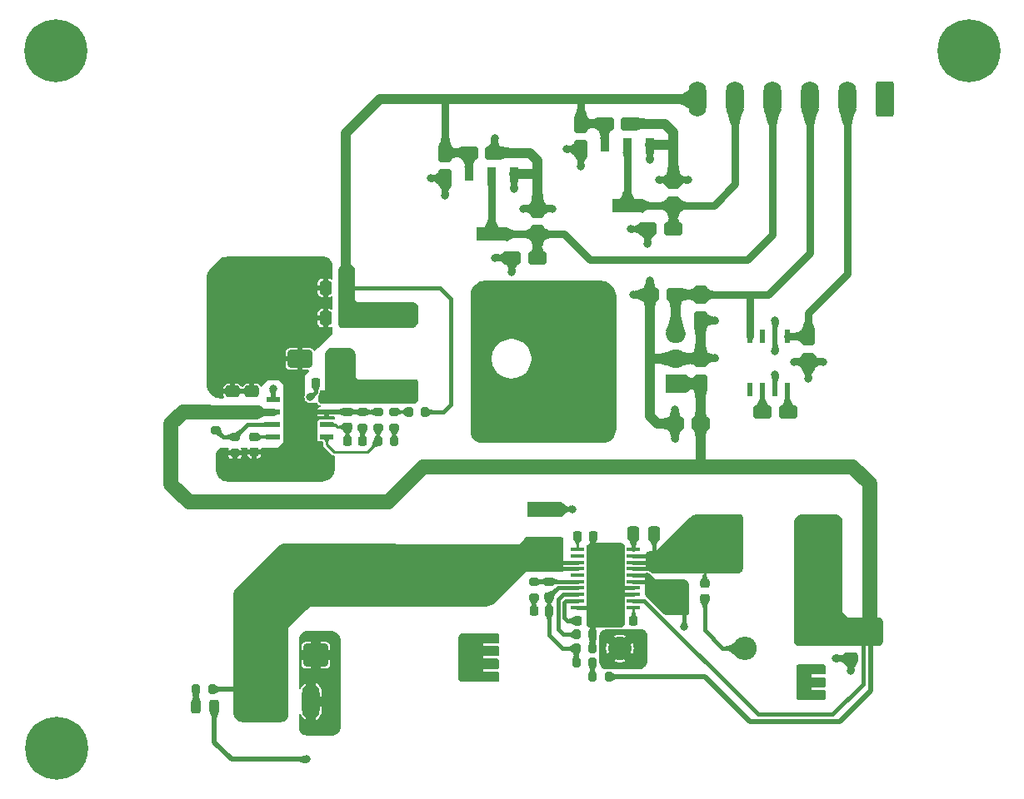
<source format=gbr>
%TF.GenerationSoftware,KiCad,Pcbnew,8.0.4*%
%TF.CreationDate,2024-10-07T12:15:03+07:00*%
%TF.ProjectId,BATTERY_CONVERTER,42415454-4552-4595-9f43-4f4e56455254,rev?*%
%TF.SameCoordinates,Original*%
%TF.FileFunction,Copper,L1,Top*%
%TF.FilePolarity,Positive*%
%FSLAX46Y46*%
G04 Gerber Fmt 4.6, Leading zero omitted, Abs format (unit mm)*
G04 Created by KiCad (PCBNEW 8.0.4) date 2024-10-07 12:15:03*
%MOMM*%
%LPD*%
G01*
G04 APERTURE LIST*
G04 Aperture macros list*
%AMRoundRect*
0 Rectangle with rounded corners*
0 $1 Rounding radius*
0 $2 $3 $4 $5 $6 $7 $8 $9 X,Y pos of 4 corners*
0 Add a 4 corners polygon primitive as box body*
4,1,4,$2,$3,$4,$5,$6,$7,$8,$9,$2,$3,0*
0 Add four circle primitives for the rounded corners*
1,1,$1+$1,$2,$3*
1,1,$1+$1,$4,$5*
1,1,$1+$1,$6,$7*
1,1,$1+$1,$8,$9*
0 Add four rect primitives between the rounded corners*
20,1,$1+$1,$2,$3,$4,$5,0*
20,1,$1+$1,$4,$5,$6,$7,0*
20,1,$1+$1,$6,$7,$8,$9,0*
20,1,$1+$1,$8,$9,$2,$3,0*%
G04 Aperture macros list end*
%TA.AperFunction,SMDPad,CuDef*%
%ADD10RoundRect,0.250000X-0.475000X0.337500X-0.475000X-0.337500X0.475000X-0.337500X0.475000X0.337500X0*%
%TD*%
%TA.AperFunction,SMDPad,CuDef*%
%ADD11RoundRect,0.250000X-0.337500X-0.475000X0.337500X-0.475000X0.337500X0.475000X-0.337500X0.475000X0*%
%TD*%
%TA.AperFunction,SMDPad,CuDef*%
%ADD12RoundRect,0.225000X-0.225000X-0.250000X0.225000X-0.250000X0.225000X0.250000X-0.225000X0.250000X0*%
%TD*%
%TA.AperFunction,ComponentPad*%
%ADD13C,0.800000*%
%TD*%
%TA.AperFunction,ComponentPad*%
%ADD14C,6.400000*%
%TD*%
%TA.AperFunction,SMDPad,CuDef*%
%ADD15RoundRect,0.200000X0.275000X-0.200000X0.275000X0.200000X-0.275000X0.200000X-0.275000X-0.200000X0*%
%TD*%
%TA.AperFunction,SMDPad,CuDef*%
%ADD16RoundRect,0.225000X0.250000X-0.225000X0.250000X0.225000X-0.250000X0.225000X-0.250000X-0.225000X0*%
%TD*%
%TA.AperFunction,SMDPad,CuDef*%
%ADD17R,1.460500X0.533400*%
%TD*%
%TA.AperFunction,SMDPad,CuDef*%
%ADD18RoundRect,0.250000X-0.550000X1.500000X-0.550000X-1.500000X0.550000X-1.500000X0.550000X1.500000X0*%
%TD*%
%TA.AperFunction,ComponentPad*%
%ADD19C,2.400000*%
%TD*%
%TA.AperFunction,ComponentPad*%
%ADD20O,2.400000X2.400000*%
%TD*%
%TA.AperFunction,SMDPad,CuDef*%
%ADD21RoundRect,0.225000X-0.250000X0.225000X-0.250000X-0.225000X0.250000X-0.225000X0.250000X0.225000X0*%
%TD*%
%TA.AperFunction,SMDPad,CuDef*%
%ADD22RoundRect,0.250000X1.000000X0.650000X-1.000000X0.650000X-1.000000X-0.650000X1.000000X-0.650000X0*%
%TD*%
%TA.AperFunction,SMDPad,CuDef*%
%ADD23RoundRect,0.224400X0.435600X-0.680600X0.435600X0.680600X-0.435600X0.680600X-0.435600X-0.680600X0*%
%TD*%
%TA.AperFunction,SMDPad,CuDef*%
%ADD24RoundRect,0.224400X-0.435600X0.680600X-0.435600X-0.680600X0.435600X-0.680600X0.435600X0.680600X0*%
%TD*%
%TA.AperFunction,SMDPad,CuDef*%
%ADD25RoundRect,0.200000X0.200000X0.275000X-0.200000X0.275000X-0.200000X-0.275000X0.200000X-0.275000X0*%
%TD*%
%TA.AperFunction,SMDPad,CuDef*%
%ADD26RoundRect,0.200000X-0.200000X-0.275000X0.200000X-0.275000X0.200000X0.275000X-0.200000X0.275000X0*%
%TD*%
%TA.AperFunction,SMDPad,CuDef*%
%ADD27RoundRect,0.225000X0.225000X0.250000X-0.225000X0.250000X-0.225000X-0.250000X0.225000X-0.250000X0*%
%TD*%
%TA.AperFunction,SMDPad,CuDef*%
%ADD28R,0.900001X1.450000*%
%TD*%
%TA.AperFunction,SMDPad,CuDef*%
%ADD29R,3.149999X1.450000*%
%TD*%
%TA.AperFunction,SMDPad,CuDef*%
%ADD30RoundRect,0.250000X-0.900000X1.000000X-0.900000X-1.000000X0.900000X-1.000000X0.900000X1.000000X0*%
%TD*%
%TA.AperFunction,SMDPad,CuDef*%
%ADD31RoundRect,0.224400X0.680600X0.435600X-0.680600X0.435600X-0.680600X-0.435600X0.680600X-0.435600X0*%
%TD*%
%TA.AperFunction,SMDPad,CuDef*%
%ADD32R,0.533400X1.460500*%
%TD*%
%TA.AperFunction,SMDPad,CuDef*%
%ADD33RoundRect,0.200000X-0.275000X0.200000X-0.275000X-0.200000X0.275000X-0.200000X0.275000X0.200000X0*%
%TD*%
%TA.AperFunction,SMDPad,CuDef*%
%ADD34RoundRect,0.243750X0.243750X0.456250X-0.243750X0.456250X-0.243750X-0.456250X0.243750X-0.456250X0*%
%TD*%
%TA.AperFunction,ComponentPad*%
%ADD35R,2.000000X1.905000*%
%TD*%
%TA.AperFunction,ComponentPad*%
%ADD36O,2.000000X1.905000*%
%TD*%
%TA.AperFunction,SMDPad,CuDef*%
%ADD37RoundRect,0.250000X0.475000X-0.337500X0.475000X0.337500X-0.475000X0.337500X-0.475000X-0.337500X0*%
%TD*%
%TA.AperFunction,ComponentPad*%
%ADD38RoundRect,0.250000X0.650000X1.550000X-0.650000X1.550000X-0.650000X-1.550000X0.650000X-1.550000X0*%
%TD*%
%TA.AperFunction,ComponentPad*%
%ADD39O,1.800000X3.600000*%
%TD*%
%TA.AperFunction,SMDPad,CuDef*%
%ADD40R,3.200000X2.000000*%
%TD*%
%TA.AperFunction,SMDPad,CuDef*%
%ADD41RoundRect,0.250000X-1.000000X-0.900000X1.000000X-0.900000X1.000000X0.900000X-1.000000X0.900000X0*%
%TD*%
%TA.AperFunction,SMDPad,CuDef*%
%ADD42R,2.895600X5.410200*%
%TD*%
%TA.AperFunction,ComponentPad*%
%ADD43RoundRect,0.250000X-0.650000X-1.550000X0.650000X-1.550000X0.650000X1.550000X-0.650000X1.550000X0*%
%TD*%
%TA.AperFunction,SMDPad,CuDef*%
%ADD44R,1.422400X0.355600*%
%TD*%
%TA.AperFunction,SMDPad,CuDef*%
%ADD45R,3.149600X4.343400*%
%TD*%
%TA.AperFunction,SMDPad,CuDef*%
%ADD46RoundRect,0.224400X-0.680600X-0.435600X0.680600X-0.435600X0.680600X0.435600X-0.680600X0.435600X0*%
%TD*%
%TA.AperFunction,SMDPad,CuDef*%
%ADD47RoundRect,0.250000X-1.000000X1.950000X-1.000000X-1.950000X1.000000X-1.950000X1.000000X1.950000X0*%
%TD*%
%TA.AperFunction,SMDPad,CuDef*%
%ADD48R,3.510000X1.570000*%
%TD*%
%TA.AperFunction,ViaPad*%
%ADD49C,0.800000*%
%TD*%
%TA.AperFunction,Conductor*%
%ADD50C,0.508000*%
%TD*%
%TA.AperFunction,Conductor*%
%ADD51C,1.016000*%
%TD*%
%TA.AperFunction,Conductor*%
%ADD52C,0.254000*%
%TD*%
%TA.AperFunction,Conductor*%
%ADD53C,0.381000*%
%TD*%
%TA.AperFunction,Conductor*%
%ADD54C,0.762000*%
%TD*%
%TA.AperFunction,Conductor*%
%ADD55C,1.524000*%
%TD*%
G04 APERTURE END LIST*
D10*
%TO.P,C12,1*%
%TO.N,GND*%
X60587456Y-85966144D03*
%TO.P,C12,2*%
%TO.N,+12V*%
X60587456Y-88041144D03*
%TD*%
D11*
%TO.P,C19,1*%
%TO.N,GND*%
X70039556Y-78512844D03*
%TO.P,C19,2*%
%TO.N,+5V*%
X72114556Y-78512844D03*
%TD*%
D12*
%TO.P,C2,1*%
%TO.N,GND*%
X99804456Y-109300944D03*
%TO.P,C2,2*%
%TO.N,Net-(U1-SS)*%
X101354456Y-109300944D03*
%TD*%
D13*
%TO.P,H1,1*%
%TO.N,N/C*%
X40248200Y-51287344D03*
X40951144Y-49590288D03*
X40951144Y-52984400D03*
X42648200Y-48887344D03*
D14*
X42648200Y-51287344D03*
D13*
X42648200Y-53687344D03*
X44345256Y-49590288D03*
X44345256Y-52984400D03*
X45048200Y-51287344D03*
%TD*%
D15*
%TO.P,R7,1*%
%TO.N,Net-(U2-EN)*%
X58922856Y-89878644D03*
%TO.P,R7,2*%
%TO.N,+12V*%
X58922856Y-88228644D03*
%TD*%
D12*
%TO.P,C17,1*%
%TO.N,Net-(U2-BOOT)*%
X69058056Y-85120144D03*
%TO.P,C17,2*%
%TO.N,Net-(D2-K)*%
X70608056Y-85120144D03*
%TD*%
D16*
%TO.P,C6,1*%
%TO.N,Net-(U1-FB)*%
X92756256Y-106857942D03*
%TO.P,C6,2*%
%TO.N,Net-(U1-COMP)*%
X92756256Y-105307942D03*
%TD*%
D17*
%TO.P,U2,1,BOOT*%
%TO.N,Net-(U2-BOOT)*%
X64721306Y-86771144D03*
%TO.P,U2,2,VIN*%
%TO.N,+12V*%
X64721306Y-88041144D03*
%TO.P,U2,3,EN*%
%TO.N,Net-(U2-EN)*%
X64721306Y-89311144D03*
%TO.P,U2,4,SS*%
%TO.N,Net-(U2-SS)*%
X64721306Y-90581144D03*
%TO.P,U2,5,VSENSE*%
%TO.N,Net-(U2-VSENSE)*%
X70169606Y-90581144D03*
%TO.P,U2,6,COMP*%
%TO.N,Net-(U2-COMP)*%
X70169606Y-89311144D03*
%TO.P,U2,7,GND*%
%TO.N,GND*%
X70169606Y-88041144D03*
%TO.P,U2,8,PH*%
%TO.N,Net-(D2-K)*%
X70169606Y-86771144D03*
%TD*%
D18*
%TO.P,C10,1*%
%TO.N,+12V*%
X118677256Y-109879144D03*
%TO.P,C10,2*%
%TO.N,GND*%
X118677256Y-115479144D03*
%TD*%
D19*
%TO.P,R3,1*%
%TO.N,GND*%
X99954556Y-112105244D03*
D20*
%TO.P,R3,2*%
%TO.N,Net-(C9-Pad1)*%
X112654556Y-112105244D03*
%TD*%
D21*
%TO.P,C15,1*%
%TO.N,GND*%
X72271456Y-88041144D03*
%TO.P,C15,2*%
%TO.N,Net-(U2-COMP)*%
X72271456Y-89591144D03*
%TD*%
D22*
%TO.P,D2,1,A*%
%TO.N,GND*%
X67452056Y-82656344D03*
%TO.P,D2,2,K*%
%TO.N,Net-(D2-K)*%
X71452056Y-82656344D03*
%TD*%
D23*
%TO.P,C33,1*%
%TO.N,GND*%
X119109956Y-82938594D03*
%TO.P,C33,2*%
%TO.N,-9V*%
X119109956Y-80338594D03*
%TD*%
D12*
%TO.P,C7,1*%
%TO.N,Net-(U1-VCC)*%
X95664856Y-100639544D03*
%TO.P,C7,2*%
%TO.N,GND*%
X97214856Y-100639544D03*
%TD*%
D15*
%TO.P,R8,1*%
%TO.N,GND*%
X60837456Y-92231144D03*
%TO.P,R8,2*%
%TO.N,Net-(U2-EN)*%
X60837456Y-90581144D03*
%TD*%
D24*
%TO.P,C31,1*%
%TO.N,+9V*%
X108150356Y-76114444D03*
%TO.P,C31,2*%
%TO.N,GND*%
X108150356Y-78714444D03*
%TD*%
D23*
%TO.P,C25,1*%
%TO.N,+3V3_O*%
X91593706Y-69959544D03*
%TO.P,C25,2*%
%TO.N,GND*%
X91593706Y-67359544D03*
%TD*%
D25*
%TO.P,R1,1*%
%TO.N,GND*%
X97200656Y-110686144D03*
%TO.P,R1,2*%
%TO.N,Net-(U1-RT)*%
X95550656Y-110686144D03*
%TD*%
D26*
%TO.P,R12,1*%
%TO.N,Net-(U2-VSENSE)*%
X75383856Y-91038344D03*
%TO.P,R12,2*%
%TO.N,Net-(R11-Pad1)*%
X77033856Y-91038344D03*
%TD*%
D27*
%TO.P,C14,1*%
%TO.N,Net-(C14-Pad1)*%
X73821456Y-91038344D03*
%TO.P,C14,2*%
%TO.N,Net-(U2-COMP)*%
X72271456Y-91038344D03*
%TD*%
D16*
%TO.P,C9,1*%
%TO.N,Net-(C9-Pad1)*%
X108568056Y-107027944D03*
%TO.P,C9,2*%
%TO.N,Net-(D1-K)*%
X108568056Y-105477944D03*
%TD*%
D28*
%TO.P,U3,1,GND*%
%TO.N,GND*%
X103006256Y-60912344D03*
%TO.P,U3,2,OUT*%
%TO.N,+3V3*%
X100706256Y-60912344D03*
%TO.P,U3,3,INPUT*%
%TO.N,+5V*%
X98406256Y-60912344D03*
D29*
%TO.P,U3,4,OUT*%
%TO.N,+3V3*%
X100706256Y-67062344D03*
%TD*%
D30*
%TO.P,D1,1,A*%
%TO.N,A_Diode*%
X105367656Y-107158344D03*
%TO.P,D1,2,K*%
%TO.N,Net-(D1-K)*%
X105367656Y-102858344D03*
%TD*%
D31*
%TO.P,C27,1*%
%TO.N,+3V3_O*%
X91593706Y-72355244D03*
%TO.P,C27,2*%
%TO.N,GND*%
X88993706Y-72355244D03*
%TD*%
D32*
%TO.P,U6,1,TEST*%
%TO.N,unconnected-(U6-TEST-Pad1)*%
X113203056Y-85786894D03*
%TO.P,U6,2,CAP+*%
%TO.N,Net-(U6-CAP+)*%
X114473056Y-85786894D03*
%TO.P,U6,3,GND*%
%TO.N,GND*%
X115743056Y-85786894D03*
%TO.P,U6,4,CAP-*%
%TO.N,Net-(U6-CAP-)*%
X117013056Y-85786894D03*
%TO.P,U6,5,VOUT*%
%TO.N,-9V*%
X117013056Y-80338594D03*
%TO.P,U6,6,LV*%
%TO.N,GND*%
X115743056Y-80338594D03*
%TO.P,U6,7,OSC*%
%TO.N,unconnected-(U6-OSC-Pad7)*%
X114473056Y-80338594D03*
%TO.P,U6,8,V+*%
%TO.N,+9V*%
X113203056Y-80338594D03*
%TD*%
D33*
%TO.P,R9,1*%
%TO.N,GND*%
X73821456Y-88041144D03*
%TO.P,R9,2*%
%TO.N,Net-(C14-Pad1)*%
X73821456Y-89691144D03*
%TD*%
D31*
%TO.P,C30,1*%
%TO.N,+9V*%
X105606056Y-76114444D03*
%TO.P,C30,2*%
%TO.N,GND*%
X103006056Y-76114444D03*
%TD*%
D34*
%TO.P,D4,1,K*%
%TO.N,GND*%
X58743156Y-118013144D03*
%TO.P,D4,2,A*%
%TO.N,Net-(D4-A)*%
X56868156Y-118013144D03*
%TD*%
D15*
%TO.P,R11,1*%
%TO.N,Net-(R11-Pad1)*%
X77033056Y-89691144D03*
%TO.P,R11,2*%
%TO.N,Net-(R10-Pad1)*%
X77033056Y-88041144D03*
%TD*%
D35*
%TO.P,U5,1,IN*%
%TO.N,+12V*%
X105606056Y-85170944D03*
D36*
%TO.P,U5,2,GND*%
%TO.N,GND*%
X105606056Y-82630944D03*
%TO.P,U5,3,OUT*%
%TO.N,+9V*%
X105606056Y-80090944D03*
%TD*%
D33*
%TO.P,R13,1*%
%TO.N,GND*%
X75383856Y-88041144D03*
%TO.P,R13,2*%
%TO.N,Net-(U2-VSENSE)*%
X75383856Y-89691144D03*
%TD*%
D37*
%TO.P,C11,1*%
%TO.N,GND*%
X123427056Y-113116644D03*
%TO.P,C11,2*%
%TO.N,+12V*%
X123427056Y-111041644D03*
%TD*%
D23*
%TO.P,C29,1*%
%TO.N,+12V*%
X108150356Y-85170944D03*
%TO.P,C29,2*%
%TO.N,GND*%
X108150356Y-82570944D03*
%TD*%
D25*
%TO.P,R14,1*%
%TO.N,+BATT*%
X58518156Y-116248744D03*
%TO.P,R14,2*%
%TO.N,Net-(D4-A)*%
X56868156Y-116248744D03*
%TD*%
D23*
%TO.P,C24,1*%
%TO.N,+3V3*%
X105391956Y-67062344D03*
%TO.P,C24,2*%
%TO.N,GND*%
X105391956Y-64462344D03*
%TD*%
D38*
%TO.P,J2,1,Pin_1*%
%TO.N,GND*%
X126899056Y-56251844D03*
D39*
%TO.P,J2,2,Pin_2*%
%TO.N,-9V*%
X123089056Y-56251844D03*
%TO.P,J2,3,Pin_3*%
%TO.N,+9V*%
X119279056Y-56251844D03*
%TO.P,J2,4,Pin_4*%
%TO.N,+3V3_O*%
X115469056Y-56251844D03*
%TO.P,J2,5,Pin_5*%
%TO.N,+3V3*%
X111659056Y-56251844D03*
%TO.P,J2,6,Pin_6*%
%TO.N,+5V*%
X107849056Y-56251844D03*
%TD*%
D40*
%TO.P,L2,1,1*%
%TO.N,Net-(D2-K)*%
X77503856Y-86037844D03*
%TO.P,L2,2,2*%
%TO.N,+5V*%
X77503856Y-78237844D03*
%TD*%
D41*
%TO.P,D3,1,A*%
%TO.N,GND*%
X69065256Y-112792244D03*
%TO.P,D3,2,K*%
%TO.N,+BATT*%
X64765256Y-112792244D03*
%TD*%
D26*
%TO.P,R4,1*%
%TO.N,Net-(R4-Pad1)*%
X97177056Y-114976944D03*
%TO.P,R4,2*%
%TO.N,+12V*%
X98827056Y-114976944D03*
%TD*%
D42*
%TO.P,L1,1,1*%
%TO.N,Net-(D1-K)*%
X110777856Y-101401544D03*
%TO.P,L1,2,2*%
%TO.N,+12V*%
X120683856Y-101401544D03*
%TD*%
D31*
%TO.P,C26,1*%
%TO.N,+3V3*%
X105391956Y-69453935D03*
%TO.P,C26,2*%
%TO.N,GND*%
X102791956Y-69453935D03*
%TD*%
D43*
%TO.P,J1,1,Pin_1*%
%TO.N,+BATT*%
X64765256Y-117505144D03*
D39*
%TO.P,J1,2,Pin_2*%
%TO.N,GND*%
X68575256Y-117505144D03*
%TD*%
D44*
%TO.P,U1,1,VCC*%
%TO.N,Net-(U1-VCC)*%
X95664856Y-102057944D03*
%TO.P,U1,2,SD*%
%TO.N,unconnected-(U1-SD-Pad2)*%
X95664856Y-102707945D03*
%TO.P,U1,3,VIN*%
%TO.N,+BATT*%
X95664856Y-103357943D03*
%TO.P,U1,4,VIN*%
X95664856Y-104007945D03*
%TO.P,U1,5,SYNC*%
%TO.N,unconnected-(U1-SYNC-Pad5)*%
X95664856Y-104657943D03*
%TO.P,U1,6,COMP*%
%TO.N,Net-(U1-COMP)*%
X95664856Y-105307942D03*
%TO.P,U1,7,FB*%
%TO.N,Net-(U1-FB)*%
X95664856Y-105957943D03*
%TO.P,U1,8,RT*%
%TO.N,Net-(U1-RT)*%
X95664856Y-106607942D03*
%TO.P,U1,9,RAMP*%
%TO.N,Net-(U1-RAMP)*%
X95664856Y-107257943D03*
%TO.P,U1,10,AGND*%
%TO.N,GND*%
X95664856Y-107907942D03*
%TO.P,U1,11,SS*%
%TO.N,Net-(U1-SS)*%
X101354456Y-107907944D03*
%TO.P,U1,12,OUT*%
%TO.N,+12V*%
X101354456Y-107257946D03*
%TO.P,U1,13,PGND*%
%TO.N,GND*%
X101354456Y-106607945D03*
%TO.P,U1,14,PGND*%
X101354456Y-105957946D03*
%TO.P,U1,15,IS*%
%TO.N,A_Diode*%
X101354456Y-105307945D03*
%TO.P,U1,16,IS*%
X101354456Y-104657946D03*
%TO.P,U1,17,SW*%
%TO.N,Net-(D1-K)*%
X101354456Y-104007945D03*
%TO.P,U1,18,SW*%
X101354456Y-103357946D03*
%TO.P,U1,19,PRE*%
X101354456Y-102707945D03*
%TO.P,U1,20,BST*%
%TO.N,Net-(U1-BST)*%
X101354456Y-102057946D03*
D45*
%TO.P,U1,21,DAP*%
%TO.N,GND*%
X98509656Y-104982944D03*
%TD*%
D26*
%TO.P,R5,1*%
%TO.N,Net-(U1-FB)*%
X95526056Y-113515544D03*
%TO.P,R5,2*%
%TO.N,Net-(R4-Pad1)*%
X97176056Y-113515544D03*
%TD*%
D11*
%TO.P,C8,1*%
%TO.N,Net-(U1-BST)*%
X101354456Y-100389544D03*
%TO.P,C8,2*%
%TO.N,Net-(D1-K)*%
X103429456Y-100389544D03*
%TD*%
D46*
%TO.P,C21,1*%
%TO.N,+5V*%
X84608006Y-61690044D03*
%TO.P,C21,2*%
%TO.N,GND*%
X87208006Y-61690044D03*
%TD*%
D27*
%TO.P,C4,1*%
%TO.N,Net-(U1-FB)*%
X92756256Y-108284944D03*
%TO.P,C4,2*%
%TO.N,Net-(C4-Pad2)*%
X91206256Y-108284944D03*
%TD*%
D46*
%TO.P,C32,1*%
%TO.N,Net-(U6-CAP+)*%
X114424056Y-88029844D03*
%TO.P,C32,2*%
%TO.N,Net-(U6-CAP-)*%
X117024056Y-88029844D03*
%TD*%
D13*
%TO.P,H2,1*%
%TO.N,N/C*%
X40348200Y-122287344D03*
X41051144Y-120590288D03*
X41051144Y-123984400D03*
X42748200Y-119887344D03*
D14*
X42748200Y-122287344D03*
D13*
X42748200Y-124687344D03*
X44445256Y-120590288D03*
X44445256Y-123984400D03*
X45148200Y-122287344D03*
%TD*%
D25*
%TO.P,R6,1*%
%TO.N,GND*%
X97175256Y-112094944D03*
%TO.P,R6,2*%
%TO.N,Net-(U1-FB)*%
X95525256Y-112094944D03*
%TD*%
D24*
%TO.P,C23,1*%
%TO.N,+5V*%
X82214494Y-61690044D03*
%TO.P,C23,2*%
%TO.N,GND*%
X82214494Y-64290044D03*
%TD*%
D47*
%TO.P,C3,1*%
%TO.N,+BATT*%
X84831256Y-104583444D03*
%TO.P,C3,2*%
%TO.N,GND*%
X84831256Y-112983444D03*
%TD*%
D16*
%TO.P,C16,1*%
%TO.N,GND*%
X62818656Y-92131144D03*
%TO.P,C16,2*%
%TO.N,Net-(U2-SS)*%
X62818656Y-90581144D03*
%TD*%
D13*
%TO.P,H3,1*%
%TO.N,N/C*%
X133002656Y-51287344D03*
X133705600Y-49590288D03*
X133705600Y-52984400D03*
X135402656Y-48887344D03*
D14*
X135402656Y-51287344D03*
D13*
X135402656Y-53687344D03*
X137099712Y-49590288D03*
X137099712Y-52984400D03*
X137802656Y-51287344D03*
%TD*%
D28*
%TO.P,U4,1,GND*%
%TO.N,GND*%
X89208006Y-63809544D03*
%TO.P,U4,2,OUT*%
%TO.N,+3V3_O*%
X86908006Y-63809544D03*
%TO.P,U4,3,INPUT*%
%TO.N,+5V*%
X84608006Y-63809544D03*
D29*
%TO.P,U4,4,OUT*%
%TO.N,+3V3_O*%
X86908006Y-69959544D03*
%TD*%
D31*
%TO.P,C28,1*%
%TO.N,+12V*%
X108150356Y-89246244D03*
%TO.P,C28,2*%
%TO.N,GND*%
X105550356Y-89246244D03*
%TD*%
D48*
%TO.P,C5,1*%
%TO.N,A_Diode*%
X92286656Y-97936744D03*
%TO.P,C5,2*%
%TO.N,+BATT*%
X92286656Y-101970744D03*
%TD*%
D46*
%TO.P,C22,1*%
%TO.N,+5V*%
X98406256Y-58718244D03*
%TO.P,C22,2*%
%TO.N,GND*%
X101006256Y-58718244D03*
%TD*%
D24*
%TO.P,C20,1*%
%TO.N,+5V*%
X96012744Y-58718244D03*
%TO.P,C20,2*%
%TO.N,GND*%
X96012744Y-61318244D03*
%TD*%
D15*
%TO.P,R2,1*%
%TO.N,Net-(C4-Pad2)*%
X91206256Y-106957942D03*
%TO.P,R2,2*%
%TO.N,Net-(U1-COMP)*%
X91206256Y-105307942D03*
%TD*%
D11*
%TO.P,C18,1*%
%TO.N,GND*%
X70039556Y-75417344D03*
%TO.P,C18,2*%
%TO.N,+5V*%
X72114556Y-75417344D03*
%TD*%
D27*
%TO.P,C1,1*%
%TO.N,GND*%
X97151056Y-109300944D03*
%TO.P,C1,2*%
%TO.N,Net-(U1-RAMP)*%
X95601056Y-109300944D03*
%TD*%
D10*
%TO.P,C13,1*%
%TO.N,GND*%
X62568656Y-85966144D03*
%TO.P,C13,2*%
%TO.N,+12V*%
X62568656Y-88041144D03*
%TD*%
D26*
%TO.P,R10,1*%
%TO.N,Net-(R10-Pad1)*%
X78508456Y-88041144D03*
%TO.P,R10,2*%
%TO.N,+5V*%
X80158456Y-88041144D03*
%TD*%
D49*
%TO.N,GND*%
X121864456Y-113116644D03*
X68676856Y-89230221D03*
X109621656Y-78714444D03*
X94432456Y-78897144D03*
X86812456Y-78897144D03*
X98369456Y-110672544D03*
X115743056Y-84256544D03*
X96972456Y-86517144D03*
X97544456Y-106506944D03*
X65476456Y-84180344D03*
X68778456Y-78516144D03*
X65476456Y-82656344D03*
X96972456Y-83977144D03*
X70302456Y-116235144D03*
X120315056Y-114304744D03*
X69032456Y-114965144D03*
X89208006Y-65333544D03*
X87218856Y-60202744D03*
X87256456Y-114930445D03*
X67533856Y-88015744D03*
X94432456Y-81437144D03*
X117648056Y-82938594D03*
X101519056Y-110647144D03*
X60587456Y-84612144D03*
X86812456Y-83977144D03*
X96972456Y-81437144D03*
X99283856Y-102087344D03*
X87256456Y-112390445D03*
X68676856Y-88015744D03*
X87256456Y-113660445D03*
X91892456Y-86517144D03*
X98509656Y-104982944D03*
X97531256Y-107776944D03*
X67762456Y-120045144D03*
X89352456Y-86517144D03*
X70048456Y-76865144D03*
X105550356Y-87787144D03*
X105550356Y-90758944D03*
X64003256Y-92130544D03*
X103006056Y-74655344D03*
X70302456Y-117505144D03*
X69032456Y-120045144D03*
X96012744Y-63047544D03*
X90114456Y-67359544D03*
X70302456Y-114965144D03*
X97519056Y-103382744D03*
X86812456Y-81437144D03*
X115743056Y-78770144D03*
X60837456Y-93400544D03*
X91892456Y-83977144D03*
X89200056Y-61690044D03*
X102712856Y-58718244D03*
X99297056Y-103382744D03*
X91892456Y-78897144D03*
X94432456Y-86517144D03*
X120315056Y-116844744D03*
X99334656Y-107776944D03*
X65476456Y-81106944D03*
X88993706Y-73817144D03*
X106878456Y-64462344D03*
X103906656Y-64462344D03*
X59532856Y-92131144D03*
X71115256Y-112856944D03*
X70023056Y-73944144D03*
X120594456Y-82938594D03*
X62818656Y-93400544D03*
X91892456Y-81437144D03*
X68753056Y-75417344D03*
X89352456Y-78897144D03*
X69057856Y-110951944D03*
X93060856Y-67359544D03*
X80741856Y-64290044D03*
X70302456Y-118775144D03*
X86812456Y-86517144D03*
X123427056Y-114406344D03*
X70039556Y-80065544D03*
X82214494Y-66019344D03*
X96972456Y-78897144D03*
X101519056Y-113618944D03*
X109621656Y-82570944D03*
X101061856Y-69453935D03*
X94534056Y-61318244D03*
X67762456Y-114965144D03*
X103006256Y-62437944D03*
X68118056Y-123397944D03*
X94432456Y-83977144D03*
X115743056Y-81868944D03*
X62568656Y-84612144D03*
X99347856Y-106506944D03*
X70302456Y-120045144D03*
X102791956Y-70946944D03*
X87269656Y-72355244D03*
X101290456Y-76114444D03*
X67457656Y-81056144D03*
X119109956Y-84662944D03*
X67406856Y-84180344D03*
X59151856Y-85966144D03*
X98369456Y-113644344D03*
X120315056Y-115574744D03*
X87256456Y-111120445D03*
%TO.N,Net-(D1-K)*%
X108187056Y-100309344D03*
X108187056Y-101325344D03*
X108187056Y-99242544D03*
X108187056Y-102341344D03*
%TO.N,+12V*%
X120379056Y-110418544D03*
X125459056Y-111180544D03*
X120379056Y-111434544D03*
X120379056Y-108335744D03*
X118347056Y-102544544D03*
X118347056Y-99445744D03*
X118347056Y-100512544D03*
X125459056Y-109402544D03*
X118347056Y-101528544D03*
X120379056Y-109402544D03*
%TO.N,Net-(U2-BOOT)*%
X64721306Y-85710694D03*
X68505656Y-86535944D03*
%TO.N,+5V*%
X73389056Y-78668544D03*
X75675056Y-78922544D03*
X72119056Y-73842544D03*
X75675056Y-77398544D03*
%TO.N,A_Diode*%
X95118256Y-97936744D03*
X106510656Y-109910544D03*
%TD*%
D50*
%TO.N,GND*%
X115743056Y-80338594D02*
X115743056Y-78770144D01*
D51*
X89200056Y-61690044D02*
X90839756Y-61690044D01*
D50*
X115743056Y-80338594D02*
X115743056Y-81868944D01*
D51*
X90839756Y-61690044D02*
X91593706Y-62443994D01*
X105391956Y-59605244D02*
X105391956Y-60913944D01*
D52*
X62718656Y-92231144D02*
X62818656Y-92131144D01*
D50*
X90114456Y-67359544D02*
X91593706Y-67359544D01*
D51*
X103006056Y-82630944D02*
X103006056Y-88461344D01*
D53*
X99448857Y-106607945D02*
X99347856Y-106506944D01*
D51*
X89208006Y-63809544D02*
X91593706Y-63809544D01*
D50*
X87218856Y-61679194D02*
X87208006Y-61690044D01*
X102791956Y-69453935D02*
X102791956Y-70946944D01*
D51*
X102712856Y-58718244D02*
X104504956Y-58718244D01*
D50*
X94534056Y-61318244D02*
X96012744Y-61318244D01*
D53*
X99484658Y-105957946D02*
X101354456Y-105957946D01*
D50*
X103906656Y-64462344D02*
X105391956Y-64462344D01*
D54*
X108150356Y-78714444D02*
X109621656Y-78714444D01*
X101290456Y-76114444D02*
X103006056Y-76114444D01*
D50*
X58743156Y-118013144D02*
X58743156Y-121668444D01*
X91593706Y-67359544D02*
X93060856Y-67359544D01*
D51*
X87208006Y-61690044D02*
X89200056Y-61690044D01*
X108150356Y-78714444D02*
X108150356Y-82570944D01*
X101006256Y-58718244D02*
X102712856Y-58718244D01*
D50*
X89208006Y-65333544D02*
X89208006Y-63809544D01*
X58743156Y-121668444D02*
X60472656Y-123397944D01*
X87218856Y-60202744D02*
X87218856Y-61679194D01*
X102791956Y-69453935D02*
X101061856Y-69453935D01*
X97175256Y-112094944D02*
X97175256Y-110711544D01*
D52*
X60837456Y-92231144D02*
X62718656Y-92231144D01*
D51*
X105606056Y-82630944D02*
X103006056Y-82630944D01*
D50*
X119109956Y-82938594D02*
X120594456Y-82938594D01*
X70169606Y-88041144D02*
X72271456Y-88041144D01*
X115743056Y-85786894D02*
X115743056Y-84256544D01*
X82214494Y-64290044D02*
X80741856Y-64290044D01*
X119109956Y-82938594D02*
X119109956Y-84662944D01*
D53*
X95664856Y-107907942D02*
X96757056Y-107907942D01*
D50*
X123427056Y-113116644D02*
X123427056Y-114406344D01*
D54*
X103006056Y-74655344D02*
X103006056Y-76114444D01*
D51*
X101100181Y-58704144D02*
X101020356Y-58704144D01*
D50*
X62568656Y-85966144D02*
X60587456Y-85966144D01*
X82214494Y-64290044D02*
X82214494Y-66019344D01*
X106878456Y-64462344D02*
X105391956Y-64462344D01*
D54*
X105550356Y-90758944D02*
X105550356Y-89246244D01*
D51*
X108090356Y-82630944D02*
X108150356Y-82570944D01*
D53*
X72271456Y-88041144D02*
X73821456Y-88041144D01*
X97544456Y-107120542D02*
X97544456Y-106506944D01*
D50*
X117648056Y-82938594D02*
X119109956Y-82938594D01*
D51*
X105390356Y-60912344D02*
X105391956Y-60913944D01*
D50*
X123427056Y-113116644D02*
X121864456Y-113116644D01*
X97200656Y-109350544D02*
X97151056Y-109300944D01*
D51*
X91593706Y-62443994D02*
X91593706Y-63809544D01*
D50*
X88993706Y-72355244D02*
X88993706Y-73817144D01*
X88993706Y-72355244D02*
X87269656Y-72355244D01*
D53*
X97214856Y-103078544D02*
X97519056Y-103382744D01*
X96757056Y-107907942D02*
X97544456Y-107120542D01*
X97214856Y-100639544D02*
X97214856Y-103078544D01*
X101354456Y-106607945D02*
X99448857Y-106607945D01*
D51*
X91593706Y-63809544D02*
X91593706Y-67359544D01*
D53*
X73821456Y-88041144D02*
X75383856Y-88041144D01*
D51*
X103006056Y-76114444D02*
X103006056Y-82630944D01*
D54*
X105550356Y-87787144D02*
X105550356Y-89246244D01*
D51*
X104504956Y-58718244D02*
X105391956Y-59605244D01*
D50*
X60472656Y-123397944D02*
X68118056Y-123397944D01*
D51*
X103006256Y-60912344D02*
X105390356Y-60912344D01*
X103790956Y-89246244D02*
X105550356Y-89246244D01*
D50*
X96012744Y-61318244D02*
X96012744Y-63047544D01*
D54*
X108150356Y-82570944D02*
X109621656Y-82570944D01*
D50*
X97200656Y-110686144D02*
X97200656Y-109350544D01*
X103006256Y-62437944D02*
X103006256Y-60912344D01*
D51*
X105606056Y-82630944D02*
X108090356Y-82630944D01*
X101020356Y-58704144D02*
X101006256Y-58718244D01*
X105391956Y-60913944D02*
X105391956Y-64279719D01*
D50*
X97175256Y-110711544D02*
X97200656Y-110686144D01*
D51*
X103006056Y-88461344D02*
X103790956Y-89246244D01*
D53*
%TO.N,+BATT*%
X95664856Y-104007945D02*
X78901454Y-104007945D01*
D50*
X61983056Y-116248744D02*
X61996656Y-116235144D01*
X58518156Y-116248744D02*
X61983056Y-116248744D01*
D53*
X95664856Y-103357943D02*
X79551456Y-103357943D01*
%TO.N,Net-(U1-RT)*%
X93721256Y-107065744D02*
X93721256Y-110176744D01*
X94230656Y-110686144D02*
X95550656Y-110686144D01*
X93721256Y-110176744D02*
X94230656Y-110686144D01*
X95664856Y-106607942D02*
X94179058Y-106607942D01*
X94179058Y-106607942D02*
X93721256Y-107065744D01*
%TO.N,Net-(U1-RAMP)*%
X94305456Y-108996144D02*
X94610256Y-109300944D01*
X95664856Y-107257943D02*
X94494257Y-107257943D01*
X94610256Y-109300944D02*
X95601056Y-109300944D01*
X94494257Y-107257943D02*
X94305456Y-107446744D01*
X94305456Y-107446744D02*
X94305456Y-108996144D01*
D50*
%TO.N,Net-(D4-A)*%
X56868156Y-116248744D02*
X56868156Y-118013144D01*
D52*
%TO.N,Net-(U1-SS)*%
X101354456Y-109300944D02*
X101354456Y-107907944D01*
%TO.N,Net-(C4-Pad2)*%
X91206256Y-106957942D02*
X91206256Y-108284944D01*
D53*
%TO.N,Net-(U1-COMP)*%
X95664856Y-105307942D02*
X92756256Y-105307942D01*
X92756256Y-105307942D02*
X91206256Y-105307942D01*
D52*
%TO.N,Net-(U1-VCC)*%
X95664856Y-100639544D02*
X95664856Y-102057944D01*
D53*
%TO.N,Net-(U1-BST)*%
X101354456Y-100389544D02*
X101354456Y-102057946D01*
D52*
%TO.N,Net-(D1-K)*%
X108568056Y-105477944D02*
X108568056Y-102900144D01*
D53*
X101354456Y-102707945D02*
X103411856Y-102707945D01*
D52*
X104218055Y-104007945D02*
X105367656Y-102858344D01*
X104868054Y-103357946D02*
X105367656Y-102858344D01*
X103411856Y-102707945D02*
X105217257Y-102707945D01*
X103429456Y-102690345D02*
X103411856Y-102707945D01*
X105217257Y-102707945D02*
X105367656Y-102858344D01*
D53*
X101354456Y-103357946D02*
X104868054Y-103357946D01*
X101354456Y-104007945D02*
X104218055Y-104007945D01*
X103429456Y-100389544D02*
X103429456Y-102690345D01*
%TO.N,Net-(C9-Pad1)*%
X110407156Y-112105244D02*
X112654556Y-112105244D01*
X108568056Y-107027944D02*
X108568056Y-110266144D01*
X108568056Y-110266144D02*
X110407156Y-112105244D01*
D55*
%TO.N,+12V*%
X79993056Y-93603744D02*
X108136256Y-93603744D01*
D53*
X124697056Y-115713944D02*
X124697056Y-111180544D01*
D54*
X64721306Y-88041144D02*
X62568656Y-88041144D01*
D55*
X123591656Y-93603744D02*
X125357456Y-95369544D01*
D50*
X108592056Y-114976944D02*
X113203056Y-119587944D01*
D55*
X56167856Y-97210544D02*
X76386256Y-97210544D01*
D53*
X113990956Y-118825944D02*
X121585056Y-118825944D01*
D51*
X108150356Y-89246244D02*
X108150356Y-93589644D01*
X108150356Y-85170944D02*
X105606056Y-85170944D01*
D53*
X121585056Y-118825944D02*
X124697056Y-115713944D01*
X101354456Y-107257946D02*
X102422958Y-107257946D01*
X102422958Y-107257946D02*
X113990956Y-118825944D01*
D50*
X125459056Y-116425144D02*
X125459056Y-111434544D01*
D51*
X58098256Y-88041144D02*
X62568656Y-88041144D01*
D55*
X58098256Y-88041144D02*
X55558256Y-88041144D01*
X54339056Y-95381744D02*
X56167856Y-97210544D01*
X55558256Y-88041144D02*
X54339056Y-89260344D01*
X108136256Y-93603744D02*
X123591656Y-93603744D01*
D50*
X113203056Y-119587944D02*
X122296256Y-119587944D01*
D55*
X54339056Y-89260344D02*
X54339056Y-95381744D01*
D50*
X122296256Y-119587944D02*
X125459056Y-116425144D01*
D55*
X76386256Y-97210544D02*
X79993056Y-93603744D01*
D51*
X108150356Y-93589644D02*
X108136256Y-93603744D01*
X108150356Y-85170944D02*
X108150356Y-89246244D01*
D50*
X98827056Y-114976944D02*
X108592056Y-114976944D01*
D55*
X125357456Y-95369544D02*
X125357456Y-110189944D01*
D52*
%TO.N,Net-(U2-COMP)*%
X70169606Y-89311144D02*
X71001456Y-89311144D01*
X72271456Y-91038344D02*
X72271456Y-89591144D01*
X71001456Y-89311144D02*
X71281456Y-89591144D01*
X71281456Y-89591144D02*
X72271456Y-89591144D01*
%TO.N,Net-(C14-Pad1)*%
X73821456Y-91038344D02*
X73821456Y-89691144D01*
%TO.N,Net-(U2-SS)*%
X62818656Y-90581144D02*
X64721306Y-90581144D01*
D53*
%TO.N,Net-(U2-BOOT)*%
X68505656Y-86535944D02*
X69058056Y-85983544D01*
X69058056Y-85983544D02*
X69058056Y-85120144D01*
X64721306Y-86771144D02*
X64721306Y-85710694D01*
D54*
%TO.N,+5V*%
X82214494Y-56252406D02*
X82215056Y-56251844D01*
D53*
X82050456Y-88041144D02*
X82799256Y-87292344D01*
X82799256Y-76534944D02*
X81681656Y-75417344D01*
D51*
X72119056Y-73842544D02*
X72119056Y-59681544D01*
D53*
X82799256Y-87292344D02*
X82799256Y-76534944D01*
D54*
X96012744Y-56257332D02*
X96007256Y-56251844D01*
D51*
X96007256Y-56251844D02*
X107849056Y-56251844D01*
D54*
X98406256Y-58718244D02*
X98406256Y-60912344D01*
D51*
X75548756Y-56251844D02*
X82215056Y-56251844D01*
D54*
X96012744Y-58718244D02*
X96012744Y-56257332D01*
D51*
X82215056Y-56251844D02*
X96007256Y-56251844D01*
D54*
X84608006Y-61690044D02*
X84608006Y-63809544D01*
D53*
X80158456Y-88041144D02*
X82050456Y-88041144D01*
D51*
X72119056Y-59681544D02*
X75548756Y-56251844D01*
D53*
X81681656Y-75417344D02*
X72114556Y-75417344D01*
D54*
X84608006Y-61690044D02*
X82214494Y-61690044D01*
X98406256Y-58718244D02*
X96012744Y-58718244D01*
X82214494Y-61690044D02*
X82214494Y-56252406D01*
%TO.N,+3V3_O*%
X112923656Y-72572544D02*
X115469056Y-70027144D01*
X96921656Y-72572544D02*
X112923656Y-72572544D01*
X94308656Y-69959544D02*
X96921656Y-72572544D01*
X86908006Y-63809544D02*
X86908006Y-69959544D01*
X91593706Y-69959544D02*
X94308656Y-69959544D01*
X115469056Y-70027144D02*
X115469056Y-56251844D01*
X91593706Y-69959544D02*
X91593706Y-72355244D01*
X86908006Y-69959544D02*
X91593706Y-69959544D01*
D53*
%TO.N,A_Diode*%
X101354456Y-104657946D02*
X102867258Y-104657946D01*
X105367656Y-107158344D02*
X106510656Y-108301344D01*
X106510656Y-108301344D02*
X106510656Y-109910544D01*
X95118256Y-97936744D02*
X92286656Y-97936744D01*
X101354456Y-105307945D02*
X103517257Y-105307945D01*
D54*
%TO.N,+9V*%
X113203056Y-80338594D02*
X113203056Y-76114444D01*
X115020556Y-76114444D02*
X119279056Y-71855944D01*
X113203056Y-76114444D02*
X115020556Y-76114444D01*
D51*
X105606056Y-80090944D02*
X105606056Y-76114444D01*
D54*
X108150356Y-76114444D02*
X113203056Y-76114444D01*
X119279056Y-71855944D02*
X119279056Y-56251844D01*
D51*
X105606056Y-76114444D02*
X108150356Y-76114444D01*
D50*
%TO.N,Net-(U6-CAP+)*%
X114473056Y-87980844D02*
X114424056Y-88029844D01*
X114473056Y-85786894D02*
X114473056Y-87980844D01*
%TO.N,Net-(U6-CAP-)*%
X117013056Y-85786894D02*
X117013056Y-88018844D01*
X117013056Y-88018844D02*
X117024056Y-88029844D01*
D54*
%TO.N,-9V*%
X123089056Y-73964144D02*
X123089056Y-56251844D01*
X119109956Y-80338594D02*
X119109956Y-77943244D01*
X119109956Y-77943244D02*
X123089056Y-73964144D01*
X117013056Y-80338594D02*
X119109956Y-80338594D01*
%TO.N,+3V3*%
X100706256Y-60912344D02*
X100706256Y-67062344D01*
X105391956Y-67062344D02*
X105391956Y-69453935D01*
X111659056Y-64896344D02*
X111659056Y-56251844D01*
X105391956Y-67062344D02*
X109493056Y-67062344D01*
X109493056Y-67062344D02*
X111659056Y-64896344D01*
X100706256Y-67062344D02*
X105391956Y-67062344D01*
D53*
%TO.N,Net-(R4-Pad1)*%
X97177056Y-114976944D02*
X97177056Y-113516544D01*
D52*
X97177056Y-113516544D02*
X97176056Y-113515544D01*
D53*
%TO.N,Net-(U1-FB)*%
X95525256Y-112094944D02*
X94090056Y-112094944D01*
X94090056Y-112094944D02*
X92756256Y-110761144D01*
D52*
X92756256Y-106857942D02*
X92756256Y-108284944D01*
D53*
X95526056Y-113515544D02*
X95526056Y-112095744D01*
X92756256Y-110761144D02*
X92756256Y-108284944D01*
X93656255Y-105957943D02*
X95664856Y-105957943D01*
D52*
X95526056Y-112095744D02*
X95525256Y-112094944D01*
D53*
X92756256Y-106857942D02*
X93656255Y-105957943D01*
%TO.N,Net-(U2-EN)*%
X60837456Y-90581144D02*
X62107456Y-89311144D01*
X62107456Y-89311144D02*
X64721306Y-89311144D01*
X59625356Y-90581144D02*
X60837456Y-90581144D01*
X58922856Y-89878644D02*
X59625356Y-90581144D01*
D52*
%TO.N,Net-(R10-Pad1)*%
X77033056Y-88041144D02*
X78508456Y-88041144D01*
%TO.N,Net-(R11-Pad1)*%
X77033856Y-89691944D02*
X77033056Y-89691144D01*
X77033856Y-91038344D02*
X77033856Y-89691944D01*
%TO.N,Net-(U2-VSENSE)*%
X74266256Y-92155944D02*
X70937456Y-92155944D01*
X75383856Y-91038344D02*
X75383856Y-89691144D01*
X70169606Y-91388094D02*
X70169606Y-90581144D01*
X70937456Y-92155944D02*
X70169606Y-91388094D01*
X75383856Y-91038344D02*
X74266256Y-92155944D01*
%TD*%
%TA.AperFunction,Conductor*%
%TO.N,+BATT*%
G36*
X93948649Y-100743077D02*
G01*
X93970214Y-100747366D01*
X94035459Y-100760344D01*
X94071722Y-100775364D01*
X94136917Y-100818926D01*
X94164673Y-100846682D01*
X94208235Y-100911877D01*
X94223256Y-100948141D01*
X94240523Y-101034949D01*
X94242456Y-101054575D01*
X94242456Y-104121232D01*
X94240523Y-104140859D01*
X94229856Y-104194483D01*
X94214835Y-104230746D01*
X94190073Y-104267805D01*
X94162317Y-104295561D01*
X94125258Y-104320323D01*
X94088995Y-104335344D01*
X94049005Y-104343299D01*
X94035369Y-104346011D01*
X94015745Y-104347944D01*
X90381656Y-104347944D01*
X90009685Y-104719914D01*
X90009680Y-104719919D01*
X87277325Y-107452274D01*
X87270010Y-107458904D01*
X87089037Y-107607424D01*
X87072640Y-107618380D01*
X86870550Y-107726400D01*
X86852330Y-107733947D01*
X86633055Y-107800463D01*
X86613713Y-107804311D01*
X86380719Y-107827260D01*
X86370858Y-107827744D01*
X76310056Y-107827744D01*
X76005256Y-107522944D01*
X76005256Y-106278344D01*
X76005256Y-102646144D01*
X77173656Y-101477744D01*
X89695856Y-101477744D01*
X90203856Y-100969744D01*
X90311155Y-100862444D01*
X90326389Y-100849942D01*
X90428122Y-100781966D01*
X90464385Y-100766946D01*
X90584383Y-100743076D01*
X90604009Y-100741144D01*
X93929024Y-100741144D01*
X93948649Y-100743077D01*
G37*
%TD.AperFunction*%
%TD*%
%TA.AperFunction,Conductor*%
%TO.N,GND*%
G36*
X87553317Y-110606258D02*
G01*
X87565321Y-110616510D01*
X87684191Y-110735380D01*
X87712417Y-110790778D01*
X87713656Y-110806515D01*
X87713656Y-111434375D01*
X87694443Y-111493506D01*
X87684191Y-111505510D01*
X87590721Y-111598980D01*
X87535323Y-111627206D01*
X87519586Y-111628445D01*
X83818326Y-111628445D01*
X83759195Y-111609232D01*
X83747191Y-111598980D01*
X83602921Y-111454710D01*
X83574695Y-111399312D01*
X83573456Y-111383575D01*
X83573456Y-110908115D01*
X83592669Y-110848984D01*
X83602921Y-110836980D01*
X83823391Y-110616510D01*
X83878789Y-110588284D01*
X83894526Y-110587045D01*
X87494186Y-110587045D01*
X87553317Y-110606258D01*
G37*
%TD.AperFunction*%
%TD*%
%TA.AperFunction,Conductor*%
%TO.N,GND*%
G36*
X120738917Y-116330557D02*
G01*
X120750921Y-116340809D01*
X120869791Y-116459679D01*
X120898017Y-116515077D01*
X120899256Y-116530814D01*
X120899256Y-117133274D01*
X120880043Y-117192405D01*
X120869791Y-117204409D01*
X120750921Y-117323279D01*
X120695523Y-117351505D01*
X120679786Y-117352744D01*
X118146926Y-117352744D01*
X118087795Y-117333531D01*
X118075791Y-117323279D01*
X117931521Y-117179009D01*
X117903295Y-117123611D01*
X117902056Y-117107874D01*
X117902056Y-116632414D01*
X117921269Y-116573283D01*
X117931521Y-116561279D01*
X118151991Y-116340809D01*
X118207389Y-116312583D01*
X118223126Y-116311344D01*
X120679786Y-116311344D01*
X120738917Y-116330557D01*
G37*
%TD.AperFunction*%
%TD*%
%TA.AperFunction,Conductor*%
%TO.N,GND*%
G36*
X102076427Y-110140004D02*
G01*
X102236316Y-110161055D01*
X102261682Y-110167852D01*
X102404533Y-110227022D01*
X102427278Y-110240152D01*
X102549951Y-110334283D01*
X102568516Y-110352848D01*
X102625527Y-110427147D01*
X102662647Y-110475522D01*
X102675777Y-110498266D01*
X102734947Y-110641117D01*
X102741744Y-110666482D01*
X102751466Y-110740320D01*
X102761656Y-110817724D01*
X102762795Y-110826371D01*
X102763656Y-110839503D01*
X102763656Y-113295065D01*
X102763172Y-113304926D01*
X102746296Y-113476257D01*
X102742448Y-113495598D01*
X102693918Y-113655581D01*
X102686372Y-113673801D01*
X102607560Y-113821251D01*
X102596602Y-113837650D01*
X102490540Y-113966885D01*
X102476597Y-113980828D01*
X102347362Y-114086890D01*
X102330963Y-114097848D01*
X102183513Y-114176660D01*
X102165293Y-114184206D01*
X102005310Y-114232736D01*
X101985969Y-114236583D01*
X101814639Y-114253459D01*
X101804778Y-114253944D01*
X98708212Y-114253944D01*
X98698352Y-114253460D01*
X98682880Y-114251936D01*
X98543938Y-114238251D01*
X98524597Y-114234403D01*
X98380882Y-114190808D01*
X98362661Y-114183261D01*
X98230208Y-114112463D01*
X98213811Y-114101507D01*
X98097715Y-114006229D01*
X98083770Y-113992284D01*
X97988492Y-113876188D01*
X97977536Y-113859791D01*
X97906738Y-113727338D01*
X97899191Y-113709117D01*
X97855596Y-113565402D01*
X97851748Y-113546060D01*
X97836650Y-113392761D01*
X99385457Y-113392761D01*
X99385457Y-113392762D01*
X99388960Y-113394658D01*
X99388971Y-113394663D01*
X99608910Y-113470167D01*
X99838278Y-113508443D01*
X99838288Y-113508444D01*
X100070824Y-113508444D01*
X100070833Y-113508443D01*
X100300201Y-113470167D01*
X100520152Y-113394659D01*
X100523653Y-113392763D01*
X100523654Y-113392762D01*
X99954556Y-112823664D01*
X99385457Y-113392761D01*
X97836650Y-113392761D01*
X97836540Y-113391648D01*
X97836056Y-113381788D01*
X97836056Y-112105238D01*
X98546547Y-112105238D01*
X98546547Y-112105249D01*
X98565748Y-112336988D01*
X98622838Y-112562426D01*
X98622838Y-112562427D01*
X98670436Y-112670941D01*
X98670437Y-112670941D01*
X99236135Y-112105243D01*
X99157145Y-112026253D01*
X99354556Y-112026253D01*
X99354556Y-112184235D01*
X99395445Y-112336835D01*
X99474437Y-112473652D01*
X99586148Y-112585363D01*
X99722965Y-112664355D01*
X99875565Y-112705244D01*
X100033547Y-112705244D01*
X100186147Y-112664355D01*
X100322964Y-112585363D01*
X100434675Y-112473652D01*
X100513667Y-112336835D01*
X100554556Y-112184235D01*
X100554556Y-112105243D01*
X100672976Y-112105243D01*
X100672976Y-112105244D01*
X101238673Y-112670941D01*
X101286274Y-112562425D01*
X101343363Y-112336988D01*
X101362565Y-112105249D01*
X101362565Y-112105238D01*
X101343363Y-111873499D01*
X101286274Y-111648062D01*
X101238674Y-111539545D01*
X101238673Y-111539545D01*
X100672976Y-112105243D01*
X100554556Y-112105243D01*
X100554556Y-112026253D01*
X100513667Y-111873653D01*
X100434675Y-111736836D01*
X100322964Y-111625125D01*
X100186147Y-111546133D01*
X100033547Y-111505244D01*
X99875565Y-111505244D01*
X99722965Y-111546133D01*
X99586148Y-111625125D01*
X99474437Y-111736836D01*
X99395445Y-111873653D01*
X99354556Y-112026253D01*
X99157145Y-112026253D01*
X98670437Y-111539545D01*
X98670436Y-111539545D01*
X98622838Y-111648060D01*
X98622838Y-111648061D01*
X98565748Y-111873499D01*
X98546547Y-112105238D01*
X97836056Y-112105238D01*
X97836056Y-110967940D01*
X97836540Y-110958080D01*
X97850364Y-110817724D01*
X99385457Y-110817724D01*
X99385457Y-110817725D01*
X99954555Y-111386823D01*
X100523654Y-110817724D01*
X100520146Y-110815826D01*
X100300201Y-110740320D01*
X100070833Y-110702044D01*
X99838278Y-110702044D01*
X99608910Y-110740320D01*
X99388968Y-110815825D01*
X99388955Y-110815831D01*
X99385457Y-110817724D01*
X97850364Y-110817724D01*
X97850915Y-110812127D01*
X97854763Y-110792785D01*
X97882289Y-110702044D01*
X97895893Y-110657197D01*
X97903436Y-110638985D01*
X97970231Y-110514021D01*
X97981178Y-110497636D01*
X98071072Y-110388100D01*
X98085012Y-110374160D01*
X98194548Y-110284266D01*
X98210933Y-110273319D01*
X98335897Y-110206524D01*
X98354109Y-110198981D01*
X98489697Y-110157851D01*
X98509038Y-110154003D01*
X98566723Y-110148321D01*
X98654993Y-110139628D01*
X98664853Y-110139144D01*
X102063297Y-110139144D01*
X102076427Y-110140004D01*
G37*
%TD.AperFunction*%
%TD*%
%TA.AperFunction,Conductor*%
%TO.N,GND*%
G36*
X120738917Y-115060557D02*
G01*
X120750921Y-115070809D01*
X120869791Y-115189679D01*
X120898017Y-115245077D01*
X120899256Y-115260814D01*
X120899256Y-115863274D01*
X120880043Y-115922405D01*
X120869791Y-115934409D01*
X120750921Y-116053279D01*
X120695523Y-116081505D01*
X120679786Y-116082744D01*
X118146926Y-116082744D01*
X118087795Y-116063531D01*
X118075791Y-116053279D01*
X117931521Y-115909009D01*
X117903295Y-115853611D01*
X117902056Y-115837874D01*
X117902056Y-115362414D01*
X117921269Y-115303283D01*
X117931521Y-115291279D01*
X118151991Y-115070809D01*
X118207389Y-115042583D01*
X118223126Y-115041344D01*
X120679786Y-115041344D01*
X120738917Y-115060557D01*
G37*
%TD.AperFunction*%
%TD*%
%TA.AperFunction,Conductor*%
%TO.N,GND*%
G36*
X87553317Y-114492458D02*
G01*
X87565321Y-114502710D01*
X87684191Y-114621580D01*
X87712417Y-114676978D01*
X87713656Y-114692715D01*
X87713656Y-115320575D01*
X87694443Y-115379706D01*
X87684191Y-115391710D01*
X87590721Y-115485180D01*
X87535323Y-115513406D01*
X87519586Y-115514645D01*
X83818326Y-115514645D01*
X83759195Y-115495432D01*
X83747191Y-115485180D01*
X83602921Y-115340910D01*
X83574695Y-115285512D01*
X83573456Y-115269775D01*
X83573456Y-114794315D01*
X83592669Y-114735184D01*
X83602921Y-114723180D01*
X83823391Y-114502710D01*
X83878789Y-114474484D01*
X83894526Y-114473245D01*
X87494186Y-114473245D01*
X87553317Y-114492458D01*
G37*
%TD.AperFunction*%
%TD*%
%TA.AperFunction,Conductor*%
%TO.N,+12V*%
G36*
X63158866Y-87356204D02*
G01*
X63329979Y-87378732D01*
X63355345Y-87385529D01*
X63508657Y-87449033D01*
X63531400Y-87462164D01*
X63668321Y-87567227D01*
X63678215Y-87575903D01*
X63696211Y-87593899D01*
X63704887Y-87603793D01*
X63795130Y-87721400D01*
X63808261Y-87744143D01*
X63862448Y-87874962D01*
X63869245Y-87900329D01*
X63887727Y-88040713D01*
X63887727Y-88066975D01*
X63869245Y-88207358D01*
X63862448Y-88232725D01*
X63808261Y-88363544D01*
X63795130Y-88386287D01*
X63704887Y-88503894D01*
X63696211Y-88513788D01*
X63660100Y-88549899D01*
X63650206Y-88558575D01*
X63508133Y-88667591D01*
X63485390Y-88680722D01*
X63326080Y-88746710D01*
X63300714Y-88753507D01*
X63153243Y-88772923D01*
X63123163Y-88776883D01*
X63110034Y-88777744D01*
X58462252Y-88777744D01*
X58449122Y-88776883D01*
X58430766Y-88774466D01*
X58356566Y-88764697D01*
X58331200Y-88757900D01*
X58251093Y-88724719D01*
X58228350Y-88711588D01*
X58159563Y-88658806D01*
X58140993Y-88640236D01*
X58088211Y-88571449D01*
X58075080Y-88548706D01*
X58041899Y-88468599D01*
X58035102Y-88443232D01*
X58022917Y-88350678D01*
X58022056Y-88337547D01*
X58022056Y-87755497D01*
X58023989Y-87735871D01*
X58024777Y-87731909D01*
X58047858Y-87615873D01*
X58062879Y-87579610D01*
X58071153Y-87567227D01*
X58125240Y-87486279D01*
X58152991Y-87458528D01*
X58246322Y-87396166D01*
X58282585Y-87381146D01*
X58402583Y-87357276D01*
X58422209Y-87355344D01*
X63145736Y-87355344D01*
X63158866Y-87356204D01*
G37*
%TD.AperFunction*%
%TD*%
%TA.AperFunction,Conductor*%
%TO.N,GND*%
G36*
X87553317Y-113171658D02*
G01*
X87565321Y-113181910D01*
X87684191Y-113300780D01*
X87712417Y-113356178D01*
X87713656Y-113371915D01*
X87713656Y-113999775D01*
X87694443Y-114058906D01*
X87684191Y-114070910D01*
X87590721Y-114164380D01*
X87535323Y-114192606D01*
X87519586Y-114193845D01*
X83818326Y-114193845D01*
X83759195Y-114174632D01*
X83747191Y-114164380D01*
X83602921Y-114020110D01*
X83574695Y-113964712D01*
X83573456Y-113948975D01*
X83573456Y-113473515D01*
X83592669Y-113414384D01*
X83602921Y-113402380D01*
X83823391Y-113181910D01*
X83878789Y-113153684D01*
X83894526Y-113152445D01*
X87494186Y-113152445D01*
X87553317Y-113171658D01*
G37*
%TD.AperFunction*%
%TD*%
%TA.AperFunction,Conductor*%
%TO.N,+BATT*%
G36*
X77141685Y-101403475D02*
G01*
X77162127Y-101407541D01*
X77198393Y-101422563D01*
X77223954Y-101439643D01*
X77223957Y-101439645D01*
X77439856Y-101655544D01*
X77439856Y-106938744D01*
X76550856Y-107827744D01*
X68473656Y-107827744D01*
X68101685Y-108199714D01*
X68101680Y-108199719D01*
X66635831Y-109665568D01*
X66635826Y-109665573D01*
X66263856Y-110037544D01*
X66263856Y-110563595D01*
X66263856Y-110563596D01*
X66263856Y-118826263D01*
X66262995Y-118839395D01*
X66238989Y-119021729D01*
X66232192Y-119047095D01*
X66164357Y-119210864D01*
X66151226Y-119233607D01*
X66043318Y-119374236D01*
X66024748Y-119392806D01*
X65884119Y-119500714D01*
X65861376Y-119513845D01*
X65697607Y-119581680D01*
X65672241Y-119588477D01*
X65520892Y-119608403D01*
X65489905Y-119612483D01*
X65476776Y-119613344D01*
X61721455Y-119613344D01*
X61711594Y-119612860D01*
X61523344Y-119594318D01*
X61504003Y-119590470D01*
X61327750Y-119537005D01*
X61309529Y-119529458D01*
X61147091Y-119442632D01*
X61130694Y-119431676D01*
X60988315Y-119314829D01*
X60974370Y-119300884D01*
X60857523Y-119158505D01*
X60846567Y-119142108D01*
X60789241Y-119034860D01*
X60759739Y-118979665D01*
X60752194Y-118961449D01*
X60698729Y-118785196D01*
X60694881Y-118765855D01*
X60676340Y-118577606D01*
X60675856Y-118567745D01*
X60675856Y-106783941D01*
X60676340Y-106774080D01*
X60699288Y-106541086D01*
X60703134Y-106521751D01*
X60769654Y-106302462D01*
X60777197Y-106284253D01*
X60885221Y-106082155D01*
X60896172Y-106065765D01*
X61044703Y-105884779D01*
X61051315Y-105877484D01*
X65151796Y-101777003D01*
X65159091Y-101770391D01*
X65340077Y-101621860D01*
X65356467Y-101610909D01*
X65558565Y-101502885D01*
X65576774Y-101495342D01*
X65796063Y-101428822D01*
X65815394Y-101424976D01*
X66048393Y-101402028D01*
X66058254Y-101401544D01*
X77122066Y-101401544D01*
X77141685Y-101403475D01*
G37*
%TD.AperFunction*%
%TD*%
%TA.AperFunction,Conductor*%
%TO.N,A_Diode*%
G36*
X102757995Y-104425005D02*
G01*
X102799605Y-104430482D01*
X102849422Y-104437041D01*
X102874787Y-104443837D01*
X102885952Y-104448462D01*
X102953842Y-104476583D01*
X102976585Y-104489714D01*
X103049748Y-104545854D01*
X103059642Y-104554530D01*
X103564256Y-105059144D01*
X106336257Y-105059144D01*
X106349387Y-105060004D01*
X106498055Y-105079577D01*
X106523421Y-105086374D01*
X106655817Y-105141214D01*
X106678560Y-105154345D01*
X106792248Y-105241581D01*
X106810818Y-105260151D01*
X106898054Y-105373839D01*
X106911185Y-105396582D01*
X106966025Y-105528978D01*
X106972822Y-105554345D01*
X106992395Y-105703012D01*
X106993256Y-105716143D01*
X106993256Y-108403312D01*
X106991323Y-108422938D01*
X106974056Y-108509746D01*
X106959035Y-108546010D01*
X106915473Y-108611205D01*
X106887717Y-108638961D01*
X106822522Y-108682523D01*
X106786258Y-108697544D01*
X106699450Y-108714811D01*
X106679824Y-108716744D01*
X104800878Y-108716744D01*
X104787748Y-108715883D01*
X104752628Y-108711259D01*
X104610197Y-108692507D01*
X104584831Y-108685710D01*
X104425521Y-108619722D01*
X104402778Y-108606591D01*
X104260705Y-108497575D01*
X104250811Y-108488899D01*
X102699900Y-106937988D01*
X102691224Y-106928094D01*
X102582208Y-106786021D01*
X102569077Y-106763278D01*
X102503089Y-106603968D01*
X102496292Y-106578601D01*
X102472917Y-106401052D01*
X102472056Y-106387921D01*
X102472056Y-104607492D01*
X102473989Y-104587868D01*
X102480620Y-104554530D01*
X102481354Y-104550838D01*
X102496373Y-104514578D01*
X102511740Y-104491579D01*
X102539491Y-104463828D01*
X102562490Y-104448461D01*
X102598748Y-104433442D01*
X102635787Y-104426075D01*
X102655405Y-104424144D01*
X102744865Y-104424144D01*
X102757995Y-104425005D01*
G37*
%TD.AperFunction*%
%TD*%
%TA.AperFunction,Conductor*%
%TO.N,GND*%
G36*
X70666799Y-110342828D02*
G01*
X70829670Y-110358869D01*
X70849012Y-110362717D01*
X70924937Y-110385748D01*
X71000866Y-110408781D01*
X71019079Y-110416324D01*
X71131686Y-110476515D01*
X71159032Y-110491132D01*
X71175429Y-110502088D01*
X71298096Y-110602758D01*
X71312041Y-110616703D01*
X71412711Y-110739370D01*
X71423667Y-110755767D01*
X71498472Y-110895715D01*
X71506019Y-110913936D01*
X71552082Y-111065787D01*
X71555930Y-111085128D01*
X71571972Y-111247999D01*
X71572456Y-111257860D01*
X71572456Y-120172463D01*
X71571595Y-120185595D01*
X71547589Y-120367929D01*
X71540792Y-120393295D01*
X71472957Y-120557064D01*
X71459826Y-120579807D01*
X71351918Y-120720436D01*
X71333348Y-120739006D01*
X71192719Y-120846914D01*
X71169976Y-120860045D01*
X71006207Y-120927880D01*
X70980841Y-120934677D01*
X70829492Y-120954603D01*
X70798505Y-120958683D01*
X70785376Y-120959544D01*
X68099776Y-120959544D01*
X68086645Y-120958683D01*
X67915533Y-120936155D01*
X67890166Y-120929358D01*
X67736854Y-120865854D01*
X67714111Y-120852723D01*
X67582463Y-120751706D01*
X67563893Y-120733136D01*
X67462876Y-120601488D01*
X67449745Y-120578745D01*
X67386241Y-120425433D01*
X67379444Y-120400066D01*
X67356917Y-120228954D01*
X67356056Y-120215823D01*
X67356056Y-118858024D01*
X67375269Y-118798893D01*
X67425569Y-118762348D01*
X67487743Y-118762348D01*
X67538043Y-118798893D01*
X67551340Y-118824991D01*
X67551370Y-118824979D01*
X67551524Y-118825352D01*
X67552333Y-118826939D01*
X67552882Y-118828631D01*
X67631707Y-118983334D01*
X67631717Y-118983349D01*
X67733780Y-119123828D01*
X67856571Y-119246619D01*
X67997050Y-119348682D01*
X67997056Y-119348686D01*
X68067256Y-119384454D01*
X68067256Y-119384453D01*
X69083256Y-119384453D01*
X69153455Y-119348686D01*
X69153461Y-119348682D01*
X69293940Y-119246619D01*
X69416731Y-119123828D01*
X69518794Y-118983349D01*
X69518804Y-118983334D01*
X69597629Y-118828630D01*
X69597630Y-118828628D01*
X69651288Y-118663486D01*
X69651291Y-118663472D01*
X69678455Y-118491972D01*
X69678456Y-118491971D01*
X69678456Y-118013144D01*
X69083256Y-118013144D01*
X69083256Y-119384453D01*
X68067256Y-119384453D01*
X68067256Y-117825261D01*
X68095137Y-117873552D01*
X68206848Y-117985263D01*
X68343665Y-118064255D01*
X68496265Y-118105144D01*
X68654247Y-118105144D01*
X68806847Y-118064255D01*
X68943664Y-117985263D01*
X69055375Y-117873552D01*
X69134367Y-117736735D01*
X69175256Y-117584135D01*
X69175256Y-117426153D01*
X69134367Y-117273553D01*
X69055375Y-117136736D01*
X68943664Y-117025025D01*
X68895373Y-116997144D01*
X69083256Y-116997144D01*
X69678456Y-116997144D01*
X69678456Y-116518316D01*
X69678455Y-116518315D01*
X69651291Y-116346815D01*
X69651288Y-116346801D01*
X69597630Y-116181659D01*
X69597629Y-116181657D01*
X69518804Y-116026953D01*
X69518794Y-116026938D01*
X69416731Y-115886459D01*
X69293940Y-115763668D01*
X69153464Y-115661606D01*
X69083256Y-115625832D01*
X69083256Y-116997144D01*
X68895373Y-116997144D01*
X68806847Y-116946033D01*
X68654247Y-116905144D01*
X68496265Y-116905144D01*
X68343665Y-116946033D01*
X68206848Y-117025025D01*
X68095137Y-117136736D01*
X68067256Y-117185026D01*
X68067256Y-115625832D01*
X67997047Y-115661606D01*
X67856571Y-115763668D01*
X67733780Y-115886459D01*
X67631717Y-116026938D01*
X67631707Y-116026953D01*
X67552882Y-116181657D01*
X67552880Y-116181661D01*
X67552331Y-116183353D01*
X67551980Y-116183836D01*
X67551370Y-116185309D01*
X67551016Y-116185162D01*
X67515785Y-116233652D01*
X67456653Y-116252863D01*
X67397523Y-116233649D01*
X67360979Y-116183348D01*
X67356056Y-116152263D01*
X67356056Y-113746828D01*
X67612056Y-113746828D01*
X67614927Y-113777449D01*
X67660049Y-113906402D01*
X67741175Y-114016323D01*
X67741176Y-114016324D01*
X67851097Y-114097450D01*
X67980050Y-114142572D01*
X68010671Y-114145444D01*
X68557256Y-114145444D01*
X69573256Y-114145444D01*
X70119841Y-114145444D01*
X70150461Y-114142572D01*
X70279414Y-114097450D01*
X70389335Y-114016324D01*
X70389336Y-114016323D01*
X70470462Y-113906402D01*
X70515584Y-113777449D01*
X70518456Y-113746828D01*
X70518456Y-113300244D01*
X69573256Y-113300244D01*
X69573256Y-114145444D01*
X68557256Y-114145444D01*
X68557256Y-113300244D01*
X67612056Y-113300244D01*
X67612056Y-113746828D01*
X67356056Y-113746828D01*
X67356056Y-111837659D01*
X67612056Y-111837659D01*
X67612056Y-112284244D01*
X68557256Y-112284244D01*
X69573256Y-112284244D01*
X70518456Y-112284244D01*
X70518456Y-111837659D01*
X70515584Y-111807038D01*
X70470462Y-111678085D01*
X70389336Y-111568164D01*
X70389335Y-111568163D01*
X70279414Y-111487037D01*
X70150461Y-111441915D01*
X70119841Y-111439044D01*
X69573256Y-111439044D01*
X69573256Y-112284244D01*
X68557256Y-112284244D01*
X68557256Y-111439044D01*
X68010671Y-111439044D01*
X67980050Y-111441915D01*
X67851097Y-111487037D01*
X67741176Y-111568163D01*
X67741175Y-111568164D01*
X67660049Y-111678085D01*
X67614927Y-111807038D01*
X67612056Y-111837659D01*
X67356056Y-111837659D01*
X67356056Y-111171140D01*
X67356540Y-111161280D01*
X67370915Y-111015327D01*
X67374763Y-110995985D01*
X67399652Y-110913936D01*
X67415893Y-110860397D01*
X67423436Y-110842185D01*
X67490231Y-110717221D01*
X67501178Y-110700836D01*
X67591072Y-110591300D01*
X67605012Y-110577360D01*
X67714548Y-110487466D01*
X67730933Y-110476519D01*
X67855897Y-110409724D01*
X67874109Y-110402181D01*
X68009697Y-110361051D01*
X68029038Y-110357203D01*
X68086723Y-110351521D01*
X68174993Y-110342828D01*
X68184853Y-110342344D01*
X70656939Y-110342344D01*
X70666799Y-110342828D01*
G37*
%TD.AperFunction*%
%TD*%
%TA.AperFunction,Conductor*%
%TO.N,GND*%
G36*
X69853999Y-72242828D02*
G01*
X70016870Y-72258869D01*
X70036212Y-72262717D01*
X70058982Y-72269624D01*
X70188066Y-72308781D01*
X70206279Y-72316324D01*
X70321749Y-72378045D01*
X70346232Y-72391132D01*
X70362629Y-72402088D01*
X70485296Y-72502758D01*
X70499241Y-72516703D01*
X70599911Y-72639370D01*
X70610867Y-72655767D01*
X70685672Y-72795715D01*
X70693219Y-72813936D01*
X70739282Y-72965787D01*
X70743130Y-72985128D01*
X70759172Y-73147999D01*
X70759656Y-73157860D01*
X70759656Y-74462175D01*
X70740443Y-74521306D01*
X70690143Y-74557851D01*
X70627969Y-74557851D01*
X70599318Y-74543118D01*
X70591213Y-74537136D01*
X70462261Y-74492015D01*
X70431641Y-74489144D01*
X70293556Y-74489144D01*
X70293556Y-76345544D01*
X70431641Y-76345544D01*
X70462261Y-76342672D01*
X70591214Y-76297550D01*
X70599315Y-76291572D01*
X70658300Y-76271915D01*
X70717574Y-76290683D01*
X70754496Y-76340707D01*
X70759656Y-76372512D01*
X70759656Y-77557675D01*
X70740443Y-77616806D01*
X70690143Y-77653351D01*
X70627969Y-77653351D01*
X70599318Y-77638618D01*
X70591213Y-77632636D01*
X70462261Y-77587515D01*
X70431641Y-77584644D01*
X70293556Y-77584644D01*
X70293556Y-79441044D01*
X70431641Y-79441044D01*
X70462261Y-79438172D01*
X70591214Y-79393050D01*
X70599315Y-79387072D01*
X70658300Y-79367415D01*
X70717574Y-79386183D01*
X70754496Y-79436207D01*
X70759656Y-79468012D01*
X70759656Y-79998474D01*
X70740443Y-80057605D01*
X70730191Y-80069609D01*
X69277431Y-81522368D01*
X69277426Y-81522373D01*
X68921536Y-81878263D01*
X68891414Y-81862163D01*
X68868977Y-81825663D01*
X68857264Y-81792187D01*
X68857263Y-81792186D01*
X68776136Y-81682264D01*
X68776135Y-81682263D01*
X68666214Y-81601137D01*
X68537261Y-81556015D01*
X68506641Y-81553144D01*
X67706056Y-81553144D01*
X67706056Y-83759544D01*
X68295986Y-83759544D01*
X68355117Y-83778757D01*
X68391662Y-83829057D01*
X68391662Y-83891231D01*
X68367121Y-83931279D01*
X68337631Y-83960768D01*
X68337626Y-83960773D01*
X67965656Y-84332744D01*
X67965656Y-84858796D01*
X67965656Y-86242064D01*
X67957998Y-86280562D01*
X67917494Y-86378346D01*
X67896747Y-86535940D01*
X67896747Y-86535947D01*
X67917494Y-86693541D01*
X67978322Y-86840394D01*
X67978326Y-86840401D01*
X68075089Y-86966505D01*
X68075094Y-86966510D01*
X68201198Y-87063273D01*
X68201205Y-87063277D01*
X68254439Y-87085327D01*
X68270456Y-87101344D01*
X68293108Y-87101344D01*
X68348058Y-87124105D01*
X68505653Y-87144853D01*
X68505656Y-87144853D01*
X68505659Y-87144853D01*
X68600214Y-87132404D01*
X68663253Y-87124105D01*
X68699716Y-87109001D01*
X68738213Y-87101344D01*
X69104190Y-87101344D01*
X69163321Y-87120557D01*
X69192910Y-87154521D01*
X69199215Y-87166316D01*
X69202155Y-87171818D01*
X69204547Y-87176292D01*
X69222398Y-87203008D01*
X69222401Y-87203013D01*
X69229313Y-87213357D01*
X69255265Y-87244978D01*
X69283021Y-87272734D01*
X69314647Y-87298689D01*
X69351706Y-87323451D01*
X69387785Y-87342736D01*
X69424048Y-87357757D01*
X69463200Y-87369634D01*
X69474979Y-87371977D01*
X69529226Y-87402357D01*
X69555256Y-87458820D01*
X69543126Y-87519800D01*
X69497470Y-87562003D01*
X69455353Y-87571244D01*
X69419343Y-87571244D01*
X69360071Y-87583033D01*
X69292857Y-87627944D01*
X69292856Y-87627945D01*
X69247945Y-87695159D01*
X69236156Y-87754430D01*
X69236156Y-87787144D01*
X70323006Y-87787144D01*
X70382137Y-87806357D01*
X70418682Y-87856657D01*
X70423606Y-87887744D01*
X70423606Y-88511044D01*
X70887656Y-88511044D01*
X70946787Y-88530257D01*
X70983332Y-88580557D01*
X70988256Y-88611644D01*
X70988256Y-88740144D01*
X70969043Y-88799275D01*
X70918743Y-88835820D01*
X70887656Y-88840744D01*
X69419292Y-88840744D01*
X69409434Y-88842704D01*
X69359876Y-88852562D01*
X69292496Y-88897584D01*
X69247474Y-88964964D01*
X69235656Y-89024380D01*
X69235656Y-89438144D01*
X69235656Y-90327144D01*
X69235656Y-90867907D01*
X69247474Y-90927323D01*
X69250993Y-90932589D01*
X69292496Y-90994704D01*
X69359876Y-91039725D01*
X69419292Y-91051544D01*
X69723906Y-91051544D01*
X69783037Y-91070757D01*
X69815554Y-91110661D01*
X69818045Y-91116162D01*
X69821619Y-91124059D01*
X69823418Y-91128290D01*
X69831755Y-91149205D01*
X69838906Y-91186455D01*
X69838906Y-91431630D01*
X69838907Y-91431638D01*
X69861439Y-91515735D01*
X69861440Y-91515737D01*
X69904980Y-91591149D01*
X69972282Y-91658451D01*
X69972288Y-91658456D01*
X70669312Y-92355480D01*
X70669317Y-92355486D01*
X70672830Y-92358999D01*
X70734401Y-92420570D01*
X70809810Y-92464108D01*
X70809812Y-92464109D01*
X70809814Y-92464110D01*
X70883971Y-92483978D01*
X70893918Y-92486644D01*
X70893919Y-92486644D01*
X70893926Y-92486644D01*
X70900453Y-92487504D01*
X70900036Y-92490666D01*
X70946787Y-92505857D01*
X70983332Y-92556157D01*
X70988256Y-92587244D01*
X70988256Y-93834746D01*
X70987772Y-93844607D01*
X70964823Y-94077601D01*
X70960975Y-94096943D01*
X70894459Y-94316218D01*
X70886912Y-94334438D01*
X70778892Y-94536528D01*
X70767936Y-94552925D01*
X70619416Y-94733898D01*
X70612786Y-94741213D01*
X70601725Y-94752274D01*
X70594410Y-94758904D01*
X70413437Y-94907424D01*
X70397040Y-94918380D01*
X70194950Y-95026400D01*
X70176730Y-95033947D01*
X69957455Y-95100463D01*
X69938113Y-95104311D01*
X69705119Y-95127260D01*
X69695258Y-95127744D01*
X60146846Y-95127744D01*
X60138078Y-95127361D01*
X59930690Y-95109217D01*
X59913421Y-95106172D01*
X59716591Y-95053431D01*
X59700112Y-95047433D01*
X59515435Y-94961316D01*
X59500249Y-94952549D01*
X59333324Y-94835667D01*
X59319891Y-94824395D01*
X59175804Y-94680308D01*
X59164532Y-94666875D01*
X59047650Y-94499950D01*
X59038883Y-94484764D01*
X58952766Y-94300087D01*
X58946768Y-94283608D01*
X58941612Y-94264369D01*
X58894025Y-94086769D01*
X58890983Y-94069517D01*
X58872839Y-93862120D01*
X58872456Y-93853353D01*
X58872456Y-92485144D01*
X60162784Y-92485144D01*
X60174210Y-92557295D01*
X60232193Y-92671092D01*
X60322507Y-92761406D01*
X60436306Y-92819389D01*
X60436309Y-92819390D01*
X60530718Y-92834343D01*
X61091456Y-92834343D01*
X61144186Y-92834343D01*
X61238607Y-92819389D01*
X61352404Y-92761406D01*
X61442718Y-92671092D01*
X61500701Y-92557295D01*
X61512128Y-92485144D01*
X61091456Y-92485144D01*
X61091456Y-92834343D01*
X60530718Y-92834343D01*
X60583455Y-92834342D01*
X60583456Y-92834342D01*
X60583456Y-92485144D01*
X60162784Y-92485144D01*
X58872456Y-92485144D01*
X58872456Y-92460424D01*
X58873317Y-92447293D01*
X58878525Y-92407733D01*
X62140457Y-92407733D01*
X62143167Y-92436648D01*
X62185800Y-92558488D01*
X62262452Y-92662345D01*
X62262454Y-92662347D01*
X62366310Y-92738998D01*
X62488150Y-92781631D01*
X62517076Y-92784343D01*
X63072656Y-92784343D01*
X63120232Y-92784343D01*
X63120245Y-92784342D01*
X63149160Y-92781632D01*
X63271000Y-92738999D01*
X63374857Y-92662347D01*
X63374859Y-92662345D01*
X63451510Y-92558489D01*
X63494143Y-92436649D01*
X63496856Y-92407722D01*
X63496856Y-92385144D01*
X63072656Y-92385144D01*
X63072656Y-92784343D01*
X62517076Y-92784343D01*
X62564655Y-92784342D01*
X62564656Y-92784342D01*
X62564656Y-92385144D01*
X62140457Y-92385144D01*
X62140457Y-92407733D01*
X58878525Y-92407733D01*
X58897322Y-92264959D01*
X58904119Y-92239592D01*
X58971955Y-92075819D01*
X58985082Y-92053084D01*
X59092996Y-91912447D01*
X59111559Y-91893884D01*
X59252196Y-91785970D01*
X59274931Y-91772843D01*
X59438706Y-91705006D01*
X59464069Y-91698210D01*
X59646405Y-91674204D01*
X59659536Y-91673344D01*
X60128078Y-91673344D01*
X60187209Y-91692557D01*
X60223754Y-91742857D01*
X60223754Y-91805031D01*
X60217713Y-91819616D01*
X60174210Y-91904992D01*
X60162784Y-91977144D01*
X61512128Y-91977144D01*
X61500701Y-91904992D01*
X61457199Y-91819616D01*
X61447472Y-91758207D01*
X61475699Y-91702809D01*
X61531096Y-91674583D01*
X61546834Y-91673344D01*
X62054676Y-91673344D01*
X62113807Y-91692557D01*
X62150352Y-91742857D01*
X62150352Y-91805031D01*
X62149630Y-91807171D01*
X62143168Y-91825635D01*
X62140456Y-91854565D01*
X62140456Y-91877144D01*
X63496855Y-91877144D01*
X63496855Y-91854567D01*
X63496854Y-91854554D01*
X63494144Y-91825639D01*
X63487682Y-91807170D01*
X63486287Y-91745011D01*
X63521695Y-91693904D01*
X63580380Y-91673369D01*
X63582637Y-91673344D01*
X64870684Y-91673344D01*
X64870685Y-91673344D01*
X65247856Y-91673344D01*
X65781256Y-91139944D01*
X65781256Y-88327857D01*
X69236156Y-88327857D01*
X69247945Y-88387128D01*
X69292856Y-88454342D01*
X69292857Y-88454343D01*
X69360071Y-88499254D01*
X69419343Y-88511044D01*
X69915606Y-88511044D01*
X69915606Y-88295144D01*
X69236156Y-88295144D01*
X69236156Y-88327857D01*
X65781256Y-88327857D01*
X65781256Y-85323344D01*
X65324056Y-84866144D01*
X65000768Y-84866144D01*
X64568749Y-84866144D01*
X64568748Y-84866144D01*
X64155656Y-84866144D01*
X63571456Y-85450344D01*
X63571456Y-85525253D01*
X63543231Y-85529157D01*
X63488398Y-85499849D01*
X63465961Y-85463350D01*
X63448862Y-85414485D01*
X63367736Y-85304564D01*
X63367735Y-85304563D01*
X63257814Y-85223437D01*
X63128861Y-85178315D01*
X63098241Y-85175444D01*
X62822656Y-85175444D01*
X62822656Y-86119544D01*
X62803443Y-86178675D01*
X62753143Y-86215220D01*
X62722056Y-86220144D01*
X62415256Y-86220144D01*
X62356125Y-86200931D01*
X62319580Y-86150631D01*
X62314656Y-86119544D01*
X62314656Y-85175444D01*
X62039071Y-85175444D01*
X62008450Y-85178315D01*
X61879497Y-85223437D01*
X61769576Y-85304563D01*
X61769575Y-85304564D01*
X61688449Y-85414485D01*
X61673011Y-85458606D01*
X61635347Y-85508073D01*
X61575799Y-85525955D01*
X61517114Y-85505420D01*
X61483101Y-85458606D01*
X61467662Y-85414485D01*
X61386536Y-85304564D01*
X61386535Y-85304563D01*
X61276614Y-85223437D01*
X61147661Y-85178315D01*
X61117041Y-85175444D01*
X60841456Y-85175444D01*
X60841456Y-86119544D01*
X60822243Y-86178675D01*
X60771943Y-86215220D01*
X60740856Y-86220144D01*
X59659256Y-86220144D01*
X59659256Y-86358228D01*
X59662127Y-86388849D01*
X59707249Y-86517804D01*
X59709434Y-86521937D01*
X59720078Y-86583193D01*
X59692683Y-86639007D01*
X59637714Y-86668059D01*
X59620492Y-86669544D01*
X59352654Y-86669544D01*
X59342793Y-86669060D01*
X59109798Y-86646111D01*
X59090456Y-86642263D01*
X58871181Y-86575747D01*
X58852961Y-86568200D01*
X58650871Y-86460180D01*
X58634474Y-86449224D01*
X58453501Y-86300704D01*
X58446186Y-86294074D01*
X58358925Y-86206813D01*
X58352295Y-86199498D01*
X58203775Y-86018525D01*
X58192819Y-86002128D01*
X58084799Y-85800038D01*
X58077252Y-85781818D01*
X58036244Y-85646631D01*
X58014229Y-85574059D01*
X59659256Y-85574059D01*
X59659256Y-85712144D01*
X60333456Y-85712144D01*
X60333456Y-85175444D01*
X60057871Y-85175444D01*
X60027250Y-85178315D01*
X59898297Y-85223437D01*
X59788376Y-85304563D01*
X59788375Y-85304564D01*
X59707249Y-85414485D01*
X59662127Y-85543438D01*
X59659256Y-85574059D01*
X58014229Y-85574059D01*
X58010734Y-85562537D01*
X58006888Y-85543201D01*
X58005189Y-85525955D01*
X57983940Y-85310207D01*
X57983456Y-85300346D01*
X57983456Y-83360928D01*
X65998856Y-83360928D01*
X66001727Y-83391549D01*
X66046849Y-83520502D01*
X66127975Y-83630423D01*
X66127976Y-83630424D01*
X66237897Y-83711550D01*
X66366850Y-83756672D01*
X66397471Y-83759544D01*
X67198056Y-83759544D01*
X67198056Y-82910344D01*
X65998856Y-82910344D01*
X65998856Y-83360928D01*
X57983456Y-83360928D01*
X57983456Y-81951759D01*
X65998856Y-81951759D01*
X65998856Y-82402344D01*
X67198056Y-82402344D01*
X67198056Y-81553144D01*
X66397471Y-81553144D01*
X66366850Y-81556015D01*
X66237897Y-81601137D01*
X66127976Y-81682263D01*
X66127975Y-81682264D01*
X66046849Y-81792185D01*
X66001727Y-81921138D01*
X65998856Y-81951759D01*
X57983456Y-81951759D01*
X57983456Y-79042428D01*
X69248856Y-79042428D01*
X69251727Y-79073049D01*
X69296849Y-79202002D01*
X69377975Y-79311923D01*
X69377976Y-79311924D01*
X69487897Y-79393050D01*
X69616850Y-79438172D01*
X69647471Y-79441044D01*
X69785556Y-79441044D01*
X69785556Y-78766844D01*
X69248856Y-78766844D01*
X69248856Y-79042428D01*
X57983456Y-79042428D01*
X57983456Y-77983259D01*
X69248856Y-77983259D01*
X69248856Y-78258844D01*
X69785556Y-78258844D01*
X69785556Y-77584644D01*
X69647471Y-77584644D01*
X69616850Y-77587515D01*
X69487897Y-77632637D01*
X69377976Y-77713763D01*
X69377975Y-77713764D01*
X69296849Y-77823685D01*
X69251727Y-77952638D01*
X69248856Y-77983259D01*
X57983456Y-77983259D01*
X57983456Y-75946928D01*
X69248856Y-75946928D01*
X69251727Y-75977549D01*
X69296849Y-76106502D01*
X69377975Y-76216423D01*
X69377976Y-76216424D01*
X69487897Y-76297550D01*
X69616850Y-76342672D01*
X69647471Y-76345544D01*
X69785556Y-76345544D01*
X69785556Y-75671344D01*
X69248856Y-75671344D01*
X69248856Y-75946928D01*
X57983456Y-75946928D01*
X57983456Y-74887759D01*
X69248856Y-74887759D01*
X69248856Y-75163344D01*
X69785556Y-75163344D01*
X69785556Y-74489144D01*
X69647471Y-74489144D01*
X69616850Y-74492015D01*
X69487897Y-74537137D01*
X69377976Y-74618263D01*
X69377975Y-74618264D01*
X69296849Y-74728185D01*
X69251727Y-74857138D01*
X69248856Y-74887759D01*
X57983456Y-74887759D01*
X57983456Y-74322741D01*
X57983940Y-74312880D01*
X58006888Y-74079886D01*
X58010734Y-74060551D01*
X58077254Y-73841262D01*
X58084797Y-73823053D01*
X58192821Y-73620955D01*
X58203772Y-73604565D01*
X58352303Y-73423579D01*
X58358915Y-73416284D01*
X59157396Y-72617803D01*
X59164691Y-72611191D01*
X59345677Y-72462660D01*
X59362067Y-72451709D01*
X59564165Y-72343685D01*
X59582374Y-72336142D01*
X59801663Y-72269622D01*
X59820994Y-72265776D01*
X60053993Y-72242828D01*
X60063854Y-72242344D01*
X69844139Y-72242344D01*
X69853999Y-72242828D01*
G37*
%TD.AperFunction*%
%TD*%
%TA.AperFunction,Conductor*%
%TO.N,Net-(D1-K)*%
G36*
X112160449Y-98431677D02*
G01*
X112182014Y-98435966D01*
X112247259Y-98448944D01*
X112283522Y-98463964D01*
X112348717Y-98507526D01*
X112376473Y-98535282D01*
X112420035Y-98600477D01*
X112435056Y-98636741D01*
X112452323Y-98723549D01*
X112454256Y-98743175D01*
X112454256Y-103930066D01*
X112453395Y-103943197D01*
X112436777Y-104069418D01*
X112429980Y-104094785D01*
X112383803Y-104206266D01*
X112370672Y-104229009D01*
X112297218Y-104324736D01*
X112278648Y-104343306D01*
X112182921Y-104416760D01*
X112160178Y-104429891D01*
X112048697Y-104476068D01*
X112023330Y-104482865D01*
X111897109Y-104499483D01*
X111883978Y-104500344D01*
X103342272Y-104500344D01*
X103283141Y-104481131D01*
X103271137Y-104470879D01*
X103207221Y-104406963D01*
X103197231Y-104397607D01*
X103187342Y-104388935D01*
X103176802Y-104380285D01*
X103103637Y-104324143D01*
X103080934Y-104308974D01*
X103058200Y-104295847D01*
X103058191Y-104295843D01*
X103033723Y-104283775D01*
X103018806Y-104277596D01*
X102965818Y-104255648D01*
X102954661Y-104251026D01*
X102954210Y-104250873D01*
X102928799Y-104242247D01*
X102915319Y-104238635D01*
X102903436Y-104235451D01*
X102876687Y-104230131D01*
X102876677Y-104230129D01*
X102876665Y-104230127D01*
X102866066Y-104228731D01*
X102826851Y-104223568D01*
X102826848Y-104223568D01*
X102826841Y-104223567D01*
X102797582Y-104219715D01*
X102785218Y-104218088D01*
X102771660Y-104216752D01*
X102758508Y-104215890D01*
X102744867Y-104215444D01*
X102744865Y-104215444D01*
X102681457Y-104215444D01*
X102622326Y-104196231D01*
X102585781Y-104145931D01*
X102581718Y-104127975D01*
X102574517Y-104073278D01*
X102573656Y-104060147D01*
X102573656Y-102629140D01*
X102574517Y-102616009D01*
X102586702Y-102523455D01*
X102593499Y-102498088D01*
X102626681Y-102417977D01*
X102639808Y-102395242D01*
X102692596Y-102326447D01*
X102711159Y-102307884D01*
X102779954Y-102255096D01*
X102802689Y-102241969D01*
X102882801Y-102208786D01*
X102908165Y-102201990D01*
X103000721Y-102189804D01*
X103013852Y-102188944D01*
X103234055Y-102188944D01*
X103234056Y-102188944D01*
X103640456Y-102188944D01*
X107024196Y-98805203D01*
X107031491Y-98798591D01*
X107212477Y-98650060D01*
X107228867Y-98639109D01*
X107430965Y-98531085D01*
X107449174Y-98523542D01*
X107668463Y-98457022D01*
X107687794Y-98453176D01*
X107920793Y-98430228D01*
X107930654Y-98429744D01*
X112140824Y-98429744D01*
X112160449Y-98431677D01*
G37*
%TD.AperFunction*%
%TD*%
%TA.AperFunction,Conductor*%
%TO.N,GND*%
G36*
X98102319Y-74706628D02*
G01*
X98335315Y-74729576D01*
X98354649Y-74733422D01*
X98573933Y-74799941D01*
X98592150Y-74807487D01*
X98794240Y-74915507D01*
X98810637Y-74926463D01*
X98991610Y-75074983D01*
X98998925Y-75081613D01*
X99213186Y-75295874D01*
X99219816Y-75303189D01*
X99368336Y-75484162D01*
X99379292Y-75500559D01*
X99487312Y-75702649D01*
X99494859Y-75720869D01*
X99561375Y-75940144D01*
X99565223Y-75959486D01*
X99588172Y-76192480D01*
X99588656Y-76202341D01*
X99588656Y-89846946D01*
X99588172Y-89856807D01*
X99565223Y-90089801D01*
X99561375Y-90109143D01*
X99494859Y-90328418D01*
X99487312Y-90346638D01*
X99379292Y-90548728D01*
X99368336Y-90565125D01*
X99219816Y-90746098D01*
X99213186Y-90753413D01*
X99125925Y-90840674D01*
X99118610Y-90847304D01*
X98937637Y-90995824D01*
X98921240Y-91006780D01*
X98719150Y-91114800D01*
X98700930Y-91122347D01*
X98481655Y-91188863D01*
X98462313Y-91192711D01*
X98229319Y-91215660D01*
X98219458Y-91216144D01*
X85912775Y-91216144D01*
X85902915Y-91215660D01*
X85868268Y-91212247D01*
X85697747Y-91195452D01*
X85678407Y-91191605D01*
X85485883Y-91133204D01*
X85467663Y-91125657D01*
X85290232Y-91030817D01*
X85273835Y-91019861D01*
X85118315Y-90892229D01*
X85104370Y-90878284D01*
X84976738Y-90722764D01*
X84965782Y-90706367D01*
X84890286Y-90565125D01*
X84870939Y-90528931D01*
X84863397Y-90510722D01*
X84804992Y-90318185D01*
X84801147Y-90298860D01*
X84780940Y-90093685D01*
X84780456Y-90083825D01*
X84780456Y-82499822D01*
X86945556Y-82499822D01*
X86945556Y-82762065D01*
X86979785Y-83022058D01*
X86979788Y-83022072D01*
X87047657Y-83275363D01*
X87047658Y-83275365D01*
X87148012Y-83517640D01*
X87279129Y-83744743D01*
X87279131Y-83744746D01*
X87279132Y-83744747D01*
X87438774Y-83952795D01*
X87624205Y-84138226D01*
X87832253Y-84297868D01*
X87832256Y-84297870D01*
X88059359Y-84428987D01*
X88301634Y-84529341D01*
X88301636Y-84529342D01*
X88554927Y-84597211D01*
X88554936Y-84597212D01*
X88554940Y-84597214D01*
X88684938Y-84614329D01*
X88814935Y-84631444D01*
X88814936Y-84631444D01*
X89077177Y-84631444D01*
X89163841Y-84620034D01*
X89337172Y-84597214D01*
X89337179Y-84597211D01*
X89337184Y-84597211D01*
X89590475Y-84529342D01*
X89590477Y-84529341D01*
X89832753Y-84428987D01*
X90059859Y-84297868D01*
X90267907Y-84138226D01*
X90453338Y-83952795D01*
X90612980Y-83744747D01*
X90744099Y-83517641D01*
X90844454Y-83275363D01*
X90912326Y-83022060D01*
X90946556Y-82762064D01*
X90946556Y-82499824D01*
X90912326Y-82239828D01*
X90844454Y-81986525D01*
X90744099Y-81744247D01*
X90612980Y-81517141D01*
X90453338Y-81309093D01*
X90267907Y-81123662D01*
X90059859Y-80964020D01*
X90059858Y-80964019D01*
X90059855Y-80964017D01*
X89832752Y-80832900D01*
X89590477Y-80732546D01*
X89590475Y-80732545D01*
X89337184Y-80664676D01*
X89337170Y-80664673D01*
X89077177Y-80630444D01*
X89077176Y-80630444D01*
X88814936Y-80630444D01*
X88814935Y-80630444D01*
X88554941Y-80664673D01*
X88554927Y-80664676D01*
X88301636Y-80732545D01*
X88301634Y-80732546D01*
X88059359Y-80832900D01*
X87832256Y-80964017D01*
X87624201Y-81123665D01*
X87438777Y-81309089D01*
X87279129Y-81517144D01*
X87148012Y-81744247D01*
X87047658Y-81986522D01*
X87047657Y-81986524D01*
X86979788Y-82239815D01*
X86979785Y-82239829D01*
X86945556Y-82499822D01*
X84780456Y-82499822D01*
X84780456Y-76100741D01*
X84780940Y-76090880D01*
X84794852Y-75949631D01*
X84803888Y-75857882D01*
X84807734Y-75838551D01*
X84874254Y-75619262D01*
X84881797Y-75601053D01*
X84989821Y-75398955D01*
X85000772Y-75382565D01*
X85149303Y-75201579D01*
X85155915Y-75194284D01*
X85268596Y-75081603D01*
X85275891Y-75074991D01*
X85456877Y-74926460D01*
X85473267Y-74915509D01*
X85675365Y-74807485D01*
X85693574Y-74799942D01*
X85912863Y-74733422D01*
X85932194Y-74729576D01*
X86165193Y-74706628D01*
X86175054Y-74706144D01*
X98092458Y-74706144D01*
X98102319Y-74706628D01*
G37*
%TD.AperFunction*%
%TD*%
%TA.AperFunction,Conductor*%
%TO.N,GND*%
G36*
X100215717Y-101395357D02*
G01*
X100227721Y-101405609D01*
X100448191Y-101626079D01*
X100476417Y-101681477D01*
X100477656Y-101697214D01*
X100477656Y-101730816D01*
X100460703Y-101786704D01*
X100451375Y-101800664D01*
X100439556Y-101860082D01*
X100439556Y-102255809D01*
X100451375Y-102315227D01*
X100451376Y-102315230D01*
X100459278Y-102327056D01*
X100476154Y-102386896D01*
X100459281Y-102438831D01*
X100451375Y-102450664D01*
X100439556Y-102510081D01*
X100439556Y-102905808D01*
X100451375Y-102965226D01*
X100459279Y-102977055D01*
X100476155Y-103036895D01*
X100459281Y-103088831D01*
X100451376Y-103100662D01*
X100451375Y-103100664D01*
X100439556Y-103160082D01*
X100439556Y-103555809D01*
X100451375Y-103615227D01*
X100451376Y-103615230D01*
X100459278Y-103627056D01*
X100476154Y-103686896D01*
X100459281Y-103738831D01*
X100451375Y-103750664D01*
X100439556Y-103810081D01*
X100439556Y-104205808D01*
X100451375Y-104265226D01*
X100459279Y-104277055D01*
X100476155Y-104336895D01*
X100459281Y-104388831D01*
X100451376Y-104400662D01*
X100451375Y-104400664D01*
X100439556Y-104460082D01*
X100439556Y-104855809D01*
X100451375Y-104915227D01*
X100451376Y-104915230D01*
X100459278Y-104927056D01*
X100476154Y-104986896D01*
X100459281Y-105038831D01*
X100451375Y-105050664D01*
X100439556Y-105110081D01*
X100439556Y-105505808D01*
X100451374Y-105565224D01*
X100460701Y-105579182D01*
X100477656Y-105635074D01*
X100477656Y-106930816D01*
X100460703Y-106986704D01*
X100451375Y-107000664D01*
X100439556Y-107060082D01*
X100439556Y-107455809D01*
X100451375Y-107515227D01*
X100459277Y-107527053D01*
X100476154Y-107586892D01*
X100459281Y-107638830D01*
X100451375Y-107650663D01*
X100439556Y-107710080D01*
X100439556Y-108105807D01*
X100451374Y-108165223D01*
X100460701Y-108179181D01*
X100477656Y-108235073D01*
X100477656Y-109665674D01*
X100458443Y-109724805D01*
X100448191Y-109736809D01*
X100253121Y-109931879D01*
X100197723Y-109960105D01*
X100181986Y-109961344D01*
X96810926Y-109961344D01*
X96751795Y-109942131D01*
X96739791Y-109931879D01*
X96620921Y-109813009D01*
X96592695Y-109757611D01*
X96591456Y-109741874D01*
X96591456Y-101697214D01*
X96610669Y-101638083D01*
X96620921Y-101626079D01*
X96841391Y-101405609D01*
X96896789Y-101377383D01*
X96912526Y-101376144D01*
X100156586Y-101376144D01*
X100215717Y-101395357D01*
G37*
%TD.AperFunction*%
%TD*%
%TA.AperFunction,Conductor*%
%TO.N,GND*%
G36*
X87553317Y-111850858D02*
G01*
X87565321Y-111861110D01*
X87684191Y-111979980D01*
X87712417Y-112035378D01*
X87713656Y-112051115D01*
X87713656Y-112678975D01*
X87694443Y-112738106D01*
X87684191Y-112750110D01*
X87590721Y-112843580D01*
X87535323Y-112871806D01*
X87519586Y-112873045D01*
X83818326Y-112873045D01*
X83759195Y-112853832D01*
X83747191Y-112843580D01*
X83602921Y-112699310D01*
X83574695Y-112643912D01*
X83573456Y-112628175D01*
X83573456Y-112152715D01*
X83592669Y-112093584D01*
X83602921Y-112081580D01*
X83823391Y-111861110D01*
X83878789Y-111832884D01*
X83894526Y-111831645D01*
X87494186Y-111831645D01*
X87553317Y-111850858D01*
G37*
%TD.AperFunction*%
%TD*%
%TA.AperFunction,Conductor*%
%TO.N,Net-(D2-K)*%
G36*
X72397027Y-81539604D02*
G01*
X72556916Y-81560655D01*
X72582282Y-81567452D01*
X72725133Y-81626622D01*
X72747877Y-81639752D01*
X72770330Y-81656981D01*
X72870551Y-81733883D01*
X72889116Y-81752448D01*
X72946127Y-81826747D01*
X72983247Y-81875122D01*
X72996377Y-81897866D01*
X73055547Y-82040717D01*
X73062344Y-82066082D01*
X73083395Y-82225971D01*
X73084256Y-82239103D01*
X73084256Y-84485144D01*
X73338256Y-84739144D01*
X79250907Y-84739144D01*
X79270531Y-84741077D01*
X79282619Y-84743481D01*
X79307559Y-84748441D01*
X79343823Y-84763462D01*
X79366817Y-84778826D01*
X79394573Y-84806582D01*
X79409937Y-84829576D01*
X79424958Y-84865840D01*
X79432323Y-84902866D01*
X79434256Y-84922492D01*
X79434256Y-86820751D01*
X79432323Y-86840378D01*
X79411754Y-86943781D01*
X79396733Y-86980044D01*
X79343773Y-87059305D01*
X79316017Y-87087061D01*
X79236756Y-87140021D01*
X79200493Y-87155042D01*
X79118924Y-87171267D01*
X79097088Y-87175611D01*
X79077464Y-87177544D01*
X69577167Y-87177544D01*
X69557542Y-87175611D01*
X69539589Y-87172040D01*
X69503916Y-87164944D01*
X69467653Y-87149923D01*
X69430594Y-87125161D01*
X69402838Y-87097405D01*
X69395926Y-87087061D01*
X69378075Y-87060345D01*
X69363055Y-87024081D01*
X69352389Y-86970457D01*
X69350456Y-86950832D01*
X69350456Y-86400568D01*
X69360852Y-86356031D01*
X69408845Y-86258827D01*
X69410947Y-86254570D01*
X69423797Y-86221858D01*
X69424920Y-86218095D01*
X69432101Y-86183680D01*
X69447589Y-86056684D01*
X69450276Y-86042828D01*
X69452257Y-86035441D01*
X69452257Y-86024534D01*
X69452997Y-86012353D01*
X69454120Y-86003146D01*
X69454121Y-86003139D01*
X69455273Y-85990515D01*
X69455359Y-85989098D01*
X69455414Y-85988152D01*
X69455744Y-85982466D01*
X69457456Y-85982565D01*
X69463893Y-85946780D01*
X69471938Y-85928336D01*
X69513188Y-85881820D01*
X69544518Y-85869892D01*
X69591461Y-85860554D01*
X69600902Y-85858677D01*
X69620527Y-85856744D01*
X69898735Y-85856744D01*
X69934656Y-85856744D01*
X69985456Y-85805944D01*
X69985456Y-82282464D01*
X69986317Y-82269333D01*
X70008844Y-82098221D01*
X70015641Y-82072854D01*
X70079145Y-81919542D01*
X70092273Y-81896803D01*
X70193296Y-81765147D01*
X70211859Y-81746584D01*
X70343515Y-81645561D01*
X70366250Y-81632434D01*
X70519568Y-81568928D01*
X70544930Y-81562132D01*
X70716045Y-81539604D01*
X70729176Y-81538744D01*
X72383897Y-81538744D01*
X72397027Y-81539604D01*
G37*
%TD.AperFunction*%
%TD*%
%TA.AperFunction,Conductor*%
%TO.N,GND*%
G36*
X120738917Y-113739757D02*
G01*
X120750921Y-113750009D01*
X120869791Y-113868879D01*
X120898017Y-113924277D01*
X120899256Y-113940014D01*
X120899256Y-114542474D01*
X120880043Y-114601605D01*
X120869791Y-114613609D01*
X120750921Y-114732479D01*
X120695523Y-114760705D01*
X120679786Y-114761944D01*
X118146926Y-114761944D01*
X118087795Y-114742731D01*
X118075791Y-114732479D01*
X117931521Y-114588209D01*
X117903295Y-114532811D01*
X117902056Y-114517074D01*
X117902056Y-114041614D01*
X117921269Y-113982483D01*
X117931521Y-113970479D01*
X118151991Y-113750009D01*
X118207389Y-113721783D01*
X118223126Y-113720544D01*
X120679786Y-113720544D01*
X120738917Y-113739757D01*
G37*
%TD.AperFunction*%
%TD*%
%TA.AperFunction,Conductor*%
%TO.N,+5V*%
G36*
X72580990Y-73081404D02*
G01*
X72673544Y-73093590D01*
X72698911Y-73100387D01*
X72779018Y-73133568D01*
X72801761Y-73146699D01*
X72870548Y-73199481D01*
X72889118Y-73218051D01*
X72941900Y-73286838D01*
X72955031Y-73309581D01*
X72988212Y-73389688D01*
X72995009Y-73415054D01*
X73007195Y-73507608D01*
X73008056Y-73520740D01*
X73008056Y-76636544D01*
X73236656Y-76865144D01*
X78889378Y-76865144D01*
X78902509Y-76866005D01*
X79028731Y-76882622D01*
X79054097Y-76889419D01*
X79165578Y-76935596D01*
X79188321Y-76948727D01*
X79284048Y-77022181D01*
X79302618Y-77040751D01*
X79376072Y-77136478D01*
X79389203Y-77159221D01*
X79435380Y-77270702D01*
X79442177Y-77296069D01*
X79458795Y-77422290D01*
X79459656Y-77435421D01*
X79459656Y-78763023D01*
X79458795Y-78776154D01*
X79436267Y-78947266D01*
X79429470Y-78972633D01*
X79365966Y-79125945D01*
X79352835Y-79148688D01*
X79251818Y-79280336D01*
X79233248Y-79298906D01*
X79101600Y-79399923D01*
X79078857Y-79413054D01*
X78925545Y-79476558D01*
X78900178Y-79483355D01*
X78729067Y-79505883D01*
X78715936Y-79506744D01*
X71757209Y-79506744D01*
X71737584Y-79504811D01*
X71706057Y-79498540D01*
X71617585Y-79480941D01*
X71581322Y-79465920D01*
X71487994Y-79403561D01*
X71460238Y-79375805D01*
X71397879Y-79282477D01*
X71382858Y-79246213D01*
X71358989Y-79126216D01*
X71357056Y-79106590D01*
X71357056Y-73650821D01*
X71357917Y-73637690D01*
X71374534Y-73511466D01*
X71381331Y-73486102D01*
X71427509Y-73374618D01*
X71440636Y-73351882D01*
X71514096Y-73256147D01*
X71532659Y-73237584D01*
X71628394Y-73164124D01*
X71651130Y-73150997D01*
X71762616Y-73104818D01*
X71787978Y-73098022D01*
X71914203Y-73081405D01*
X71927334Y-73080544D01*
X72567860Y-73080544D01*
X72580990Y-73081404D01*
G37*
%TD.AperFunction*%
%TD*%
%TA.AperFunction,Conductor*%
%TO.N,+12V*%
G36*
X121832866Y-98456004D02*
G01*
X122003979Y-98478532D01*
X122029345Y-98485329D01*
X122182657Y-98548833D01*
X122205400Y-98561964D01*
X122337048Y-98662981D01*
X122355618Y-98681551D01*
X122456635Y-98813199D01*
X122469766Y-98835942D01*
X122533270Y-98989254D01*
X122540067Y-99014621D01*
X122562595Y-99185733D01*
X122563456Y-99198864D01*
X122563456Y-108386544D01*
X123122256Y-108945344D01*
X126278103Y-108945344D01*
X126297729Y-108947277D01*
X126417725Y-108971146D01*
X126453989Y-108986167D01*
X126547317Y-109048526D01*
X126575073Y-109076282D01*
X126637432Y-109169610D01*
X126652453Y-109205873D01*
X126676323Y-109325870D01*
X126678256Y-109345497D01*
X126678256Y-111400747D01*
X126677395Y-111413879D01*
X126665209Y-111506433D01*
X126658412Y-111531799D01*
X126625231Y-111611906D01*
X126612100Y-111634649D01*
X126559318Y-111703436D01*
X126540748Y-111722006D01*
X126471961Y-111774788D01*
X126449218Y-111787919D01*
X126369111Y-111821100D01*
X126343745Y-111827897D01*
X126266919Y-111838012D01*
X126251189Y-111840083D01*
X126238060Y-111840944D01*
X118162773Y-111840944D01*
X118149642Y-111840083D01*
X118034645Y-111824943D01*
X118009278Y-111818146D01*
X117908254Y-111776301D01*
X117885511Y-111763170D01*
X117798763Y-111696606D01*
X117780193Y-111678036D01*
X117713629Y-111591288D01*
X117700498Y-111568545D01*
X117658653Y-111467521D01*
X117651857Y-111442158D01*
X117636717Y-111327156D01*
X117635856Y-111314026D01*
X117635856Y-99336166D01*
X117636717Y-99323035D01*
X117653932Y-99192273D01*
X117660092Y-99145484D01*
X117666889Y-99120119D01*
X117732878Y-98960805D01*
X117746005Y-98938070D01*
X117855030Y-98795985D01*
X117863692Y-98786107D01*
X117966819Y-98682980D01*
X117976697Y-98674318D01*
X118118782Y-98565293D01*
X118141517Y-98552166D01*
X118300833Y-98486176D01*
X118326196Y-98479380D01*
X118503747Y-98456004D01*
X118516878Y-98455144D01*
X121819736Y-98455144D01*
X121832866Y-98456004D01*
G37*
%TD.AperFunction*%
%TD*%
%TA.AperFunction,Conductor*%
%TO.N,GND*%
G36*
X116130467Y-78770112D02*
G01*
X116138731Y-78773560D01*
X116142137Y-78781841D01*
X116142104Y-78782696D01*
X116127950Y-78969405D01*
X116127610Y-78971454D01*
X116091799Y-79109770D01*
X116091477Y-79110810D01*
X116057792Y-79204110D01*
X116048448Y-79229992D01*
X116021961Y-79332293D01*
X116012240Y-79369840D01*
X115997876Y-79559328D01*
X115993833Y-79567319D01*
X115986209Y-79570144D01*
X115499903Y-79570144D01*
X115491630Y-79566717D01*
X115488236Y-79559328D01*
X115473872Y-79369841D01*
X115437664Y-79229992D01*
X115394632Y-79110804D01*
X115394312Y-79109770D01*
X115358501Y-78971454D01*
X115358161Y-78969405D01*
X115344007Y-78782694D01*
X115346799Y-78774188D01*
X115354790Y-78770145D01*
X115355630Y-78770112D01*
X115743056Y-78769144D01*
X116130467Y-78770112D01*
G37*
%TD.AperFunction*%
%TD*%
%TA.AperFunction,Conductor*%
%TO.N,GND*%
G36*
X115994482Y-81072371D02*
G01*
X115997875Y-81079759D01*
X116012240Y-81269246D01*
X116048448Y-81409094D01*
X116075107Y-81482935D01*
X116091477Y-81528275D01*
X116091799Y-81529315D01*
X116127610Y-81667632D01*
X116127950Y-81669681D01*
X116142104Y-81856391D01*
X116139312Y-81864899D01*
X116131321Y-81868942D01*
X116130466Y-81868975D01*
X115743085Y-81869943D01*
X115743027Y-81869943D01*
X115355645Y-81868975D01*
X115347380Y-81865527D01*
X115343974Y-81857246D01*
X115344006Y-81856406D01*
X115358161Y-81669679D01*
X115358501Y-81667632D01*
X115394315Y-81529303D01*
X115394630Y-81528287D01*
X115437664Y-81409094D01*
X115473872Y-81269246D01*
X115488236Y-81079759D01*
X115492279Y-81071769D01*
X115499903Y-81068944D01*
X115986209Y-81068944D01*
X115994482Y-81072371D01*
G37*
%TD.AperFunction*%
%TD*%
%TA.AperFunction,Conductor*%
%TO.N,GND*%
G36*
X90941841Y-66707667D02*
G01*
X91166196Y-66931682D01*
X91586414Y-67351265D01*
X91589847Y-67359535D01*
X91586426Y-67367811D01*
X91586414Y-67367823D01*
X90941843Y-68011418D01*
X90933567Y-68014839D01*
X90925441Y-68011548D01*
X90875492Y-67963229D01*
X90801706Y-67891851D01*
X90801701Y-67891847D01*
X90801698Y-67891844D01*
X90739312Y-67842481D01*
X90669706Y-67787405D01*
X90669701Y-67787402D01*
X90669700Y-67787401D01*
X90669696Y-67787398D01*
X90537711Y-67706207D01*
X90537706Y-67706204D01*
X90405714Y-67648254D01*
X90405692Y-67648246D01*
X90282431Y-67615838D01*
X90275301Y-67610420D01*
X90273706Y-67604523D01*
X90273706Y-67114564D01*
X90277133Y-67106291D01*
X90282428Y-67103250D01*
X90372176Y-67079652D01*
X90405692Y-67070840D01*
X90405695Y-67070838D01*
X90405706Y-67070836D01*
X90537706Y-67012882D01*
X90669706Y-66931682D01*
X90801706Y-66827236D01*
X90925443Y-66707537D01*
X90933770Y-66704249D01*
X90941841Y-66707667D01*
G37*
%TD.AperFunction*%
%TD*%
%TA.AperFunction,Conductor*%
%TO.N,GND*%
G36*
X90126994Y-66960494D02*
G01*
X90313717Y-66974649D01*
X90315766Y-66974989D01*
X90454088Y-67010802D01*
X90455116Y-67011120D01*
X90574304Y-67054152D01*
X90714153Y-67090360D01*
X90903640Y-67104724D01*
X90911631Y-67108767D01*
X90914456Y-67116391D01*
X90914456Y-67602696D01*
X90911029Y-67610969D01*
X90903640Y-67614363D01*
X90714152Y-67628728D01*
X90676605Y-67638449D01*
X90574304Y-67664936D01*
X90548422Y-67674280D01*
X90455122Y-67707965D01*
X90454082Y-67708287D01*
X90315766Y-67744098D01*
X90313717Y-67744438D01*
X90127008Y-67758592D01*
X90118500Y-67755800D01*
X90114457Y-67747809D01*
X90114424Y-67746968D01*
X90113456Y-67359544D01*
X90114424Y-66972131D01*
X90117872Y-66963868D01*
X90126153Y-66960462D01*
X90126994Y-66960494D01*
G37*
%TD.AperFunction*%
%TD*%
%TA.AperFunction,Conductor*%
%TO.N,GND*%
G36*
X102800222Y-69461213D02*
G01*
X103271821Y-69933527D01*
X103443905Y-70105872D01*
X103447326Y-70114148D01*
X103444110Y-70122196D01*
X103370756Y-70199441D01*
X103370754Y-70199444D01*
X103289552Y-70308201D01*
X103289546Y-70308210D01*
X103208363Y-70440180D01*
X103208355Y-70440196D01*
X103127155Y-70595442D01*
X103127154Y-70595445D01*
X103049074Y-70767080D01*
X103042529Y-70773191D01*
X103038424Y-70773935D01*
X102545488Y-70773935D01*
X102537215Y-70770508D01*
X102534838Y-70767080D01*
X102514670Y-70722750D01*
X102456756Y-70595442D01*
X102375556Y-70440196D01*
X102375551Y-70440189D01*
X102375547Y-70440180D01*
X102294364Y-70308210D01*
X102294358Y-70308201D01*
X102294355Y-70308196D01*
X102213155Y-70199442D01*
X102139801Y-70122196D01*
X102136589Y-70113837D01*
X102140005Y-70105873D01*
X102783677Y-69461225D01*
X102791947Y-69457793D01*
X102800222Y-69461213D01*
G37*
%TD.AperFunction*%
%TD*%
%TA.AperFunction,Conductor*%
%TO.N,GND*%
G36*
X103043382Y-70150371D02*
G01*
X103046775Y-70157759D01*
X103061140Y-70347246D01*
X103097347Y-70487094D01*
X103124135Y-70561290D01*
X103140377Y-70606275D01*
X103140699Y-70607315D01*
X103176510Y-70745632D01*
X103176850Y-70747681D01*
X103191004Y-70934391D01*
X103188212Y-70942899D01*
X103180221Y-70946942D01*
X103179366Y-70946975D01*
X102791985Y-70947943D01*
X102791927Y-70947943D01*
X102404545Y-70946975D01*
X102396280Y-70943527D01*
X102392874Y-70935246D01*
X102392906Y-70934406D01*
X102407061Y-70747675D01*
X102407401Y-70745631D01*
X102443213Y-70607307D01*
X102443528Y-70606289D01*
X102486564Y-70487094D01*
X102522772Y-70347246D01*
X102537136Y-70157759D01*
X102541179Y-70149769D01*
X102548803Y-70146944D01*
X103035109Y-70146944D01*
X103043382Y-70150371D01*
G37*
%TD.AperFunction*%
%TD*%
%TA.AperFunction,Conductor*%
%TO.N,GND*%
G36*
X95360879Y-60666367D02*
G01*
X95585234Y-60890382D01*
X96005452Y-61309965D01*
X96008885Y-61318235D01*
X96005464Y-61326511D01*
X96005452Y-61326523D01*
X95360881Y-61970118D01*
X95352605Y-61973539D01*
X95344479Y-61970248D01*
X95294530Y-61921929D01*
X95220744Y-61850551D01*
X95220739Y-61850547D01*
X95220736Y-61850544D01*
X95158350Y-61801181D01*
X95088744Y-61746105D01*
X95088739Y-61746102D01*
X95088738Y-61746101D01*
X95088734Y-61746098D01*
X94956749Y-61664907D01*
X94956744Y-61664904D01*
X94824752Y-61606954D01*
X94824730Y-61606946D01*
X94701469Y-61574538D01*
X94694339Y-61569120D01*
X94692744Y-61563223D01*
X94692744Y-61073264D01*
X94696171Y-61064991D01*
X94701466Y-61061950D01*
X94791214Y-61038352D01*
X94824730Y-61029540D01*
X94824733Y-61029538D01*
X94824744Y-61029536D01*
X94956744Y-60971582D01*
X95088744Y-60890382D01*
X95220744Y-60785936D01*
X95344481Y-60666237D01*
X95352808Y-60662949D01*
X95360879Y-60666367D01*
G37*
%TD.AperFunction*%
%TD*%
%TA.AperFunction,Conductor*%
%TO.N,GND*%
G36*
X94546594Y-60919194D02*
G01*
X94733321Y-60933349D01*
X94735364Y-60933688D01*
X94873683Y-60969499D01*
X94874714Y-60969818D01*
X94993904Y-61012852D01*
X95133753Y-61049060D01*
X95323240Y-61063424D01*
X95331231Y-61067467D01*
X95334056Y-61075091D01*
X95334056Y-61561396D01*
X95330629Y-61569669D01*
X95323240Y-61573063D01*
X95133751Y-61587428D01*
X95133750Y-61587428D01*
X95025129Y-61615550D01*
X94993904Y-61623635D01*
X94993901Y-61623635D01*
X94993901Y-61623636D01*
X94874722Y-61666665D01*
X94873682Y-61666987D01*
X94735366Y-61702798D01*
X94733317Y-61703138D01*
X94546608Y-61717292D01*
X94538100Y-61714500D01*
X94534057Y-61706509D01*
X94534024Y-61705668D01*
X94533056Y-61318244D01*
X94534024Y-60930831D01*
X94537472Y-60922568D01*
X94545753Y-60919162D01*
X94546594Y-60919194D01*
G37*
%TD.AperFunction*%
%TD*%
%TA.AperFunction,Conductor*%
%TO.N,GND*%
G36*
X104740091Y-63810467D02*
G01*
X104964446Y-64034482D01*
X105384664Y-64454065D01*
X105388097Y-64462335D01*
X105384676Y-64470611D01*
X105384664Y-64470623D01*
X104740093Y-65114218D01*
X104731817Y-65117639D01*
X104723691Y-65114348D01*
X104673742Y-65066029D01*
X104599956Y-64994651D01*
X104599951Y-64994647D01*
X104599948Y-64994644D01*
X104537557Y-64945278D01*
X104467955Y-64890205D01*
X104467950Y-64890202D01*
X104467949Y-64890201D01*
X104467945Y-64890198D01*
X104335961Y-64809007D01*
X104335956Y-64809004D01*
X104203964Y-64751054D01*
X104203942Y-64751046D01*
X104080681Y-64718638D01*
X104073551Y-64713220D01*
X104071956Y-64707323D01*
X104071956Y-64217364D01*
X104075383Y-64209091D01*
X104080678Y-64206050D01*
X104170426Y-64182452D01*
X104203942Y-64173640D01*
X104203945Y-64173638D01*
X104203956Y-64173636D01*
X104335955Y-64115682D01*
X104467956Y-64034482D01*
X104599956Y-63930036D01*
X104723693Y-63810337D01*
X104732020Y-63807049D01*
X104740091Y-63810467D01*
G37*
%TD.AperFunction*%
%TD*%
%TA.AperFunction,Conductor*%
%TO.N,GND*%
G36*
X103919194Y-64063294D02*
G01*
X104105917Y-64077449D01*
X104107966Y-64077789D01*
X104246288Y-64113602D01*
X104247316Y-64113920D01*
X104366504Y-64156952D01*
X104506353Y-64193160D01*
X104695840Y-64207524D01*
X104703831Y-64211567D01*
X104706656Y-64219191D01*
X104706656Y-64705496D01*
X104703229Y-64713769D01*
X104695840Y-64717163D01*
X104506352Y-64731528D01*
X104468805Y-64741249D01*
X104366504Y-64767736D01*
X104340622Y-64777080D01*
X104247322Y-64810765D01*
X104246282Y-64811087D01*
X104107966Y-64846898D01*
X104105917Y-64847238D01*
X103919208Y-64861392D01*
X103910700Y-64858600D01*
X103906657Y-64850609D01*
X103906624Y-64849768D01*
X103905656Y-64462344D01*
X103906624Y-64074931D01*
X103910072Y-64066668D01*
X103918353Y-64063262D01*
X103919194Y-64063294D01*
G37*
%TD.AperFunction*%
%TD*%
%TA.AperFunction,Conductor*%
%TO.N,GND*%
G36*
X108818348Y-78059849D02*
G01*
X108835114Y-78071189D01*
X108942344Y-78143717D01*
X108942352Y-78143721D01*
X108942356Y-78143724D01*
X109074356Y-78216264D01*
X109206356Y-78272064D01*
X109272356Y-78291594D01*
X109338352Y-78311123D01*
X109338353Y-78311123D01*
X109338356Y-78311124D01*
X109460608Y-78331795D01*
X109468193Y-78336553D01*
X109470356Y-78343331D01*
X109470356Y-79085556D01*
X109466929Y-79093829D01*
X109460607Y-79097092D01*
X109338363Y-79117762D01*
X109338352Y-79117764D01*
X109206360Y-79156822D01*
X109206356Y-79156823D01*
X109074357Y-79212623D01*
X108942344Y-79285170D01*
X108818349Y-79369037D01*
X108809576Y-79370834D01*
X108803527Y-79367625D01*
X108521030Y-79085556D01*
X108157646Y-78722722D01*
X108154214Y-78714453D01*
X108157634Y-78706177D01*
X108803528Y-78061261D01*
X108811803Y-78057841D01*
X108818348Y-78059849D01*
G37*
%TD.AperFunction*%
%TD*%
%TA.AperFunction,Conductor*%
%TO.N,GND*%
G36*
X102245655Y-75476613D02*
G01*
X102996349Y-76105475D01*
X103000491Y-76113415D01*
X102997805Y-76121957D01*
X102996349Y-76123413D01*
X102245655Y-76752274D01*
X102237113Y-76754960D01*
X102232602Y-76753610D01*
X102079897Y-76671509D01*
X102079879Y-76671500D01*
X102079876Y-76671499D01*
X102079868Y-76671495D01*
X102079854Y-76671489D01*
X101920189Y-76602382D01*
X101920157Y-76602369D01*
X101760472Y-76549992D01*
X101760466Y-76549991D01*
X101600763Y-76514347D01*
X101600758Y-76514346D01*
X101451381Y-76496666D01*
X101443568Y-76492290D01*
X101441056Y-76485047D01*
X101441056Y-75743840D01*
X101444483Y-75735567D01*
X101451378Y-75732222D01*
X101600761Y-75714540D01*
X101760466Y-75678896D01*
X101772077Y-75675087D01*
X101920157Y-75626517D01*
X101920162Y-75626514D01*
X101920171Y-75626512D01*
X102079876Y-75557388D01*
X102079892Y-75557378D01*
X102079897Y-75557377D01*
X102126108Y-75532531D01*
X102232603Y-75475276D01*
X102241511Y-75474378D01*
X102245655Y-75476613D01*
G37*
%TD.AperFunction*%
%TD*%
%TA.AperFunction,Conductor*%
%TO.N,GND*%
G36*
X58750743Y-118021280D02*
G01*
X58752063Y-118022600D01*
X59207381Y-118557131D01*
X59210137Y-118565651D01*
X59209216Y-118569356D01*
X59169108Y-118662254D01*
X59126129Y-118775811D01*
X59083125Y-118903452D01*
X59040152Y-119045003D01*
X58999528Y-119192059D01*
X58994021Y-119199121D01*
X58988250Y-119200644D01*
X58498063Y-119200644D01*
X58489790Y-119197217D01*
X58486785Y-119192060D01*
X58475515Y-119151268D01*
X58446166Y-119045029D01*
X58403177Y-118903425D01*
X58360188Y-118775831D01*
X58360185Y-118775824D01*
X58360181Y-118775811D01*
X58317202Y-118662254D01*
X58277095Y-118569356D01*
X58276962Y-118560402D01*
X58278928Y-118557133D01*
X58734249Y-118022599D01*
X58742223Y-118018524D01*
X58750743Y-118021280D01*
G37*
%TD.AperFunction*%
%TD*%
%TA.AperFunction,Conductor*%
%TO.N,GND*%
G36*
X92261969Y-66707537D02*
G01*
X92385706Y-66827236D01*
X92385710Y-66827239D01*
X92385713Y-66827242D01*
X92428660Y-66861223D01*
X92517706Y-66931682D01*
X92517711Y-66931685D01*
X92517715Y-66931688D01*
X92649700Y-67012879D01*
X92649705Y-67012882D01*
X92768544Y-67065057D01*
X92781706Y-67070836D01*
X92781713Y-67070837D01*
X92781719Y-67070840D01*
X92831672Y-67083974D01*
X92904982Y-67103250D01*
X92912111Y-67108667D01*
X92913706Y-67114564D01*
X92913706Y-67604523D01*
X92910279Y-67612796D01*
X92904981Y-67615838D01*
X92781719Y-67648246D01*
X92781697Y-67648254D01*
X92649705Y-67706204D01*
X92649700Y-67706207D01*
X92517715Y-67787398D01*
X92517711Y-67787401D01*
X92385713Y-67891844D01*
X92385705Y-67891852D01*
X92261970Y-68011548D01*
X92253641Y-68014837D01*
X92245568Y-68011418D01*
X91847091Y-67613544D01*
X91600996Y-67367822D01*
X91597564Y-67359553D01*
X91600984Y-67351277D01*
X92245570Y-66707666D01*
X92253844Y-66704247D01*
X92261969Y-66707537D01*
G37*
%TD.AperFunction*%
%TD*%
%TA.AperFunction,Conductor*%
%TO.N,GND*%
G36*
X93056811Y-66963287D02*
G01*
X93060854Y-66971278D01*
X93060887Y-66972133D01*
X93061856Y-67359544D01*
X93061856Y-67359602D01*
X93060887Y-67746954D01*
X93057439Y-67755219D01*
X93049158Y-67758625D01*
X93048303Y-67758592D01*
X92861593Y-67744438D01*
X92859544Y-67744098D01*
X92721227Y-67708287D01*
X92720187Y-67707965D01*
X92674847Y-67691595D01*
X92601006Y-67664936D01*
X92461158Y-67628728D01*
X92461159Y-67628728D01*
X92271672Y-67614363D01*
X92263681Y-67610320D01*
X92260856Y-67602696D01*
X92260856Y-67116391D01*
X92264283Y-67108118D01*
X92271671Y-67104724D01*
X92461158Y-67090360D01*
X92601006Y-67054152D01*
X92720199Y-67011118D01*
X92721215Y-67010803D01*
X92859546Y-66974988D01*
X92861591Y-66974649D01*
X93048304Y-66960495D01*
X93056811Y-66963287D01*
G37*
%TD.AperFunction*%
%TD*%
%TA.AperFunction,Conductor*%
%TO.N,GND*%
G36*
X87895045Y-61031814D02*
G01*
X88065486Y-61078684D01*
X88065497Y-61078687D01*
X88065502Y-61078688D01*
X88242348Y-61118200D01*
X88242366Y-61118204D01*
X88419246Y-61148603D01*
X88419257Y-61148604D01*
X88419261Y-61148605D01*
X88419260Y-61148605D01*
X88519628Y-61160679D01*
X88596126Y-61169883D01*
X88762109Y-61181294D01*
X88770127Y-61185280D01*
X88773006Y-61192966D01*
X88773006Y-62187121D01*
X88769579Y-62195394D01*
X88762108Y-62198793D01*
X88596128Y-62210203D01*
X88596127Y-62210203D01*
X88419261Y-62231481D01*
X88242348Y-62261886D01*
X88065502Y-62301398D01*
X88065497Y-62301399D01*
X87895047Y-62348272D01*
X87886162Y-62347162D01*
X87883806Y-62345396D01*
X87215686Y-61698449D01*
X87212127Y-61690232D01*
X87215420Y-61681905D01*
X87215686Y-61681639D01*
X87883807Y-61034690D01*
X87892133Y-61031398D01*
X87895045Y-61031814D01*
G37*
%TD.AperFunction*%
%TD*%
%TA.AperFunction,Conductor*%
%TO.N,GND*%
G36*
X108158495Y-78721858D02*
G01*
X108158761Y-78722124D01*
X108806125Y-79390675D01*
X108809418Y-79399002D01*
X108809211Y-79401016D01*
X108779966Y-79553626D01*
X108749546Y-79721496D01*
X108719148Y-79898371D01*
X108688763Y-80084281D01*
X108659898Y-80269545D01*
X108655238Y-80277192D01*
X108648337Y-80279444D01*
X107652375Y-80279444D01*
X107644102Y-80276017D01*
X107640814Y-80269545D01*
X107611948Y-80084281D01*
X107581563Y-79898371D01*
X107551165Y-79721496D01*
X107520745Y-79553626D01*
X107491500Y-79401016D01*
X107493309Y-79392246D01*
X107494583Y-79390678D01*
X108141951Y-78722123D01*
X108150168Y-78718565D01*
X108158495Y-78721858D01*
G37*
%TD.AperFunction*%
%TD*%
%TA.AperFunction,Conductor*%
%TO.N,GND*%
G36*
X108656610Y-81009371D02*
G01*
X108659898Y-81015843D01*
X108688761Y-81201099D01*
X108719148Y-81387017D01*
X108719156Y-81387064D01*
X108749555Y-81563944D01*
X108779955Y-81731704D01*
X108779962Y-81731739D01*
X108809211Y-81884371D01*
X108807402Y-81893141D01*
X108806125Y-81894712D01*
X108158761Y-82563263D01*
X108150544Y-82566822D01*
X108142217Y-82563529D01*
X108141951Y-82563263D01*
X107494586Y-81894712D01*
X107491293Y-81886385D01*
X107491499Y-81884377D01*
X107520756Y-81731704D01*
X107551156Y-81563944D01*
X107581555Y-81387064D01*
X107611955Y-81201064D01*
X107640814Y-81015843D01*
X107645474Y-81008196D01*
X107652375Y-81005944D01*
X108648337Y-81005944D01*
X108656610Y-81009371D01*
G37*
%TD.AperFunction*%
%TD*%
%TA.AperFunction,Conductor*%
%TO.N,GND*%
G36*
X101693295Y-58060014D02*
G01*
X101863736Y-58106884D01*
X101863747Y-58106887D01*
X101863752Y-58106888D01*
X102040597Y-58146400D01*
X102040615Y-58146404D01*
X102217496Y-58176803D01*
X102217507Y-58176804D01*
X102217511Y-58176805D01*
X102217510Y-58176805D01*
X102317878Y-58188879D01*
X102394376Y-58198083D01*
X102560359Y-58209494D01*
X102568377Y-58213480D01*
X102571256Y-58221166D01*
X102571256Y-59215321D01*
X102567829Y-59223594D01*
X102560358Y-59226993D01*
X102394378Y-59238403D01*
X102394377Y-59238403D01*
X102217511Y-59259681D01*
X102040598Y-59290086D01*
X101863752Y-59329598D01*
X101863747Y-59329599D01*
X101693297Y-59376472D01*
X101684412Y-59375362D01*
X101682056Y-59373596D01*
X101013936Y-58726649D01*
X101010377Y-58718432D01*
X101013670Y-58710105D01*
X101013936Y-58709839D01*
X101682057Y-58062890D01*
X101690383Y-58059598D01*
X101693295Y-58060014D01*
G37*
%TD.AperFunction*%
%TD*%
%TA.AperFunction,Conductor*%
%TO.N,GND*%
G36*
X89214170Y-63820807D02*
G01*
X89217951Y-63824588D01*
X89654279Y-64528531D01*
X89655725Y-64537368D01*
X89654412Y-64540638D01*
X89618811Y-64601013D01*
X89579607Y-64679261D01*
X89540404Y-64769266D01*
X89501202Y-64871031D01*
X89464727Y-64976664D01*
X89458788Y-64983365D01*
X89453668Y-64984545D01*
X88962344Y-64984545D01*
X88954071Y-64981118D01*
X88951285Y-64976664D01*
X88914808Y-64871031D01*
X88914806Y-64871024D01*
X88875606Y-64769264D01*
X88836405Y-64679264D01*
X88797205Y-64601024D01*
X88761598Y-64540637D01*
X88760348Y-64531771D01*
X88761729Y-64528536D01*
X89198061Y-63824587D01*
X89205333Y-63819361D01*
X89214170Y-63820807D01*
G37*
%TD.AperFunction*%
%TD*%
%TA.AperFunction,Conductor*%
%TO.N,GND*%
G36*
X89459432Y-64536971D02*
G01*
X89462825Y-64544359D01*
X89477190Y-64733846D01*
X89513398Y-64873694D01*
X89540057Y-64947535D01*
X89556427Y-64992875D01*
X89556749Y-64993915D01*
X89592560Y-65132232D01*
X89592900Y-65134281D01*
X89607054Y-65320991D01*
X89604262Y-65329499D01*
X89596271Y-65333542D01*
X89595416Y-65333575D01*
X89208035Y-65334543D01*
X89207977Y-65334543D01*
X88820595Y-65333575D01*
X88812330Y-65330127D01*
X88808924Y-65321846D01*
X88808956Y-65321006D01*
X88823111Y-65134279D01*
X88823451Y-65132232D01*
X88859265Y-64993903D01*
X88859580Y-64992887D01*
X88902614Y-64873694D01*
X88938822Y-64733846D01*
X88953186Y-64544359D01*
X88957229Y-64536369D01*
X88964853Y-64533544D01*
X89451159Y-64533544D01*
X89459432Y-64536971D01*
G37*
%TD.AperFunction*%
%TD*%
%TA.AperFunction,Conductor*%
%TO.N,GND*%
G36*
X87473559Y-60373471D02*
G01*
X87475958Y-60376949D01*
X87552976Y-60548367D01*
X87633096Y-60703529D01*
X87655701Y-60740771D01*
X87713216Y-60835529D01*
X87793329Y-60944357D01*
X87793338Y-60944368D01*
X87865704Y-61021752D01*
X87868851Y-61030135D01*
X87865403Y-61038044D01*
X87216319Y-61682786D01*
X87208035Y-61686185D01*
X87199773Y-61682730D01*
X87199761Y-61682718D01*
X86561458Y-61038167D01*
X86558071Y-61029877D01*
X86561348Y-61021814D01*
X86605785Y-60975731D01*
X86635693Y-60944717D01*
X86635696Y-60944712D01*
X86635701Y-60944708D01*
X86662275Y-60909614D01*
X86717977Y-60836058D01*
X86717981Y-60836051D01*
X86717990Y-60836040D01*
X86800278Y-60704040D01*
X86882567Y-60548708D01*
X86961722Y-60376849D01*
X86968296Y-60370769D01*
X86972349Y-60370044D01*
X87465286Y-60370044D01*
X87473559Y-60373471D01*
G37*
%TD.AperFunction*%
%TD*%
%TA.AperFunction,Conductor*%
%TO.N,GND*%
G36*
X87606267Y-60202712D02*
G01*
X87614531Y-60206160D01*
X87617937Y-60214441D01*
X87617904Y-60215296D01*
X87603750Y-60402005D01*
X87603410Y-60404054D01*
X87567599Y-60542370D01*
X87567277Y-60543410D01*
X87533592Y-60636710D01*
X87524248Y-60662592D01*
X87497761Y-60764893D01*
X87488040Y-60802440D01*
X87473676Y-60991928D01*
X87469633Y-60999919D01*
X87462009Y-61002744D01*
X86975703Y-61002744D01*
X86967430Y-60999317D01*
X86964036Y-60991928D01*
X86949672Y-60802441D01*
X86913464Y-60662592D01*
X86870432Y-60543404D01*
X86870112Y-60542370D01*
X86834301Y-60404054D01*
X86833961Y-60402005D01*
X86819807Y-60215294D01*
X86822599Y-60206788D01*
X86830590Y-60202745D01*
X86831430Y-60202712D01*
X87218856Y-60201744D01*
X87606267Y-60202712D01*
G37*
%TD.AperFunction*%
%TD*%
%TA.AperFunction,Conductor*%
%TO.N,GND*%
G36*
X102032787Y-68817135D02*
G01*
X102298420Y-69039658D01*
X102782249Y-69444966D01*
X102786391Y-69452906D01*
X102783705Y-69461448D01*
X102782249Y-69462904D01*
X102032788Y-70090733D01*
X102024246Y-70093419D01*
X102018010Y-70090935D01*
X101865780Y-69970353D01*
X101865770Y-69970346D01*
X101706078Y-69868210D01*
X101706074Y-69868208D01*
X101706071Y-69868206D01*
X101620598Y-69826576D01*
X101546365Y-69790421D01*
X101440458Y-69754994D01*
X101386661Y-69736998D01*
X101386658Y-69736997D01*
X101386657Y-69736997D01*
X101236561Y-69709682D01*
X101229035Y-69704829D01*
X101226956Y-69698171D01*
X101226956Y-69209698D01*
X101230383Y-69201425D01*
X101236561Y-69198187D01*
X101386661Y-69170871D01*
X101546366Y-69117447D01*
X101706071Y-69039663D01*
X101865776Y-68937519D01*
X102018011Y-68816933D01*
X102026623Y-68814483D01*
X102032787Y-68817135D01*
G37*
%TD.AperFunction*%
%TD*%
%TA.AperFunction,Conductor*%
%TO.N,GND*%
G36*
X101074394Y-69054885D02*
G01*
X101261117Y-69069040D01*
X101263166Y-69069380D01*
X101401488Y-69105193D01*
X101402516Y-69105511D01*
X101521704Y-69148543D01*
X101661553Y-69184751D01*
X101851040Y-69199115D01*
X101859031Y-69203158D01*
X101861856Y-69210782D01*
X101861856Y-69697087D01*
X101858429Y-69705360D01*
X101851040Y-69708754D01*
X101661552Y-69723119D01*
X101624005Y-69732840D01*
X101521704Y-69759327D01*
X101495822Y-69768671D01*
X101402522Y-69802356D01*
X101401482Y-69802678D01*
X101263166Y-69838489D01*
X101261117Y-69838829D01*
X101074408Y-69852983D01*
X101065900Y-69850191D01*
X101061857Y-69842200D01*
X101061824Y-69841359D01*
X101060856Y-69453935D01*
X101061824Y-69066522D01*
X101065272Y-69058259D01*
X101073553Y-69054853D01*
X101074394Y-69054885D01*
G37*
%TD.AperFunction*%
%TD*%
%TA.AperFunction,Conductor*%
%TO.N,GND*%
G36*
X97208558Y-110692384D02*
G01*
X97419906Y-110886023D01*
X97579698Y-111032428D01*
X97583483Y-111040544D01*
X97582808Y-111045002D01*
X97554194Y-111124856D01*
X97522968Y-111220764D01*
X97491719Y-111325501D01*
X97460498Y-111438904D01*
X97431506Y-111552341D01*
X97426137Y-111559508D01*
X97420170Y-111561144D01*
X96931111Y-111561144D01*
X96922838Y-111557717D01*
X96919581Y-111551432D01*
X96900180Y-111438931D01*
X96879105Y-111325478D01*
X96858030Y-111220786D01*
X96858025Y-111220759D01*
X96844667Y-111159961D01*
X96836955Y-111124853D01*
X96817502Y-111044391D01*
X96818888Y-111035546D01*
X96820965Y-111033021D01*
X97192753Y-110692384D01*
X97201167Y-110689323D01*
X97208558Y-110692384D01*
G37*
%TD.AperFunction*%
%TD*%
%TA.AperFunction,Conductor*%
%TO.N,GND*%
G36*
X97428068Y-111223371D02*
G01*
X97431236Y-111229196D01*
X97455410Y-111342156D01*
X97481566Y-111455611D01*
X97507718Y-111560291D01*
X97533883Y-111656259D01*
X97557922Y-111736376D01*
X97557018Y-111745284D01*
X97554620Y-111748365D01*
X97183160Y-112088702D01*
X97174745Y-112091764D01*
X97167352Y-112088702D01*
X96795891Y-111748365D01*
X96792106Y-111740249D01*
X96792588Y-111736379D01*
X96816635Y-111656234D01*
X96842790Y-111560301D01*
X96868945Y-111455609D01*
X96895100Y-111342156D01*
X96919276Y-111229194D01*
X96924358Y-111221823D01*
X96930717Y-111219944D01*
X97419795Y-111219944D01*
X97428068Y-111223371D01*
G37*
%TD.AperFunction*%
%TD*%
%TA.AperFunction,Conductor*%
%TO.N,GND*%
G36*
X105369204Y-81701883D02*
G01*
X105375498Y-81708252D01*
X105376011Y-81709819D01*
X105606341Y-82628097D01*
X105606341Y-82633791D01*
X105376011Y-83552068D01*
X105370675Y-83559258D01*
X105361816Y-83560569D01*
X105360249Y-83560056D01*
X105032586Y-83426573D01*
X105032567Y-83426566D01*
X105032557Y-83426562D01*
X104692382Y-83314652D01*
X104692378Y-83314651D01*
X104692375Y-83314650D01*
X104581060Y-83286757D01*
X104352207Y-83229413D01*
X104352200Y-83229411D01*
X104352197Y-83229411D01*
X104012044Y-83170844D01*
X104012037Y-83170843D01*
X103682466Y-83139938D01*
X103674549Y-83135754D01*
X103671858Y-83128289D01*
X103671858Y-82133598D01*
X103675285Y-82125325D01*
X103682465Y-82121949D01*
X104012032Y-82091044D01*
X104352207Y-82032474D01*
X104692382Y-81947235D01*
X105032557Y-81835325D01*
X105360249Y-81701831D01*
X105369204Y-81701883D01*
G37*
%TD.AperFunction*%
%TD*%
%TA.AperFunction,Conductor*%
%TO.N,GND*%
G36*
X119778219Y-82286587D02*
G01*
X119901956Y-82406286D01*
X119901960Y-82406289D01*
X119901963Y-82406292D01*
X119944906Y-82440271D01*
X120033955Y-82510732D01*
X120033960Y-82510735D01*
X120033964Y-82510738D01*
X120165950Y-82591929D01*
X120165955Y-82591932D01*
X120284794Y-82644107D01*
X120297956Y-82649886D01*
X120297963Y-82649887D01*
X120297969Y-82649890D01*
X120347922Y-82663024D01*
X120421232Y-82682300D01*
X120428361Y-82687717D01*
X120429956Y-82693614D01*
X120429956Y-83183573D01*
X120426529Y-83191846D01*
X120421231Y-83194888D01*
X120297969Y-83227296D01*
X120297947Y-83227304D01*
X120165954Y-83285254D01*
X120165949Y-83285257D01*
X120033965Y-83366448D01*
X120033961Y-83366451D01*
X119901963Y-83470894D01*
X119901955Y-83470902D01*
X119778220Y-83590598D01*
X119769891Y-83593887D01*
X119761818Y-83590468D01*
X119363341Y-83192594D01*
X119117246Y-82946872D01*
X119113814Y-82938603D01*
X119117234Y-82930327D01*
X119761820Y-82286716D01*
X119770094Y-82283297D01*
X119778219Y-82286587D01*
G37*
%TD.AperFunction*%
%TD*%
%TA.AperFunction,Conductor*%
%TO.N,GND*%
G36*
X120590411Y-82542337D02*
G01*
X120594454Y-82550328D01*
X120594487Y-82551183D01*
X120595456Y-82938594D01*
X120595456Y-82938652D01*
X120594487Y-83326004D01*
X120591039Y-83334269D01*
X120582758Y-83337675D01*
X120581903Y-83337642D01*
X120395193Y-83323488D01*
X120393144Y-83323148D01*
X120254827Y-83287337D01*
X120253787Y-83287015D01*
X120208447Y-83270645D01*
X120134606Y-83243986D01*
X119994758Y-83207778D01*
X119994759Y-83207778D01*
X119805272Y-83193413D01*
X119797281Y-83189370D01*
X119794456Y-83181746D01*
X119794456Y-82695441D01*
X119797883Y-82687168D01*
X119805271Y-82683774D01*
X119994758Y-82669410D01*
X120134606Y-82633202D01*
X120253799Y-82590168D01*
X120254815Y-82589853D01*
X120393146Y-82554038D01*
X120395191Y-82553699D01*
X120581904Y-82539545D01*
X120590411Y-82542337D01*
G37*
%TD.AperFunction*%
%TD*%
%TA.AperFunction,Conductor*%
%TO.N,GND*%
G36*
X71941257Y-87615854D02*
G01*
X72266857Y-88033955D01*
X72269237Y-88042588D01*
X72266857Y-88048333D01*
X71941257Y-88466433D01*
X71933470Y-88470855D01*
X71926765Y-88469694D01*
X71817587Y-88414729D01*
X71817572Y-88414722D01*
X71699784Y-88367183D01*
X71582031Y-88331417D01*
X71582011Y-88331412D01*
X71464229Y-88307396D01*
X71356945Y-88296235D01*
X71349071Y-88291971D01*
X71346456Y-88284598D01*
X71346456Y-87797689D01*
X71349883Y-87789416D01*
X71356943Y-87786052D01*
X71423382Y-87779139D01*
X71464229Y-87774890D01*
X71464232Y-87774889D01*
X71464235Y-87774889D01*
X71582014Y-87750874D01*
X71582027Y-87750869D01*
X71582031Y-87750869D01*
X71699784Y-87715103D01*
X71699786Y-87715101D01*
X71699793Y-87715100D01*
X71817572Y-87667565D01*
X71926767Y-87612592D01*
X71935695Y-87611933D01*
X71941257Y-87615854D01*
G37*
%TD.AperFunction*%
%TD*%
%TA.AperFunction,Conductor*%
%TO.N,GND*%
G36*
X116130467Y-84256512D02*
G01*
X116138731Y-84259960D01*
X116142137Y-84268241D01*
X116142104Y-84269096D01*
X116127950Y-84455805D01*
X116127610Y-84457854D01*
X116091799Y-84596170D01*
X116091477Y-84597210D01*
X116057792Y-84690510D01*
X116048448Y-84716392D01*
X116021961Y-84818693D01*
X116012240Y-84856240D01*
X115997876Y-85045728D01*
X115993833Y-85053719D01*
X115986209Y-85056544D01*
X115499903Y-85056544D01*
X115491630Y-85053117D01*
X115488236Y-85045728D01*
X115473872Y-84856241D01*
X115437664Y-84716392D01*
X115394632Y-84597204D01*
X115394312Y-84596170D01*
X115358501Y-84457854D01*
X115358161Y-84455805D01*
X115344007Y-84269094D01*
X115346799Y-84260588D01*
X115354790Y-84256545D01*
X115355630Y-84256512D01*
X115743056Y-84255544D01*
X116130467Y-84256512D01*
G37*
%TD.AperFunction*%
%TD*%
%TA.AperFunction,Conductor*%
%TO.N,GND*%
G36*
X81562629Y-63638167D02*
G01*
X81786984Y-63862182D01*
X82207202Y-64281765D01*
X82210635Y-64290035D01*
X82207214Y-64298311D01*
X82207202Y-64298323D01*
X81562631Y-64941918D01*
X81554355Y-64945339D01*
X81546229Y-64942048D01*
X81496280Y-64893729D01*
X81422494Y-64822351D01*
X81422489Y-64822347D01*
X81422486Y-64822344D01*
X81360100Y-64772981D01*
X81290494Y-64717905D01*
X81290489Y-64717902D01*
X81290488Y-64717901D01*
X81290484Y-64717898D01*
X81158499Y-64636707D01*
X81158494Y-64636704D01*
X81026502Y-64578754D01*
X81026480Y-64578746D01*
X80903219Y-64546338D01*
X80896089Y-64540920D01*
X80894494Y-64535023D01*
X80894494Y-64045064D01*
X80897921Y-64036791D01*
X80903216Y-64033750D01*
X80992964Y-64010152D01*
X81026480Y-64001340D01*
X81026483Y-64001338D01*
X81026494Y-64001336D01*
X81158494Y-63943382D01*
X81290494Y-63862182D01*
X81422494Y-63757736D01*
X81546231Y-63638037D01*
X81554558Y-63634749D01*
X81562629Y-63638167D01*
G37*
%TD.AperFunction*%
%TD*%
%TA.AperFunction,Conductor*%
%TO.N,GND*%
G36*
X80754394Y-63890994D02*
G01*
X80941117Y-63905149D01*
X80943166Y-63905489D01*
X81081488Y-63941302D01*
X81082516Y-63941620D01*
X81201704Y-63984652D01*
X81341553Y-64020860D01*
X81531040Y-64035224D01*
X81539031Y-64039267D01*
X81541856Y-64046891D01*
X81541856Y-64533196D01*
X81538429Y-64541469D01*
X81531040Y-64544863D01*
X81341552Y-64559228D01*
X81304005Y-64568949D01*
X81201704Y-64595436D01*
X81175822Y-64604780D01*
X81082522Y-64638465D01*
X81081482Y-64638787D01*
X80943166Y-64674598D01*
X80941117Y-64674938D01*
X80754408Y-64689092D01*
X80745900Y-64686300D01*
X80741857Y-64678309D01*
X80741824Y-64677468D01*
X80740856Y-64290044D01*
X80741824Y-63902631D01*
X80745272Y-63894368D01*
X80753553Y-63890962D01*
X80754394Y-63890994D01*
G37*
%TD.AperFunction*%
%TD*%
%TA.AperFunction,Conductor*%
%TO.N,GND*%
G36*
X119117469Y-82946844D02*
G01*
X119118925Y-82948300D01*
X119747112Y-83698189D01*
X119749798Y-83706731D01*
X119747724Y-83712417D01*
X119675096Y-83816045D01*
X119675094Y-83816047D01*
X119597309Y-83951394D01*
X119519527Y-84111094D01*
X119519518Y-84111114D01*
X119441746Y-84295149D01*
X119366796Y-84495985D01*
X119360692Y-84502538D01*
X119355834Y-84503594D01*
X118864078Y-84503594D01*
X118855805Y-84500167D01*
X118853116Y-84495985D01*
X118778172Y-84295168D01*
X118700388Y-84111103D01*
X118622604Y-83951398D01*
X118544820Y-83816053D01*
X118472186Y-83712415D01*
X118470245Y-83703675D01*
X118472798Y-83698190D01*
X119100987Y-82948299D01*
X119108927Y-82944158D01*
X119117469Y-82946844D01*
G37*
%TD.AperFunction*%
%TD*%
%TA.AperFunction,Conductor*%
%TO.N,GND*%
G36*
X119361382Y-83866371D02*
G01*
X119364775Y-83873759D01*
X119379140Y-84063246D01*
X119415347Y-84203094D01*
X119442135Y-84277290D01*
X119458377Y-84322275D01*
X119458699Y-84323315D01*
X119494510Y-84461632D01*
X119494850Y-84463681D01*
X119509004Y-84650391D01*
X119506212Y-84658899D01*
X119498221Y-84662942D01*
X119497366Y-84662975D01*
X119109985Y-84663943D01*
X119109927Y-84663943D01*
X118722545Y-84662975D01*
X118714280Y-84659527D01*
X118710874Y-84651246D01*
X118710906Y-84650406D01*
X118725061Y-84463675D01*
X118725401Y-84461631D01*
X118761213Y-84323307D01*
X118761528Y-84322289D01*
X118804564Y-84203094D01*
X118840772Y-84063246D01*
X118855136Y-83873759D01*
X118859179Y-83865769D01*
X118866803Y-83862944D01*
X119353109Y-83862944D01*
X119361382Y-83866371D01*
G37*
%TD.AperFunction*%
%TD*%
%TA.AperFunction,Conductor*%
%TO.N,GND*%
G36*
X123435115Y-113123301D02*
G01*
X124006774Y-113666475D01*
X124010411Y-113674658D01*
X124007858Y-113682257D01*
X123947853Y-113757405D01*
X123881156Y-113860947D01*
X123814452Y-113984511D01*
X123747759Y-114128062D01*
X123684025Y-114284362D01*
X123677728Y-114290729D01*
X123673191Y-114291644D01*
X123180921Y-114291644D01*
X123172648Y-114288217D01*
X123170087Y-114284362D01*
X123154144Y-114245266D01*
X123106355Y-114128069D01*
X123039655Y-113984504D01*
X122972956Y-113860949D01*
X122906256Y-113757404D01*
X122846252Y-113682255D01*
X122843769Y-113673654D01*
X122847336Y-113666476D01*
X123418997Y-113123300D01*
X123427355Y-113120087D01*
X123435115Y-113123301D01*
G37*
%TD.AperFunction*%
%TD*%
%TA.AperFunction,Conductor*%
%TO.N,GND*%
G36*
X123678482Y-113609771D02*
G01*
X123681875Y-113617159D01*
X123696240Y-113806646D01*
X123732448Y-113946494D01*
X123759107Y-114020335D01*
X123775477Y-114065675D01*
X123775799Y-114066715D01*
X123811610Y-114205032D01*
X123811950Y-114207081D01*
X123826104Y-114393791D01*
X123823312Y-114402299D01*
X123815321Y-114406342D01*
X123814466Y-114406375D01*
X123427085Y-114407343D01*
X123427027Y-114407343D01*
X123039645Y-114406375D01*
X123031380Y-114402927D01*
X123027974Y-114394646D01*
X123028006Y-114393806D01*
X123042161Y-114207079D01*
X123042501Y-114205032D01*
X123078315Y-114066703D01*
X123078630Y-114065687D01*
X123121664Y-113946494D01*
X123157872Y-113806646D01*
X123172236Y-113617159D01*
X123176279Y-113609169D01*
X123183903Y-113606344D01*
X123670209Y-113606344D01*
X123678482Y-113609771D01*
G37*
%TD.AperFunction*%
%TD*%
%TA.AperFunction,Conductor*%
%TO.N,GND*%
G36*
X103386927Y-74797871D02*
G01*
X103389741Y-74802406D01*
X103442860Y-74959938D01*
X103493479Y-75094865D01*
X103498656Y-75108664D01*
X103542944Y-75213431D01*
X103554457Y-75240667D01*
X103610248Y-75355909D01*
X103661673Y-75446705D01*
X103662768Y-75455593D01*
X103659771Y-75460738D01*
X103014335Y-76107152D01*
X103006065Y-76110585D01*
X102997789Y-76107164D01*
X102997777Y-76107152D01*
X102352340Y-75460738D01*
X102348919Y-75452462D01*
X102350439Y-75446705D01*
X102401854Y-75355927D01*
X102401856Y-75355924D01*
X102457656Y-75240664D01*
X102513456Y-75108664D01*
X102569256Y-74959924D01*
X102622371Y-74802405D01*
X102628262Y-74795661D01*
X102633458Y-74794444D01*
X103378654Y-74794444D01*
X103386927Y-74797871D01*
G37*
%TD.AperFunction*%
%TD*%
%TA.AperFunction,Conductor*%
%TO.N,GND*%
G36*
X82222007Y-64298294D02*
G01*
X82223463Y-64299750D01*
X82851650Y-65049639D01*
X82854336Y-65058181D01*
X82852262Y-65063867D01*
X82779634Y-65167495D01*
X82779632Y-65167497D01*
X82701847Y-65302844D01*
X82624065Y-65462544D01*
X82624056Y-65462564D01*
X82546284Y-65646599D01*
X82471334Y-65847435D01*
X82465230Y-65853988D01*
X82460372Y-65855044D01*
X81968616Y-65855044D01*
X81960343Y-65851617D01*
X81957654Y-65847435D01*
X81882710Y-65646618D01*
X81804926Y-65462553D01*
X81727142Y-65302848D01*
X81649358Y-65167503D01*
X81576724Y-65063865D01*
X81574783Y-65055125D01*
X81577336Y-65049640D01*
X82205525Y-64299749D01*
X82213465Y-64295608D01*
X82222007Y-64298294D01*
G37*
%TD.AperFunction*%
%TD*%
%TA.AperFunction,Conductor*%
%TO.N,GND*%
G36*
X82465920Y-65222771D02*
G01*
X82469313Y-65230159D01*
X82483678Y-65419646D01*
X82519886Y-65559494D01*
X82546545Y-65633335D01*
X82562915Y-65678675D01*
X82563237Y-65679715D01*
X82599048Y-65818032D01*
X82599388Y-65820081D01*
X82613542Y-66006791D01*
X82610750Y-66015299D01*
X82602759Y-66019342D01*
X82601904Y-66019375D01*
X82214523Y-66020343D01*
X82214465Y-66020343D01*
X81827083Y-66019375D01*
X81818818Y-66015927D01*
X81815412Y-66007646D01*
X81815444Y-66006806D01*
X81829599Y-65820079D01*
X81829939Y-65818032D01*
X81865753Y-65679703D01*
X81866068Y-65678687D01*
X81909102Y-65559494D01*
X81945310Y-65419646D01*
X81959674Y-65230159D01*
X81963717Y-65222169D01*
X81971341Y-65219344D01*
X82457647Y-65219344D01*
X82465920Y-65222771D01*
G37*
%TD.AperFunction*%
%TD*%
%TA.AperFunction,Conductor*%
%TO.N,GND*%
G36*
X106060219Y-63810337D02*
G01*
X106183956Y-63930036D01*
X106183960Y-63930039D01*
X106183963Y-63930042D01*
X106226906Y-63964021D01*
X106315955Y-64034482D01*
X106315960Y-64034485D01*
X106315964Y-64034488D01*
X106447950Y-64115679D01*
X106447955Y-64115682D01*
X106566794Y-64167857D01*
X106579956Y-64173636D01*
X106579963Y-64173637D01*
X106579969Y-64173640D01*
X106629922Y-64186774D01*
X106703232Y-64206050D01*
X106710361Y-64211467D01*
X106711956Y-64217364D01*
X106711956Y-64707323D01*
X106708529Y-64715596D01*
X106703231Y-64718638D01*
X106579969Y-64751046D01*
X106579947Y-64751054D01*
X106447954Y-64809004D01*
X106447949Y-64809007D01*
X106315965Y-64890198D01*
X106315961Y-64890201D01*
X106183963Y-64994644D01*
X106183955Y-64994652D01*
X106060220Y-65114348D01*
X106051891Y-65117637D01*
X106043818Y-65114218D01*
X105645341Y-64716344D01*
X105399246Y-64470622D01*
X105395814Y-64462353D01*
X105399234Y-64454077D01*
X106043820Y-63810466D01*
X106052094Y-63807047D01*
X106060219Y-63810337D01*
G37*
%TD.AperFunction*%
%TD*%
%TA.AperFunction,Conductor*%
%TO.N,GND*%
G36*
X106874411Y-64066087D02*
G01*
X106878454Y-64074078D01*
X106878487Y-64074933D01*
X106879456Y-64462344D01*
X106879456Y-64462402D01*
X106878487Y-64849754D01*
X106875039Y-64858019D01*
X106866758Y-64861425D01*
X106865903Y-64861392D01*
X106679193Y-64847238D01*
X106677144Y-64846898D01*
X106538827Y-64811087D01*
X106537787Y-64810765D01*
X106492447Y-64794395D01*
X106418606Y-64767736D01*
X106278758Y-64731528D01*
X106278759Y-64731528D01*
X106089272Y-64717163D01*
X106081281Y-64713120D01*
X106078456Y-64705496D01*
X106078456Y-64219191D01*
X106081883Y-64210918D01*
X106089271Y-64207524D01*
X106278758Y-64193160D01*
X106418606Y-64156952D01*
X106537799Y-64113918D01*
X106538815Y-64113603D01*
X106677146Y-64077788D01*
X106679191Y-64077449D01*
X106865904Y-64063295D01*
X106874411Y-64066087D01*
G37*
%TD.AperFunction*%
%TD*%
%TA.AperFunction,Conductor*%
%TO.N,GND*%
G36*
X105558622Y-89253522D02*
G01*
X106204071Y-89899949D01*
X106207492Y-89908225D01*
X106205973Y-89913982D01*
X106154548Y-90004778D01*
X106098757Y-90120020D01*
X106069096Y-90190185D01*
X106042956Y-90252024D01*
X106042951Y-90252036D01*
X106042949Y-90252042D01*
X105987160Y-90400749D01*
X105934041Y-90558282D01*
X105928150Y-90565027D01*
X105922954Y-90566244D01*
X105177758Y-90566244D01*
X105169485Y-90562817D01*
X105166671Y-90558282D01*
X105113551Y-90400749D01*
X105088192Y-90333154D01*
X105057756Y-90252024D01*
X105001956Y-90120024D01*
X104946156Y-90004764D01*
X104894737Y-89913980D01*
X104893643Y-89905094D01*
X104896637Y-89899952D01*
X105542077Y-89253534D01*
X105550347Y-89250102D01*
X105558622Y-89253522D01*
G37*
%TD.AperFunction*%
%TD*%
%TA.AperFunction,Conductor*%
%TO.N,GND*%
G36*
X72616620Y-87614395D02*
G01*
X72725339Y-87687885D01*
X72843118Y-87751930D01*
X72843124Y-87751933D01*
X72960891Y-87800402D01*
X72960894Y-87800402D01*
X72960897Y-87800404D01*
X73078676Y-87833309D01*
X73186461Y-87849173D01*
X73194146Y-87853767D01*
X73196456Y-87860747D01*
X73196456Y-88221540D01*
X73193029Y-88229813D01*
X73186460Y-88233115D01*
X73078684Y-88248975D01*
X72960892Y-88281884D01*
X72960890Y-88281884D01*
X72843125Y-88330353D01*
X72843123Y-88330353D01*
X72725335Y-88394404D01*
X72725333Y-88394405D01*
X72616622Y-88467891D01*
X72607849Y-88469685D01*
X72600839Y-88465387D01*
X72545561Y-88394405D01*
X72276053Y-88048332D01*
X72273674Y-88039700D01*
X72276053Y-88033956D01*
X72600840Y-87616898D01*
X72608626Y-87612478D01*
X72616620Y-87614395D01*
G37*
%TD.AperFunction*%
%TD*%
%TA.AperFunction,Conductor*%
%TO.N,GND*%
G36*
X73476427Y-87663471D02*
G01*
X73815214Y-88033240D01*
X73818276Y-88041655D01*
X73815214Y-88049048D01*
X73476427Y-88418816D01*
X73468311Y-88422601D01*
X73461698Y-88420895D01*
X73458297Y-88418816D01*
X73365226Y-88361924D01*
X73365222Y-88361922D01*
X73260530Y-88310497D01*
X73155839Y-88271643D01*
X73051146Y-88245358D01*
X72956636Y-88232977D01*
X72948878Y-88228504D01*
X72946456Y-88221376D01*
X72946456Y-87860911D01*
X72949883Y-87852638D01*
X72956635Y-87849310D01*
X73051148Y-87836928D01*
X73155841Y-87810643D01*
X73260533Y-87771788D01*
X73365226Y-87720363D01*
X73461700Y-87661391D01*
X73470544Y-87660001D01*
X73476427Y-87663471D01*
G37*
%TD.AperFunction*%
%TD*%
%TA.AperFunction,Conductor*%
%TO.N,GND*%
G36*
X97914008Y-106660017D02*
G01*
X97843684Y-106852428D01*
X97800549Y-106995513D01*
X97755909Y-107115097D01*
X97681074Y-107237001D01*
X97547353Y-107387051D01*
X97277947Y-107117645D01*
X97339531Y-107027168D01*
X97339170Y-106947320D01*
X97297712Y-106866947D01*
X97236007Y-106774897D01*
X97174904Y-106660017D01*
X97545163Y-106506237D01*
X97914008Y-106660017D01*
G37*
%TD.AperFunction*%
%TD*%
%TA.AperFunction,Conductor*%
%TO.N,GND*%
G36*
X118458091Y-82286717D02*
G01*
X118682446Y-82510732D01*
X119102664Y-82930315D01*
X119106097Y-82938585D01*
X119102676Y-82946861D01*
X119102664Y-82946873D01*
X118458093Y-83590468D01*
X118449817Y-83593889D01*
X118441691Y-83590598D01*
X118391742Y-83542279D01*
X118317956Y-83470901D01*
X118317951Y-83470897D01*
X118317948Y-83470894D01*
X118255557Y-83421528D01*
X118185955Y-83366455D01*
X118185950Y-83366452D01*
X118185949Y-83366451D01*
X118185945Y-83366448D01*
X118053961Y-83285257D01*
X118053956Y-83285254D01*
X117921964Y-83227304D01*
X117921942Y-83227296D01*
X117798681Y-83194888D01*
X117791551Y-83189470D01*
X117789956Y-83183573D01*
X117789956Y-82693614D01*
X117793383Y-82685341D01*
X117798678Y-82682300D01*
X117888426Y-82658702D01*
X117921942Y-82649890D01*
X117921945Y-82649888D01*
X117921956Y-82649886D01*
X118053955Y-82591932D01*
X118185956Y-82510732D01*
X118317956Y-82406286D01*
X118441693Y-82286587D01*
X118450020Y-82283299D01*
X118458091Y-82286717D01*
G37*
%TD.AperFunction*%
%TD*%
%TA.AperFunction,Conductor*%
%TO.N,GND*%
G36*
X117660594Y-82539544D02*
G01*
X117847317Y-82553699D01*
X117849366Y-82554039D01*
X117987688Y-82589852D01*
X117988716Y-82590170D01*
X118107904Y-82633202D01*
X118247753Y-82669410D01*
X118437240Y-82683774D01*
X118445231Y-82687817D01*
X118448056Y-82695441D01*
X118448056Y-83181746D01*
X118444629Y-83190019D01*
X118437240Y-83193413D01*
X118247752Y-83207778D01*
X118210205Y-83217499D01*
X118107904Y-83243986D01*
X118082022Y-83253330D01*
X117988722Y-83287015D01*
X117987682Y-83287337D01*
X117849366Y-83323148D01*
X117847317Y-83323488D01*
X117660608Y-83337642D01*
X117652100Y-83334850D01*
X117648057Y-83326859D01*
X117648024Y-83326018D01*
X117647056Y-82938594D01*
X117648024Y-82551181D01*
X117651472Y-82542918D01*
X117659753Y-82539512D01*
X117660594Y-82539544D01*
G37*
%TD.AperFunction*%
%TD*%
%TA.AperFunction,Conductor*%
%TO.N,GND*%
G36*
X122863295Y-112555046D02*
G01*
X123419713Y-113108348D01*
X123423163Y-113116611D01*
X123419759Y-113124894D01*
X123419713Y-113124940D01*
X122863295Y-113678241D01*
X122855012Y-113681645D01*
X122848377Y-113679559D01*
X122708022Y-113582202D01*
X122708021Y-113582201D01*
X122708019Y-113582200D01*
X122671743Y-113561929D01*
X122559653Y-113499295D01*
X122411296Y-113436404D01*
X122411282Y-113436399D01*
X122262919Y-113393516D01*
X122262914Y-113393515D01*
X122124473Y-113372172D01*
X122116819Y-113367525D01*
X122114556Y-113360609D01*
X122114556Y-112872678D01*
X122117983Y-112864405D01*
X122124473Y-112861115D01*
X122262921Y-112839770D01*
X122411287Y-112796886D01*
X122559653Y-112733991D01*
X122708019Y-112651087D01*
X122848378Y-112553727D01*
X122857128Y-112551829D01*
X122863295Y-112555046D01*
G37*
%TD.AperFunction*%
%TD*%
%TA.AperFunction,Conductor*%
%TO.N,GND*%
G36*
X121876994Y-112717594D02*
G01*
X122063717Y-112731749D01*
X122065766Y-112732089D01*
X122204088Y-112767902D01*
X122205116Y-112768220D01*
X122324304Y-112811252D01*
X122464153Y-112847460D01*
X122653640Y-112861824D01*
X122661631Y-112865867D01*
X122664456Y-112873491D01*
X122664456Y-113359796D01*
X122661029Y-113368069D01*
X122653640Y-113371463D01*
X122464152Y-113385828D01*
X122426605Y-113395549D01*
X122324304Y-113422036D01*
X122298422Y-113431380D01*
X122205122Y-113465065D01*
X122204082Y-113465387D01*
X122065766Y-113501198D01*
X122063717Y-113501538D01*
X121877008Y-113515692D01*
X121868500Y-113512900D01*
X121864457Y-113504909D01*
X121864424Y-113504068D01*
X121863456Y-113116644D01*
X121864424Y-112729231D01*
X121867872Y-112720968D01*
X121876153Y-112717562D01*
X121876994Y-112717594D01*
G37*
%TD.AperFunction*%
%TD*%
%TA.AperFunction,Conductor*%
%TO.N,GND*%
G36*
X89001972Y-72362522D02*
G01*
X89473571Y-72834836D01*
X89645655Y-73007181D01*
X89649076Y-73015457D01*
X89645860Y-73023505D01*
X89572506Y-73100750D01*
X89572504Y-73100753D01*
X89491302Y-73209510D01*
X89491296Y-73209519D01*
X89410113Y-73341489D01*
X89410105Y-73341505D01*
X89328905Y-73496751D01*
X89328904Y-73496754D01*
X89250824Y-73668389D01*
X89244279Y-73674500D01*
X89240174Y-73675244D01*
X88747238Y-73675244D01*
X88738965Y-73671817D01*
X88736588Y-73668389D01*
X88716420Y-73624059D01*
X88658506Y-73496751D01*
X88577306Y-73341505D01*
X88577301Y-73341498D01*
X88577297Y-73341489D01*
X88496114Y-73209519D01*
X88496108Y-73209510D01*
X88496105Y-73209505D01*
X88414905Y-73100751D01*
X88341551Y-73023505D01*
X88338339Y-73015146D01*
X88341755Y-73007182D01*
X88985427Y-72362534D01*
X88993697Y-72359102D01*
X89001972Y-72362522D01*
G37*
%TD.AperFunction*%
%TD*%
%TA.AperFunction,Conductor*%
%TO.N,GND*%
G36*
X89245132Y-73020571D02*
G01*
X89248525Y-73027959D01*
X89262890Y-73217446D01*
X89299098Y-73357294D01*
X89325757Y-73431135D01*
X89342127Y-73476475D01*
X89342449Y-73477515D01*
X89378260Y-73615832D01*
X89378600Y-73617881D01*
X89392754Y-73804591D01*
X89389962Y-73813099D01*
X89381971Y-73817142D01*
X89381116Y-73817175D01*
X88993735Y-73818143D01*
X88993677Y-73818143D01*
X88606295Y-73817175D01*
X88598030Y-73813727D01*
X88594624Y-73805446D01*
X88594656Y-73804606D01*
X88608811Y-73617879D01*
X88609151Y-73615832D01*
X88644965Y-73477503D01*
X88645280Y-73476487D01*
X88688314Y-73357294D01*
X88724522Y-73217446D01*
X88738886Y-73027959D01*
X88742929Y-73019969D01*
X88750553Y-73017144D01*
X89236859Y-73017144D01*
X89245132Y-73020571D01*
G37*
%TD.AperFunction*%
%TD*%
%TA.AperFunction,Conductor*%
%TO.N,GND*%
G36*
X88234537Y-71718444D02*
G01*
X88500170Y-71940967D01*
X88983999Y-72346275D01*
X88988141Y-72354215D01*
X88985455Y-72362757D01*
X88983999Y-72364213D01*
X88234538Y-72992042D01*
X88225996Y-72994728D01*
X88219760Y-72992244D01*
X88067530Y-72871662D01*
X88067520Y-72871655D01*
X87907828Y-72769519D01*
X87907824Y-72769517D01*
X87907821Y-72769515D01*
X87822348Y-72727885D01*
X87748115Y-72691730D01*
X87642208Y-72656303D01*
X87588411Y-72638307D01*
X87588408Y-72638306D01*
X87588407Y-72638306D01*
X87438311Y-72610991D01*
X87430785Y-72606138D01*
X87428706Y-72599480D01*
X87428706Y-72111007D01*
X87432133Y-72102734D01*
X87438311Y-72099496D01*
X87588411Y-72072180D01*
X87748116Y-72018756D01*
X87907821Y-71940972D01*
X88067526Y-71838828D01*
X88219761Y-71718242D01*
X88228373Y-71715792D01*
X88234537Y-71718444D01*
G37*
%TD.AperFunction*%
%TD*%
%TA.AperFunction,Conductor*%
%TO.N,GND*%
G36*
X87282194Y-71956194D02*
G01*
X87468917Y-71970349D01*
X87470966Y-71970689D01*
X87609288Y-72006502D01*
X87610316Y-72006820D01*
X87729504Y-72049852D01*
X87869353Y-72086060D01*
X88058840Y-72100424D01*
X88066831Y-72104467D01*
X88069656Y-72112091D01*
X88069656Y-72598396D01*
X88066229Y-72606669D01*
X88058840Y-72610063D01*
X87869352Y-72624428D01*
X87831805Y-72634149D01*
X87729504Y-72660636D01*
X87703622Y-72669980D01*
X87610322Y-72703665D01*
X87609282Y-72703987D01*
X87470966Y-72739798D01*
X87468917Y-72740138D01*
X87282208Y-72754292D01*
X87273700Y-72751500D01*
X87269657Y-72743509D01*
X87269624Y-72742668D01*
X87268656Y-72355244D01*
X87269624Y-71967831D01*
X87273072Y-71959568D01*
X87281353Y-71956162D01*
X87282194Y-71956194D01*
G37*
%TD.AperFunction*%
%TD*%
%TA.AperFunction,Conductor*%
%TO.N,GND*%
G36*
X97427691Y-102837465D02*
G01*
X97488223Y-102910029D01*
X97577242Y-102957349D01*
X97685037Y-103010336D01*
X97801899Y-103099901D01*
X97519056Y-103383744D01*
X97119056Y-103382744D01*
X97109207Y-103214639D01*
X97085721Y-103096492D01*
X97057690Y-102994998D01*
X97034204Y-102876851D01*
X97024356Y-102708747D01*
X97405356Y-102708747D01*
X97427691Y-102837465D01*
G37*
%TD.AperFunction*%
%TD*%
%TA.AperFunction,Conductor*%
%TO.N,GND*%
G36*
X97222043Y-100644141D02*
G01*
X97634849Y-100965618D01*
X97639801Y-100969474D01*
X97644223Y-100977261D01*
X97642822Y-100984418D01*
X97599266Y-101062263D01*
X97599251Y-101062292D01*
X97550785Y-101164483D01*
X97550768Y-101164520D01*
X97502307Y-101282267D01*
X97468182Y-101376143D01*
X97453830Y-101415624D01*
X97405356Y-101564544D01*
X97024356Y-101564544D01*
X96975881Y-101415624D01*
X96927406Y-101282275D01*
X96878932Y-101164496D01*
X96830457Y-101062287D01*
X96786888Y-100984416D01*
X96785841Y-100975524D01*
X96789909Y-100969475D01*
X97207667Y-100644141D01*
X97216300Y-100641762D01*
X97222043Y-100644141D01*
G37*
%TD.AperFunction*%
%TD*%
%TA.AperFunction,Conductor*%
%TO.N,GND*%
G36*
X99654949Y-106216961D02*
G01*
X99759718Y-106292720D01*
X99850161Y-106356699D01*
X99961202Y-106400930D01*
X100127766Y-106417445D01*
X100127766Y-106798445D01*
X99933266Y-106809728D01*
X99796543Y-106836636D01*
X99679078Y-106868752D01*
X99542355Y-106895660D01*
X99347856Y-106906944D01*
X99346856Y-106506944D01*
X99500929Y-106137392D01*
X99654949Y-106216961D01*
G37*
%TD.AperFunction*%
%TD*%
%TA.AperFunction,Conductor*%
%TO.N,GND*%
G36*
X92099960Y-65797971D02*
G01*
X92103248Y-65804443D01*
X92132111Y-65989699D01*
X92162498Y-66175617D01*
X92162506Y-66175664D01*
X92192905Y-66352544D01*
X92223305Y-66520304D01*
X92223312Y-66520339D01*
X92252561Y-66672971D01*
X92250752Y-66681741D01*
X92249475Y-66683312D01*
X91602111Y-67351863D01*
X91593894Y-67355422D01*
X91585567Y-67352129D01*
X91585301Y-67351863D01*
X90937936Y-66683312D01*
X90934643Y-66674985D01*
X90934849Y-66672977D01*
X90964106Y-66520304D01*
X90994506Y-66352543D01*
X91024905Y-66175664D01*
X91055305Y-65989664D01*
X91084164Y-65804443D01*
X91088824Y-65796796D01*
X91095725Y-65794544D01*
X92091687Y-65794544D01*
X92099960Y-65797971D01*
G37*
%TD.AperFunction*%
%TD*%
%TA.AperFunction,Conductor*%
%TO.N,GND*%
G36*
X74181211Y-87661391D02*
G01*
X74277685Y-87720363D01*
X74378627Y-87769946D01*
X74382380Y-87771789D01*
X74425285Y-87787712D01*
X74487070Y-87810643D01*
X74591763Y-87836928D01*
X74686276Y-87849310D01*
X74694034Y-87853783D01*
X74696456Y-87860911D01*
X74696456Y-88221376D01*
X74693029Y-88229649D01*
X74686276Y-88232977D01*
X74591765Y-88245358D01*
X74591764Y-88245358D01*
X74487071Y-88271643D01*
X74382380Y-88310497D01*
X74277688Y-88361922D01*
X74181213Y-88420895D01*
X74172367Y-88422286D01*
X74166484Y-88418816D01*
X74114357Y-88361922D01*
X73827696Y-88049046D01*
X73824635Y-88040633D01*
X73827696Y-88033241D01*
X74166485Y-87663470D01*
X74174600Y-87659686D01*
X74181211Y-87661391D01*
G37*
%TD.AperFunction*%
%TD*%
%TA.AperFunction,Conductor*%
%TO.N,GND*%
G36*
X75038827Y-87663471D02*
G01*
X75377614Y-88033240D01*
X75380676Y-88041655D01*
X75377614Y-88049048D01*
X75038827Y-88418816D01*
X75030711Y-88422601D01*
X75024098Y-88420895D01*
X75020697Y-88418816D01*
X74927626Y-88361924D01*
X74927622Y-88361922D01*
X74822930Y-88310497D01*
X74718239Y-88271643D01*
X74613546Y-88245358D01*
X74519036Y-88232977D01*
X74511278Y-88228504D01*
X74508856Y-88221376D01*
X74508856Y-87860911D01*
X74512283Y-87852638D01*
X74519035Y-87849310D01*
X74613548Y-87836928D01*
X74718241Y-87810643D01*
X74822933Y-87771788D01*
X74927626Y-87720363D01*
X75024100Y-87661391D01*
X75032944Y-87660001D01*
X75038827Y-87663471D01*
G37*
%TD.AperFunction*%
%TD*%
%TA.AperFunction,Conductor*%
%TO.N,GND*%
G36*
X103014322Y-76121722D02*
G01*
X103474249Y-76582346D01*
X103661290Y-76769671D01*
X103664711Y-76777947D01*
X103664314Y-76780959D01*
X103635664Y-76888167D01*
X103605256Y-77011080D01*
X103574855Y-77143090D01*
X103544455Y-77284210D01*
X103515954Y-77425064D01*
X103510954Y-77432494D01*
X103504486Y-77434444D01*
X102507626Y-77434444D01*
X102499353Y-77431017D01*
X102496158Y-77425064D01*
X102495270Y-77420679D01*
X102467655Y-77284204D01*
X102437255Y-77143084D01*
X102406856Y-77011084D01*
X102376456Y-76888204D01*
X102347797Y-76780959D01*
X102348971Y-76772081D01*
X102350818Y-76769674D01*
X102997777Y-76121734D01*
X103006047Y-76118302D01*
X103014322Y-76121722D01*
G37*
%TD.AperFunction*%
%TD*%
%TA.AperFunction,Conductor*%
%TO.N,GND*%
G36*
X105931227Y-87929671D02*
G01*
X105934041Y-87934206D01*
X105987160Y-88091738D01*
X106037779Y-88226665D01*
X106042956Y-88240464D01*
X106087244Y-88345231D01*
X106098757Y-88372467D01*
X106154548Y-88487709D01*
X106205973Y-88578505D01*
X106207068Y-88587393D01*
X106204071Y-88592538D01*
X105558635Y-89238952D01*
X105550365Y-89242385D01*
X105542089Y-89238964D01*
X105542077Y-89238952D01*
X104896640Y-88592538D01*
X104893219Y-88584262D01*
X104894739Y-88578505D01*
X104946154Y-88487727D01*
X104946156Y-88487724D01*
X105001956Y-88372464D01*
X105057756Y-88240464D01*
X105113556Y-88091724D01*
X105166671Y-87934205D01*
X105172562Y-87927461D01*
X105177758Y-87926244D01*
X105922954Y-87926244D01*
X105931227Y-87929671D01*
G37*
%TD.AperFunction*%
%TD*%
%TA.AperFunction,Conductor*%
%TO.N,GND*%
G36*
X68114011Y-123001687D02*
G01*
X68118054Y-123009678D01*
X68118087Y-123010533D01*
X68119056Y-123397944D01*
X68119056Y-123398002D01*
X68118087Y-123785354D01*
X68114639Y-123793619D01*
X68106358Y-123797025D01*
X68105503Y-123796992D01*
X67918793Y-123782838D01*
X67916744Y-123782498D01*
X67778427Y-123746687D01*
X67777387Y-123746365D01*
X67732047Y-123729995D01*
X67658206Y-123703336D01*
X67518358Y-123667128D01*
X67518359Y-123667128D01*
X67328872Y-123652763D01*
X67320881Y-123648720D01*
X67318056Y-123641096D01*
X67318056Y-123154791D01*
X67321483Y-123146518D01*
X67328871Y-123143124D01*
X67518358Y-123128760D01*
X67658206Y-123092552D01*
X67777399Y-123049518D01*
X67778415Y-123049203D01*
X67916746Y-123013388D01*
X67918791Y-123013049D01*
X68105504Y-122998895D01*
X68114011Y-123001687D01*
G37*
%TD.AperFunction*%
%TD*%
%TA.AperFunction,Conductor*%
%TO.N,GND*%
G36*
X104872199Y-88589125D02*
G01*
X104874555Y-88590891D01*
X105542675Y-89237839D01*
X105546234Y-89246056D01*
X105542941Y-89254383D01*
X105542675Y-89254649D01*
X104874555Y-89901596D01*
X104866228Y-89904889D01*
X104863314Y-89904472D01*
X104692864Y-89857599D01*
X104692859Y-89857598D01*
X104516013Y-89818086D01*
X104339100Y-89787681D01*
X104339101Y-89787681D01*
X104162233Y-89766403D01*
X103996254Y-89754993D01*
X103988235Y-89751007D01*
X103985356Y-89743321D01*
X103985356Y-88749166D01*
X103988783Y-88740893D01*
X103996252Y-88737494D01*
X104162236Y-88726083D01*
X104297041Y-88709864D01*
X104339099Y-88704805D01*
X104339100Y-88704804D01*
X104339115Y-88704803D01*
X104515996Y-88674404D01*
X104604436Y-88654644D01*
X104692859Y-88634888D01*
X104692864Y-88634887D01*
X104692870Y-88634885D01*
X104692876Y-88634884D01*
X104863315Y-88588015D01*
X104872199Y-88589125D01*
G37*
%TD.AperFunction*%
%TD*%
%TA.AperFunction,Conductor*%
%TO.N,GND*%
G36*
X96020257Y-61326494D02*
G01*
X96021713Y-61327950D01*
X96649900Y-62077839D01*
X96652586Y-62086381D01*
X96650512Y-62092067D01*
X96577884Y-62195695D01*
X96577882Y-62195697D01*
X96500097Y-62331044D01*
X96422315Y-62490744D01*
X96422306Y-62490764D01*
X96344534Y-62674799D01*
X96269584Y-62875635D01*
X96263480Y-62882188D01*
X96258622Y-62883244D01*
X95766866Y-62883244D01*
X95758593Y-62879817D01*
X95755904Y-62875635D01*
X95680960Y-62674818D01*
X95603176Y-62490753D01*
X95525392Y-62331048D01*
X95447608Y-62195703D01*
X95374974Y-62092065D01*
X95373033Y-62083325D01*
X95375586Y-62077840D01*
X96003775Y-61327949D01*
X96011715Y-61323808D01*
X96020257Y-61326494D01*
G37*
%TD.AperFunction*%
%TD*%
%TA.AperFunction,Conductor*%
%TO.N,GND*%
G36*
X96264170Y-62250971D02*
G01*
X96267563Y-62258359D01*
X96281928Y-62447846D01*
X96318136Y-62587694D01*
X96344795Y-62661535D01*
X96361165Y-62706875D01*
X96361487Y-62707915D01*
X96397298Y-62846232D01*
X96397638Y-62848281D01*
X96411792Y-63034991D01*
X96409000Y-63043499D01*
X96401009Y-63047542D01*
X96400154Y-63047575D01*
X96012773Y-63048543D01*
X96012715Y-63048543D01*
X95625333Y-63047575D01*
X95617068Y-63044127D01*
X95613662Y-63035846D01*
X95613694Y-63035006D01*
X95627849Y-62848279D01*
X95628189Y-62846232D01*
X95664003Y-62707903D01*
X95664318Y-62706887D01*
X95707352Y-62587694D01*
X95743560Y-62447846D01*
X95757924Y-62258359D01*
X95761967Y-62250369D01*
X95769591Y-62247544D01*
X96255897Y-62247544D01*
X96264170Y-62250971D01*
G37*
%TD.AperFunction*%
%TD*%
%TA.AperFunction,Conductor*%
%TO.N,GND*%
G36*
X108818348Y-81916349D02*
G01*
X108835114Y-81927689D01*
X108942344Y-82000217D01*
X108942352Y-82000221D01*
X108942356Y-82000224D01*
X109074356Y-82072764D01*
X109206356Y-82128564D01*
X109272356Y-82148094D01*
X109338352Y-82167623D01*
X109338353Y-82167623D01*
X109338356Y-82167624D01*
X109460608Y-82188295D01*
X109468193Y-82193053D01*
X109470356Y-82199831D01*
X109470356Y-82942056D01*
X109466929Y-82950329D01*
X109460607Y-82953592D01*
X109338363Y-82974262D01*
X109338352Y-82974264D01*
X109206360Y-83013322D01*
X109206356Y-83013323D01*
X109074357Y-83069123D01*
X108942344Y-83141670D01*
X108818349Y-83225537D01*
X108809576Y-83227334D01*
X108803527Y-83224125D01*
X108521030Y-82942056D01*
X108157646Y-82579222D01*
X108154214Y-82570953D01*
X108157634Y-82562677D01*
X108803528Y-81917761D01*
X108811803Y-81914341D01*
X108818348Y-81916349D01*
G37*
%TD.AperFunction*%
%TD*%
%TA.AperFunction,Conductor*%
%TO.N,GND*%
G36*
X97480811Y-109933356D02*
G01*
X97487263Y-109961344D01*
X97506966Y-110046811D01*
X97533118Y-110151491D01*
X97559283Y-110247459D01*
X97583322Y-110327576D01*
X97582418Y-110336484D01*
X97580020Y-110339565D01*
X97208560Y-110679902D01*
X97200145Y-110682964D01*
X97192752Y-110679902D01*
X96821291Y-110339565D01*
X96817506Y-110331449D01*
X96817988Y-110327579D01*
X96842035Y-110247434D01*
X96868190Y-110151501D01*
X96894345Y-110046809D01*
X96914048Y-109961344D01*
X96920500Y-109933356D01*
X96946656Y-109811144D01*
X97454656Y-109811144D01*
X97480811Y-109933356D01*
G37*
%TD.AperFunction*%
%TD*%
%TA.AperFunction,Conductor*%
%TO.N,GND*%
G36*
X103012420Y-60923607D02*
G01*
X103016201Y-60927388D01*
X103452529Y-61631331D01*
X103453975Y-61640168D01*
X103452662Y-61643438D01*
X103417061Y-61703813D01*
X103377857Y-61782061D01*
X103338654Y-61872066D01*
X103299452Y-61973831D01*
X103262977Y-62079464D01*
X103257038Y-62086165D01*
X103251918Y-62087345D01*
X102760594Y-62087345D01*
X102752321Y-62083918D01*
X102749535Y-62079464D01*
X102713058Y-61973831D01*
X102713056Y-61973824D01*
X102673856Y-61872064D01*
X102634655Y-61782064D01*
X102595455Y-61703824D01*
X102559848Y-61643437D01*
X102558598Y-61634571D01*
X102559979Y-61631336D01*
X102996311Y-60927387D01*
X103003583Y-60922161D01*
X103012420Y-60923607D01*
G37*
%TD.AperFunction*%
%TD*%
%TA.AperFunction,Conductor*%
%TO.N,GND*%
G36*
X103257682Y-61641371D02*
G01*
X103261075Y-61648759D01*
X103275440Y-61838246D01*
X103311648Y-61978094D01*
X103338307Y-62051935D01*
X103354677Y-62097275D01*
X103354999Y-62098315D01*
X103390810Y-62236632D01*
X103391150Y-62238681D01*
X103405304Y-62425391D01*
X103402512Y-62433899D01*
X103394521Y-62437942D01*
X103393666Y-62437975D01*
X103006285Y-62438943D01*
X103006227Y-62438943D01*
X102618845Y-62437975D01*
X102610580Y-62434527D01*
X102607174Y-62426246D01*
X102607206Y-62425406D01*
X102621361Y-62238679D01*
X102621701Y-62236632D01*
X102657515Y-62098303D01*
X102657830Y-62097287D01*
X102700864Y-61978094D01*
X102737072Y-61838246D01*
X102751436Y-61648759D01*
X102755479Y-61640769D01*
X102763103Y-61637944D01*
X103249409Y-61637944D01*
X103257682Y-61641371D01*
G37*
%TD.AperFunction*%
%TD*%
%TA.AperFunction,Conductor*%
%TO.N,GND*%
G36*
X105851862Y-81701831D02*
G01*
X106179524Y-81835313D01*
X106179529Y-81835314D01*
X106179554Y-81835325D01*
X106519729Y-81947235D01*
X106859904Y-82032474D01*
X107097188Y-82073328D01*
X107200066Y-82091042D01*
X107200074Y-82091043D01*
X107200079Y-82091044D01*
X107529646Y-82121949D01*
X107537563Y-82126133D01*
X107540254Y-82133598D01*
X107540254Y-83128289D01*
X107536827Y-83136562D01*
X107529646Y-83139938D01*
X107200073Y-83170843D01*
X107200066Y-83170844D01*
X106859913Y-83229411D01*
X106859907Y-83229412D01*
X106859904Y-83229413D01*
X106744442Y-83258344D01*
X106519735Y-83314650D01*
X106179568Y-83426557D01*
X106179524Y-83426573D01*
X105851862Y-83560056D01*
X105842907Y-83560004D01*
X105836613Y-83553635D01*
X105836102Y-83552076D01*
X105605770Y-82633790D01*
X105605770Y-82628097D01*
X105836101Y-81709817D01*
X105841436Y-81702629D01*
X105850295Y-81701318D01*
X105851862Y-81701831D01*
G37*
%TD.AperFunction*%
%TD*%
%TA.AperFunction,Conductor*%
%TO.N,GND*%
G36*
X107495873Y-81945550D02*
G01*
X107633898Y-82077239D01*
X108142890Y-82562867D01*
X108146510Y-82571056D01*
X108143278Y-82579408D01*
X107497418Y-83256241D01*
X107489227Y-83259861D01*
X107485357Y-83259298D01*
X107359945Y-83218792D01*
X107227546Y-83185150D01*
X107095161Y-83160629D01*
X107095153Y-83160628D01*
X107095152Y-83160628D01*
X107017363Y-83151578D01*
X106962764Y-83145227D01*
X106962755Y-83145226D01*
X106841501Y-83139472D01*
X106833400Y-83135657D01*
X106830356Y-83127785D01*
X106830356Y-82133134D01*
X106833783Y-82124861D01*
X106840449Y-82121545D01*
X106962356Y-82104652D01*
X107094356Y-82077240D01*
X107226356Y-82040709D01*
X107358356Y-81995057D01*
X107483313Y-81943207D01*
X107492267Y-81943203D01*
X107495873Y-81945550D01*
G37*
%TD.AperFunction*%
%TD*%
%TA.AperFunction,Conductor*%
%TO.N,GND*%
G36*
X105898210Y-62900771D02*
G01*
X105901498Y-62907243D01*
X105930361Y-63092499D01*
X105960748Y-63278417D01*
X105960756Y-63278464D01*
X105991155Y-63455344D01*
X106021555Y-63623104D01*
X106021562Y-63623139D01*
X106050811Y-63775771D01*
X106049002Y-63784541D01*
X106047725Y-63786112D01*
X105400361Y-64454663D01*
X105392144Y-64458222D01*
X105383817Y-64454929D01*
X105383551Y-64454663D01*
X104736186Y-63786112D01*
X104732893Y-63777785D01*
X104733099Y-63775777D01*
X104762356Y-63623104D01*
X104792756Y-63455343D01*
X104823155Y-63278464D01*
X104853555Y-63092464D01*
X104882414Y-62907243D01*
X104887074Y-62899596D01*
X104893975Y-62897344D01*
X105889937Y-62897344D01*
X105898210Y-62900771D01*
G37*
%TD.AperFunction*%
%TD*%
%TA.AperFunction,Conductor*%
%TO.N,+BATT*%
G36*
X58878667Y-115852981D02*
G01*
X58960048Y-115895453D01*
X58960053Y-115895455D01*
X58960070Y-115895464D01*
X59038134Y-115928566D01*
X59049581Y-115933420D01*
X59049583Y-115933420D01*
X59049591Y-115933424D01*
X59139113Y-115962623D01*
X59194359Y-115975237D01*
X59228629Y-115983062D01*
X59228630Y-115983062D01*
X59228634Y-115983063D01*
X59307972Y-115993415D01*
X59315730Y-115997883D01*
X59318156Y-116005016D01*
X59318156Y-116492470D01*
X59314729Y-116500743D01*
X59307970Y-116504072D01*
X59228629Y-116514424D01*
X59139114Y-116534863D01*
X59139105Y-116534866D01*
X59049599Y-116564060D01*
X59049581Y-116564066D01*
X58990510Y-116589115D01*
X58960070Y-116602023D01*
X58960063Y-116602026D01*
X58960055Y-116602030D01*
X58960048Y-116602033D01*
X58878667Y-116644506D01*
X58869747Y-116645296D01*
X58864486Y-116641881D01*
X58524000Y-116256491D01*
X58521090Y-116248022D01*
X58524000Y-116240997D01*
X58738787Y-115997883D01*
X58864486Y-115855605D01*
X58872532Y-115851675D01*
X58878667Y-115852981D01*
G37*
%TD.AperFunction*%
%TD*%
%TA.AperFunction,Conductor*%
%TO.N,Net-(U1-RT)*%
G36*
X95205406Y-110294230D02*
G01*
X95544811Y-110678397D01*
X95547721Y-110686866D01*
X95544811Y-110693891D01*
X95205406Y-111078057D01*
X95197360Y-111081988D01*
X95189625Y-111079675D01*
X95108744Y-111019106D01*
X95019224Y-110964636D01*
X95019225Y-110964636D01*
X94974459Y-110943683D01*
X94929698Y-110922733D01*
X94929695Y-110922732D01*
X94929693Y-110922731D01*
X94840178Y-110893403D01*
X94840180Y-110893403D01*
X94760203Y-110878431D01*
X94752702Y-110873540D01*
X94750656Y-110866931D01*
X94750656Y-110505356D01*
X94754083Y-110497083D01*
X94760201Y-110493856D01*
X94840177Y-110478884D01*
X94929698Y-110449554D01*
X95019220Y-110407653D01*
X95108741Y-110353183D01*
X95189626Y-110292611D01*
X95198301Y-110290396D01*
X95205406Y-110294230D01*
G37*
%TD.AperFunction*%
%TD*%
%TA.AperFunction,Conductor*%
%TO.N,Net-(U1-RAMP)*%
G36*
X95285001Y-108860436D02*
G01*
X95423853Y-109053354D01*
X95597136Y-109294109D01*
X95599188Y-109302826D01*
X95597136Y-109307779D01*
X95285002Y-109741450D01*
X95277388Y-109746163D01*
X95268673Y-109744112D01*
X95162746Y-109667904D01*
X95162743Y-109667901D01*
X95047327Y-109600436D01*
X94931897Y-109548532D01*
X94816487Y-109512206D01*
X94816474Y-109512203D01*
X94710685Y-109493175D01*
X94703149Y-109488338D01*
X94701056Y-109481660D01*
X94701056Y-109120227D01*
X94704483Y-109111954D01*
X94710684Y-109108712D01*
X94816478Y-109089684D01*
X94931901Y-109053354D01*
X95047323Y-109001454D01*
X95162746Y-108933984D01*
X95268674Y-108857774D01*
X95277390Y-108855725D01*
X95285001Y-108860436D01*
G37*
%TD.AperFunction*%
%TD*%
%TA.AperFunction,Conductor*%
%TO.N,Net-(D4-A)*%
G36*
X56876058Y-116254984D02*
G01*
X57247520Y-116595322D01*
X57251305Y-116603438D01*
X57250822Y-116607311D01*
X57226783Y-116687427D01*
X57200618Y-116783395D01*
X57174466Y-116888075D01*
X57148310Y-117001530D01*
X57124136Y-117114492D01*
X57119054Y-117121865D01*
X57112695Y-117123744D01*
X56623617Y-117123744D01*
X56615344Y-117120317D01*
X56612176Y-117114493D01*
X56587997Y-117001517D01*
X56561844Y-116888075D01*
X56535692Y-116783395D01*
X56535690Y-116783386D01*
X56509535Y-116687453D01*
X56485489Y-116607310D01*
X56486393Y-116598402D01*
X56488787Y-116595326D01*
X56860253Y-116254984D01*
X56868667Y-116251923D01*
X56876058Y-116254984D01*
G37*
%TD.AperFunction*%
%TD*%
%TA.AperFunction,Conductor*%
%TO.N,Net-(D4-A)*%
G36*
X57121523Y-116829071D02*
G01*
X57124528Y-116834229D01*
X57165152Y-116981283D01*
X57208125Y-117122834D01*
X57251129Y-117250475D01*
X57294108Y-117364032D01*
X57334216Y-117456931D01*
X57334349Y-117465885D01*
X57332381Y-117469156D01*
X56877063Y-118003687D01*
X56869089Y-118007763D01*
X56860569Y-118005007D01*
X56859249Y-118003687D01*
X56403930Y-117469156D01*
X56401174Y-117460636D01*
X56402094Y-117456934D01*
X56442199Y-117364040D01*
X56485188Y-117250456D01*
X56528177Y-117122862D01*
X56571166Y-116981258D01*
X56602037Y-116869509D01*
X56611785Y-116834228D01*
X56617292Y-116827166D01*
X56623063Y-116825644D01*
X57113250Y-116825644D01*
X57121523Y-116829071D01*
G37*
%TD.AperFunction*%
%TD*%
%TA.AperFunction,Conductor*%
%TO.N,Net-(U1-SS)*%
G36*
X101481740Y-108379371D02*
G01*
X101484364Y-108383385D01*
X101542627Y-108532477D01*
X101542628Y-108532479D01*
X101542630Y-108532483D01*
X101603805Y-108669642D01*
X101603808Y-108669647D01*
X101664974Y-108787412D01*
X101664988Y-108787436D01*
X101726149Y-108885813D01*
X101780187Y-108955615D01*
X101782541Y-108964254D01*
X101778124Y-108972008D01*
X101361645Y-109296345D01*
X101353012Y-109298725D01*
X101347267Y-109296345D01*
X100930787Y-108972008D01*
X100926365Y-108964221D01*
X100928723Y-108955616D01*
X100982757Y-108885820D01*
X101043932Y-108787421D01*
X101105106Y-108669642D01*
X101166281Y-108532483D01*
X101224548Y-108383384D01*
X101230751Y-108376927D01*
X101235445Y-108375944D01*
X101473467Y-108375944D01*
X101481740Y-108379371D01*
G37*
%TD.AperFunction*%
%TD*%
%TA.AperFunction,Conductor*%
%TO.N,Net-(U1-SS)*%
G36*
X101362705Y-107915239D02*
G01*
X101431109Y-107984028D01*
X101527113Y-108080573D01*
X101530517Y-108088856D01*
X101529878Y-108092637D01*
X101522090Y-108115221D01*
X101511941Y-108147702D01*
X101501778Y-108183268D01*
X101491612Y-108221898D01*
X101483633Y-108254616D01*
X101478343Y-108261842D01*
X101472266Y-108263544D01*
X101236646Y-108263544D01*
X101228373Y-108260117D01*
X101225279Y-108254616D01*
X101217299Y-108221898D01*
X101216414Y-108218538D01*
X101207136Y-108183279D01*
X101196975Y-108147720D01*
X101193163Y-108135522D01*
X101186820Y-108115222D01*
X101185208Y-108110548D01*
X101179032Y-108092635D01*
X101179575Y-108083699D01*
X101181794Y-108080576D01*
X101346161Y-107915285D01*
X101354423Y-107911836D01*
X101362705Y-107915239D01*
G37*
%TD.AperFunction*%
%TD*%
%TA.AperFunction,Conductor*%
%TO.N,Net-(C4-Pad2)*%
G36*
X91214003Y-106963786D02*
G01*
X91597211Y-107302344D01*
X91601142Y-107310390D01*
X91598232Y-107318859D01*
X91597988Y-107319127D01*
X91551647Y-107368408D01*
X91497058Y-107442186D01*
X91442457Y-107531710D01*
X91387852Y-107636971D01*
X91387838Y-107636998D01*
X91336364Y-107751055D01*
X91329838Y-107757186D01*
X91325700Y-107757942D01*
X91086812Y-107757942D01*
X91078539Y-107754515D01*
X91076148Y-107751055D01*
X91024673Y-107636998D01*
X91024663Y-107636980D01*
X91024656Y-107636963D01*
X90970056Y-107531713D01*
X90915456Y-107442191D01*
X90915453Y-107442186D01*
X90860864Y-107368408D01*
X90814523Y-107319127D01*
X90811353Y-107310752D01*
X90815032Y-107302588D01*
X90815270Y-107302370D01*
X91198509Y-106963785D01*
X91206978Y-106960876D01*
X91214003Y-106963786D01*
G37*
%TD.AperFunction*%
%TD*%
%TA.AperFunction,Conductor*%
%TO.N,Net-(C4-Pad2)*%
G36*
X91333540Y-107363371D02*
G01*
X91336164Y-107367385D01*
X91394427Y-107516477D01*
X91394428Y-107516479D01*
X91394430Y-107516483D01*
X91455605Y-107653642D01*
X91455608Y-107653647D01*
X91516774Y-107771412D01*
X91516788Y-107771436D01*
X91577949Y-107869813D01*
X91631987Y-107939615D01*
X91634341Y-107948254D01*
X91629924Y-107956008D01*
X91213445Y-108280345D01*
X91204812Y-108282725D01*
X91199067Y-108280345D01*
X90782587Y-107956008D01*
X90778165Y-107948221D01*
X90780523Y-107939616D01*
X90834557Y-107869820D01*
X90895732Y-107771421D01*
X90956906Y-107653642D01*
X91018081Y-107516483D01*
X91076348Y-107367384D01*
X91082551Y-107360927D01*
X91087245Y-107359944D01*
X91325267Y-107359944D01*
X91333540Y-107363371D01*
G37*
%TD.AperFunction*%
%TD*%
%TA.AperFunction,Conductor*%
%TO.N,Net-(U1-COMP)*%
G36*
X93101420Y-104881193D02*
G01*
X93210139Y-104954683D01*
X93327918Y-105018728D01*
X93327924Y-105018731D01*
X93445691Y-105067200D01*
X93445694Y-105067200D01*
X93445697Y-105067202D01*
X93563476Y-105100107D01*
X93671261Y-105115971D01*
X93678946Y-105120565D01*
X93681256Y-105127545D01*
X93681256Y-105488338D01*
X93677829Y-105496611D01*
X93671260Y-105499913D01*
X93563484Y-105515773D01*
X93445692Y-105548682D01*
X93445690Y-105548682D01*
X93327925Y-105597151D01*
X93327923Y-105597151D01*
X93210135Y-105661202D01*
X93210133Y-105661203D01*
X93101422Y-105734689D01*
X93092649Y-105736483D01*
X93085639Y-105732185D01*
X93030361Y-105661203D01*
X92760853Y-105315130D01*
X92758474Y-105306498D01*
X92760853Y-105300754D01*
X93085640Y-104883696D01*
X93093426Y-104879276D01*
X93101420Y-104881193D01*
G37*
%TD.AperFunction*%
%TD*%
%TA.AperFunction,Conductor*%
%TO.N,Net-(U1-COMP)*%
G36*
X92426872Y-104883698D02*
G01*
X92751657Y-105300753D01*
X92754037Y-105309386D01*
X92751657Y-105315131D01*
X92426872Y-105732185D01*
X92419085Y-105736607D01*
X92411089Y-105734689D01*
X92302377Y-105661203D01*
X92302375Y-105661202D01*
X92302374Y-105661201D01*
X92302372Y-105661200D01*
X92184593Y-105597155D01*
X92184594Y-105597155D01*
X92184586Y-105597151D01*
X92066819Y-105548682D01*
X91983157Y-105525309D01*
X91949035Y-105515776D01*
X91931031Y-105513126D01*
X91841252Y-105499913D01*
X91833566Y-105495318D01*
X91831256Y-105488338D01*
X91831256Y-105127545D01*
X91834683Y-105119272D01*
X91841249Y-105115971D01*
X91949035Y-105100107D01*
X92066814Y-105067202D01*
X92066819Y-105067200D01*
X92066820Y-105067200D01*
X92139370Y-105037340D01*
X92184586Y-105018731D01*
X92184587Y-105018731D01*
X92184593Y-105018728D01*
X92302372Y-104954683D01*
X92411091Y-104881193D01*
X92419862Y-104879400D01*
X92426872Y-104883698D01*
G37*
%TD.AperFunction*%
%TD*%
%TA.AperFunction,Conductor*%
%TO.N,Net-(U1-COMP)*%
G36*
X91566011Y-104928189D02*
G01*
X91662485Y-104987161D01*
X91763427Y-105036744D01*
X91767180Y-105038587D01*
X91810085Y-105054510D01*
X91871870Y-105077441D01*
X91976563Y-105103726D01*
X92071076Y-105116108D01*
X92078834Y-105120581D01*
X92081256Y-105127709D01*
X92081256Y-105488174D01*
X92077829Y-105496447D01*
X92071076Y-105499775D01*
X91976565Y-105512156D01*
X91976564Y-105512156D01*
X91871871Y-105538441D01*
X91767180Y-105577295D01*
X91662488Y-105628720D01*
X91566013Y-105687693D01*
X91557167Y-105689084D01*
X91551284Y-105685614D01*
X91499157Y-105628720D01*
X91212496Y-105315844D01*
X91209435Y-105307431D01*
X91212496Y-105300039D01*
X91551285Y-104930268D01*
X91559400Y-104926484D01*
X91566011Y-104928189D01*
G37*
%TD.AperFunction*%
%TD*%
%TA.AperFunction,Conductor*%
%TO.N,Net-(U1-VCC)*%
G36*
X95672043Y-100644141D02*
G01*
X96088524Y-100968479D01*
X96092946Y-100976266D01*
X96090587Y-100984872D01*
X96036549Y-101054673D01*
X95975388Y-101153050D01*
X95975374Y-101153074D01*
X95914208Y-101270839D01*
X95914197Y-101270862D01*
X95853029Y-101408006D01*
X95853027Y-101408009D01*
X95794764Y-101557103D01*
X95788561Y-101563561D01*
X95783867Y-101564544D01*
X95545845Y-101564544D01*
X95537572Y-101561117D01*
X95534948Y-101557103D01*
X95476683Y-101408009D01*
X95476682Y-101408008D01*
X95476681Y-101408004D01*
X95415506Y-101270845D01*
X95354332Y-101153066D01*
X95293157Y-101054667D01*
X95239124Y-100984872D01*
X95236770Y-100976233D01*
X95241185Y-100968481D01*
X95657667Y-100644141D01*
X95666300Y-100641762D01*
X95672043Y-100644141D01*
G37*
%TD.AperFunction*%
%TD*%
%TA.AperFunction,Conductor*%
%TO.N,Net-(U1-VCC)*%
G36*
X95790939Y-101705771D02*
G01*
X95794033Y-101711272D01*
X95802012Y-101743988D01*
X95812178Y-101782618D01*
X95822341Y-101818184D01*
X95832490Y-101850664D01*
X95840279Y-101873250D01*
X95839736Y-101882188D01*
X95837514Y-101885314D01*
X95673152Y-102050601D01*
X95664889Y-102054051D01*
X95656606Y-102050647D01*
X95656560Y-102050601D01*
X95492197Y-101885314D01*
X95488793Y-101877031D01*
X95489431Y-101873255D01*
X95497215Y-101850679D01*
X95507375Y-101818167D01*
X95517536Y-101782608D01*
X95527696Y-101744000D01*
X95535678Y-101711271D01*
X95540968Y-101704046D01*
X95547045Y-101702344D01*
X95782666Y-101702344D01*
X95790939Y-101705771D01*
G37*
%TD.AperFunction*%
%TD*%
%TA.AperFunction,Conductor*%
%TO.N,Net-(U1-BST)*%
G36*
X101362705Y-100396839D02*
G01*
X101797916Y-100834501D01*
X101915788Y-100953037D01*
X101919192Y-100961320D01*
X101916850Y-100968310D01*
X101847327Y-101060946D01*
X101771742Y-101185478D01*
X101696144Y-101333852D01*
X101620552Y-101506031D01*
X101620550Y-101506036D01*
X101547845Y-101694554D01*
X101541671Y-101701040D01*
X101536929Y-101702044D01*
X101171983Y-101702044D01*
X101163710Y-101698617D01*
X101161067Y-101694554D01*
X101088361Y-101506036D01*
X101088359Y-101506031D01*
X101083201Y-101494284D01*
X101012767Y-101333852D01*
X100937174Y-101185486D01*
X100861580Y-101060940D01*
X100792060Y-100968309D01*
X100789836Y-100959636D01*
X100793122Y-100953038D01*
X101346161Y-100396885D01*
X101354423Y-100393436D01*
X101362705Y-100396839D01*
G37*
%TD.AperFunction*%
%TD*%
%TA.AperFunction,Conductor*%
%TO.N,Net-(D1-K)*%
G36*
X108695546Y-104581371D02*
G01*
X108698064Y-104585123D01*
X108759649Y-104732111D01*
X108759659Y-104732133D01*
X108824251Y-104866920D01*
X108888855Y-104982352D01*
X108953449Y-105078386D01*
X108953459Y-105078399D01*
X109009917Y-105145399D01*
X109012628Y-105153933D01*
X109008509Y-105161885D01*
X109007805Y-105162434D01*
X108574891Y-105474024D01*
X108566174Y-105476076D01*
X108561221Y-105474024D01*
X108128305Y-105162434D01*
X108123592Y-105154820D01*
X108125644Y-105146103D01*
X108126176Y-105145419D01*
X108182656Y-105078394D01*
X108247256Y-104982351D01*
X108311855Y-104866929D01*
X108376455Y-104732126D01*
X108438048Y-104585122D01*
X108444406Y-104578816D01*
X108448839Y-104577944D01*
X108687273Y-104577944D01*
X108695546Y-104581371D01*
G37*
%TD.AperFunction*%
%TD*%
%TA.AperFunction,Conductor*%
%TO.N,Net-(D1-K)*%
G36*
X103437705Y-100396839D02*
G01*
X103872916Y-100834501D01*
X103990788Y-100953037D01*
X103994192Y-100961320D01*
X103991850Y-100968310D01*
X103922327Y-101060946D01*
X103846742Y-101185478D01*
X103771144Y-101333852D01*
X103695552Y-101506031D01*
X103695550Y-101506036D01*
X103622845Y-101694554D01*
X103616671Y-101701040D01*
X103611929Y-101702044D01*
X103246983Y-101702044D01*
X103238710Y-101698617D01*
X103236067Y-101694554D01*
X103163361Y-101506036D01*
X103163359Y-101506031D01*
X103158201Y-101494284D01*
X103087767Y-101333852D01*
X103012174Y-101185486D01*
X102936580Y-101060940D01*
X102867060Y-100968309D01*
X102864836Y-100959636D01*
X102868122Y-100953038D01*
X103421161Y-100396885D01*
X103429423Y-100393436D01*
X103437705Y-100396839D01*
G37*
%TD.AperFunction*%
%TD*%
%TA.AperFunction,Conductor*%
%TO.N,Net-(C9-Pad1)*%
G36*
X112014155Y-111115111D02*
G01*
X112014658Y-111115827D01*
X112651435Y-112098883D01*
X112653056Y-112107690D01*
X112651435Y-112111605D01*
X112014658Y-113094660D01*
X112007284Y-113099740D01*
X111998477Y-113098119D01*
X111997761Y-113097616D01*
X111705985Y-112875996D01*
X111705269Y-112875406D01*
X111460469Y-112656793D01*
X111460461Y-112656787D01*
X111211088Y-112471683D01*
X111211087Y-112471682D01*
X110896206Y-112343596D01*
X110896204Y-112343595D01*
X110464996Y-112296875D01*
X110457140Y-112292577D01*
X110454556Y-112285243D01*
X110454556Y-111925244D01*
X110457983Y-111916971D01*
X110464993Y-111913613D01*
X110896206Y-111866891D01*
X111211087Y-111738805D01*
X111460466Y-111553696D01*
X111705283Y-111335068D01*
X111705970Y-111334502D01*
X111997761Y-111112870D01*
X112006422Y-111110596D01*
X112014155Y-111115111D01*
G37*
%TD.AperFunction*%
%TD*%
%TA.AperFunction,Conductor*%
%TO.N,Net-(C9-Pad1)*%
G36*
X108574889Y-107031862D02*
G01*
X109009219Y-107344470D01*
X109013932Y-107352083D01*
X109012347Y-107360100D01*
X108966155Y-107435113D01*
X108914257Y-107534961D01*
X108862349Y-107650402D01*
X108862344Y-107650414D01*
X108810460Y-107781369D01*
X108761316Y-107920150D01*
X108755324Y-107926804D01*
X108750287Y-107927944D01*
X108385825Y-107927944D01*
X108377552Y-107924517D01*
X108374796Y-107920150D01*
X108325656Y-107781381D01*
X108312158Y-107747314D01*
X108273767Y-107650414D01*
X108273762Y-107650402D01*
X108221854Y-107534961D01*
X108215002Y-107521779D01*
X108169956Y-107435112D01*
X108123763Y-107360099D01*
X108122344Y-107351258D01*
X108126890Y-107344471D01*
X108561221Y-107031862D01*
X108569938Y-107029811D01*
X108574889Y-107031862D01*
G37*
%TD.AperFunction*%
%TD*%
%TA.AperFunction,Conductor*%
%TO.N,+12V*%
G36*
X108158622Y-89253522D02*
G01*
X108618549Y-89714146D01*
X108805590Y-89901471D01*
X108809011Y-89909747D01*
X108808614Y-89912759D01*
X108779964Y-90019967D01*
X108749556Y-90142880D01*
X108719155Y-90274890D01*
X108688755Y-90416010D01*
X108660254Y-90556864D01*
X108655254Y-90564294D01*
X108648786Y-90566244D01*
X107651926Y-90566244D01*
X107643653Y-90562817D01*
X107640458Y-90556864D01*
X107639570Y-90552479D01*
X107611955Y-90416004D01*
X107581555Y-90274884D01*
X107551156Y-90142884D01*
X107520756Y-90020004D01*
X107492097Y-89912759D01*
X107493271Y-89903881D01*
X107495118Y-89901474D01*
X108142077Y-89253534D01*
X108150347Y-89250102D01*
X108158622Y-89253522D01*
G37*
%TD.AperFunction*%
%TD*%
%TA.AperFunction,Conductor*%
%TO.N,+12V*%
G36*
X107492284Y-84513885D02*
G01*
X107495649Y-84516229D01*
X108143064Y-85162665D01*
X108146497Y-85170935D01*
X108143076Y-85179211D01*
X108143064Y-85179223D01*
X107495649Y-85825658D01*
X107487373Y-85829079D01*
X107483337Y-85828357D01*
X107358385Y-85782313D01*
X107358368Y-85782307D01*
X107358356Y-85782303D01*
X107358333Y-85782296D01*
X107226376Y-85742788D01*
X107226361Y-85742784D01*
X107226356Y-85742783D01*
X107094356Y-85712384D01*
X107094348Y-85712382D01*
X107094345Y-85712382D01*
X106962372Y-85691106D01*
X106962363Y-85691105D01*
X106962356Y-85691104D01*
X106840982Y-85679922D01*
X106833059Y-85675751D01*
X106830356Y-85668272D01*
X106830356Y-84673615D01*
X106833783Y-84665342D01*
X106840980Y-84661965D01*
X106962356Y-84650783D01*
X107094356Y-84629503D01*
X107226356Y-84599104D01*
X107358356Y-84559584D01*
X107483337Y-84513530D01*
X107492284Y-84513885D01*
G37*
%TD.AperFunction*%
%TD*%
%TA.AperFunction,Conductor*%
%TO.N,+12V*%
G36*
X106613967Y-84224351D02*
G01*
X106796556Y-84360684D01*
X106987056Y-84476254D01*
X107177556Y-84565153D01*
X107368056Y-84627383D01*
X107368058Y-84627383D01*
X107368060Y-84627384D01*
X107414998Y-84636145D01*
X107549004Y-84661161D01*
X107556507Y-84666046D01*
X107558556Y-84672661D01*
X107558556Y-85669226D01*
X107555129Y-85677499D01*
X107549003Y-85680727D01*
X107368060Y-85714502D01*
X107177552Y-85776735D01*
X106987058Y-85865631D01*
X106796554Y-85981204D01*
X106796551Y-85981206D01*
X106613967Y-86117536D01*
X106605288Y-86119740D01*
X106598902Y-86116637D01*
X106456572Y-85981203D01*
X105613962Y-85179419D01*
X105610332Y-85171234D01*
X105613552Y-85162879D01*
X105613951Y-85162479D01*
X106598904Y-84225249D01*
X106607257Y-84222030D01*
X106613967Y-84224351D01*
G37*
%TD.AperFunction*%
%TD*%
%TA.AperFunction,Conductor*%
%TO.N,+12V*%
G36*
X125859056Y-111180544D02*
G01*
X125843872Y-111380846D01*
X125807664Y-111520694D01*
X125764448Y-111640392D01*
X125728240Y-111780241D01*
X125723638Y-111840944D01*
X125713876Y-111969728D01*
X125709833Y-111977719D01*
X125702209Y-111980544D01*
X125215903Y-111980544D01*
X125207630Y-111977117D01*
X125204236Y-111969728D01*
X125194474Y-111840944D01*
X125189872Y-111780241D01*
X125153664Y-111640392D01*
X125110448Y-111520694D01*
X125074240Y-111380846D01*
X125059056Y-111180544D01*
X125459056Y-111179544D01*
X125859056Y-111180544D01*
G37*
%TD.AperFunction*%
%TD*%
%TA.AperFunction,Conductor*%
%TO.N,+12V*%
G36*
X108158495Y-85178358D02*
G01*
X108158761Y-85178624D01*
X108806125Y-85847175D01*
X108809418Y-85855502D01*
X108809211Y-85857516D01*
X108779966Y-86010126D01*
X108749546Y-86177996D01*
X108719148Y-86354871D01*
X108688763Y-86540781D01*
X108659898Y-86726045D01*
X108655238Y-86733692D01*
X108648337Y-86735944D01*
X107652375Y-86735944D01*
X107644102Y-86732517D01*
X107640814Y-86726045D01*
X107611948Y-86540781D01*
X107581563Y-86354871D01*
X107551165Y-86177996D01*
X107520745Y-86010126D01*
X107491500Y-85857516D01*
X107493309Y-85848746D01*
X107494583Y-85847178D01*
X108141951Y-85178623D01*
X108150168Y-85175065D01*
X108158495Y-85178358D01*
G37*
%TD.AperFunction*%
%TD*%
%TA.AperFunction,Conductor*%
%TO.N,+12V*%
G36*
X108657059Y-87929671D02*
G01*
X108660253Y-87935623D01*
X108688756Y-88076484D01*
X108719156Y-88217604D01*
X108749555Y-88349604D01*
X108749556Y-88349607D01*
X108779964Y-88472520D01*
X108808614Y-88579728D01*
X108807440Y-88588606D01*
X108805590Y-88591016D01*
X108158635Y-89238952D01*
X108150365Y-89242385D01*
X108142089Y-89238964D01*
X108142077Y-89238952D01*
X107495121Y-88591016D01*
X107491700Y-88582740D01*
X107492097Y-88579728D01*
X107520746Y-88472520D01*
X107520756Y-88472484D01*
X107551156Y-88349604D01*
X107581555Y-88217604D01*
X107611955Y-88076484D01*
X107640458Y-87935624D01*
X107645458Y-87928194D01*
X107651926Y-87926244D01*
X108648786Y-87926244D01*
X108657059Y-87929671D01*
G37*
%TD.AperFunction*%
%TD*%
%TA.AperFunction,Conductor*%
%TO.N,+12V*%
G36*
X99187567Y-114581181D02*
G01*
X99268948Y-114623653D01*
X99268953Y-114623655D01*
X99268970Y-114623664D01*
X99347034Y-114656766D01*
X99358481Y-114661620D01*
X99358483Y-114661620D01*
X99358491Y-114661624D01*
X99448013Y-114690823D01*
X99503259Y-114703437D01*
X99537529Y-114711262D01*
X99537530Y-114711262D01*
X99537534Y-114711263D01*
X99616872Y-114721615D01*
X99624630Y-114726083D01*
X99627056Y-114733216D01*
X99627056Y-115220670D01*
X99623629Y-115228943D01*
X99616870Y-115232272D01*
X99537529Y-115242624D01*
X99448014Y-115263063D01*
X99448005Y-115263066D01*
X99358499Y-115292260D01*
X99358481Y-115292266D01*
X99299410Y-115317315D01*
X99268970Y-115330223D01*
X99268963Y-115330226D01*
X99268955Y-115330230D01*
X99268948Y-115330233D01*
X99187567Y-115372706D01*
X99178647Y-115373496D01*
X99173386Y-115370081D01*
X98832900Y-114984691D01*
X98829990Y-114976222D01*
X98832900Y-114969197D01*
X99047687Y-114726083D01*
X99173386Y-114583805D01*
X99181432Y-114579875D01*
X99187567Y-114581181D01*
G37*
%TD.AperFunction*%
%TD*%
%TA.AperFunction,Conductor*%
%TO.N,Net-(U2-COMP)*%
G36*
X70902540Y-89135011D02*
G01*
X70904476Y-89136484D01*
X70961485Y-89190091D01*
X71023114Y-89239662D01*
X71023126Y-89239670D01*
X71084734Y-89280846D01*
X71084733Y-89280846D01*
X71084738Y-89280848D01*
X71084743Y-89280852D01*
X71146372Y-89313659D01*
X71191450Y-89331524D01*
X71197877Y-89337757D01*
X71198015Y-89346711D01*
X71195411Y-89350673D01*
X71031181Y-89514903D01*
X71024493Y-89518222D01*
X71002691Y-89521203D01*
X71002686Y-89521204D01*
X70976982Y-89528976D01*
X70976980Y-89528977D01*
X70951267Y-89541011D01*
X70925571Y-89557292D01*
X70925562Y-89557299D01*
X70904997Y-89573734D01*
X70896395Y-89576222D01*
X70893673Y-89575582D01*
X70205062Y-89323666D01*
X70198470Y-89317605D01*
X70198094Y-89308658D01*
X70204155Y-89302066D01*
X70206301Y-89301313D01*
X70893692Y-89133642D01*
X70902540Y-89135011D01*
G37*
%TD.AperFunction*%
%TD*%
%TA.AperFunction,Conductor*%
%TO.N,Net-(U2-COMP)*%
G36*
X72398740Y-90116771D02*
G01*
X72401364Y-90120785D01*
X72459627Y-90269877D01*
X72459628Y-90269879D01*
X72459630Y-90269883D01*
X72520805Y-90407042D01*
X72520808Y-90407047D01*
X72581974Y-90524812D01*
X72581988Y-90524836D01*
X72643149Y-90623213D01*
X72697187Y-90693015D01*
X72699541Y-90701654D01*
X72695124Y-90709408D01*
X72278645Y-91033745D01*
X72270012Y-91036125D01*
X72264267Y-91033745D01*
X71847787Y-90709408D01*
X71843365Y-90701621D01*
X71845723Y-90693016D01*
X71899757Y-90623220D01*
X71960932Y-90524821D01*
X72022106Y-90407042D01*
X72083281Y-90269883D01*
X72141548Y-90120784D01*
X72147751Y-90114327D01*
X72152445Y-90113344D01*
X72390467Y-90113344D01*
X72398740Y-90116771D01*
G37*
%TD.AperFunction*%
%TD*%
%TA.AperFunction,Conductor*%
%TO.N,Net-(U2-COMP)*%
G36*
X72278289Y-89595062D02*
G01*
X72621130Y-89841821D01*
X72711205Y-89906652D01*
X72715918Y-89914266D01*
X72713866Y-89922983D01*
X72713317Y-89923687D01*
X72656859Y-89990686D01*
X72656849Y-89990699D01*
X72592256Y-90086733D01*
X72592255Y-90086733D01*
X72527651Y-90202166D01*
X72463059Y-90336953D01*
X72463049Y-90336975D01*
X72401464Y-90483965D01*
X72395106Y-90490271D01*
X72390673Y-90491144D01*
X72152239Y-90491144D01*
X72143966Y-90487717D01*
X72141448Y-90483965D01*
X72079861Y-90336975D01*
X72079851Y-90336953D01*
X72015259Y-90202166D01*
X71950655Y-90086733D01*
X71886061Y-89990699D01*
X71886051Y-89990686D01*
X71829594Y-89923687D01*
X71826883Y-89915153D01*
X71831002Y-89907201D01*
X71831696Y-89906659D01*
X72264621Y-89595062D01*
X72273338Y-89593011D01*
X72278289Y-89595062D01*
G37*
%TD.AperFunction*%
%TD*%
%TA.AperFunction,Conductor*%
%TO.N,Net-(U2-COMP)*%
G36*
X71942538Y-89167516D02*
G01*
X71942848Y-89167897D01*
X72266857Y-89583955D01*
X72269237Y-89592588D01*
X72266857Y-89598333D01*
X71942848Y-90014390D01*
X71935061Y-90018812D01*
X71926428Y-90016432D01*
X71926047Y-90016122D01*
X71817568Y-89924079D01*
X71699794Y-89843527D01*
X71636152Y-89810472D01*
X71582014Y-89782353D01*
X71582006Y-89782350D01*
X71464237Y-89740558D01*
X71464238Y-89740558D01*
X71355969Y-89719954D01*
X71348482Y-89715041D01*
X71346456Y-89708460D01*
X71346456Y-89473827D01*
X71349883Y-89465554D01*
X71355967Y-89462333D01*
X71464235Y-89441729D01*
X71582014Y-89399934D01*
X71699793Y-89338760D01*
X71817572Y-89258205D01*
X71926049Y-89166164D01*
X71934573Y-89163425D01*
X71942538Y-89167516D01*
G37*
%TD.AperFunction*%
%TD*%
%TA.AperFunction,Conductor*%
%TO.N,Net-(C14-Pad1)*%
G36*
X73948740Y-90116771D02*
G01*
X73951364Y-90120785D01*
X74009627Y-90269877D01*
X74009628Y-90269879D01*
X74009630Y-90269883D01*
X74070805Y-90407042D01*
X74070808Y-90407047D01*
X74131974Y-90524812D01*
X74131988Y-90524836D01*
X74193149Y-90623213D01*
X74247187Y-90693015D01*
X74249541Y-90701654D01*
X74245124Y-90709408D01*
X73828645Y-91033745D01*
X73820012Y-91036125D01*
X73814267Y-91033745D01*
X73397787Y-90709408D01*
X73393365Y-90701621D01*
X73395723Y-90693016D01*
X73449757Y-90623220D01*
X73510932Y-90524821D01*
X73572106Y-90407042D01*
X73633281Y-90269883D01*
X73691548Y-90120784D01*
X73697751Y-90114327D01*
X73702445Y-90113344D01*
X73940467Y-90113344D01*
X73948740Y-90116771D01*
G37*
%TD.AperFunction*%
%TD*%
%TA.AperFunction,Conductor*%
%TO.N,Net-(C14-Pad1)*%
G36*
X73829203Y-89696988D02*
G01*
X74212411Y-90035546D01*
X74216342Y-90043592D01*
X74213432Y-90052061D01*
X74213188Y-90052329D01*
X74166847Y-90101610D01*
X74112258Y-90175388D01*
X74057657Y-90264912D01*
X74003052Y-90370173D01*
X74003038Y-90370200D01*
X73951564Y-90484257D01*
X73945038Y-90490388D01*
X73940900Y-90491144D01*
X73702012Y-90491144D01*
X73693739Y-90487717D01*
X73691348Y-90484257D01*
X73639873Y-90370200D01*
X73639863Y-90370182D01*
X73639856Y-90370165D01*
X73585256Y-90264915D01*
X73530656Y-90175393D01*
X73530653Y-90175388D01*
X73476064Y-90101610D01*
X73429723Y-90052329D01*
X73426553Y-90043954D01*
X73430232Y-90035790D01*
X73430470Y-90035572D01*
X73813709Y-89696987D01*
X73822178Y-89694078D01*
X73829203Y-89696988D01*
G37*
%TD.AperFunction*%
%TD*%
%TA.AperFunction,Conductor*%
%TO.N,Net-(U2-SS)*%
G36*
X63997398Y-90316757D02*
G01*
X64400145Y-90463646D01*
X64692167Y-90570152D01*
X64698765Y-90576206D01*
X64699150Y-90585153D01*
X64693096Y-90591751D01*
X64692167Y-90592136D01*
X63997402Y-90845529D01*
X63988455Y-90845144D01*
X63985878Y-90843504D01*
X63937717Y-90803140D01*
X63937713Y-90803137D01*
X63884372Y-90766814D01*
X63848182Y-90747859D01*
X63831036Y-90738878D01*
X63831031Y-90738876D01*
X63777698Y-90719320D01*
X63733656Y-90710092D01*
X63726262Y-90705042D01*
X63724356Y-90698641D01*
X63724356Y-90463646D01*
X63727783Y-90455373D01*
X63733657Y-90452195D01*
X63777696Y-90442967D01*
X63831036Y-90423409D01*
X63884376Y-90395470D01*
X63937716Y-90359148D01*
X63985879Y-90318782D01*
X63994419Y-90316095D01*
X63997398Y-90316757D01*
G37*
%TD.AperFunction*%
%TD*%
%TA.AperFunction,Conductor*%
%TO.N,Net-(U2-SS)*%
G36*
X63163683Y-90155855D02*
G01*
X63164054Y-90156157D01*
X63272539Y-90248205D01*
X63272542Y-90248207D01*
X63390316Y-90328759D01*
X63390318Y-90328760D01*
X63508097Y-90389934D01*
X63625873Y-90431728D01*
X63625874Y-90431728D01*
X63625876Y-90431729D01*
X63734144Y-90452333D01*
X63741630Y-90457246D01*
X63743656Y-90463827D01*
X63743656Y-90698460D01*
X63740229Y-90706733D01*
X63734143Y-90709954D01*
X63625872Y-90730558D01*
X63508104Y-90772350D01*
X63508093Y-90772355D01*
X63390316Y-90833527D01*
X63272542Y-90914079D01*
X63164064Y-91006122D01*
X63155538Y-91008862D01*
X63147573Y-91004771D01*
X63147263Y-91004390D01*
X62966562Y-90772353D01*
X62823253Y-90588332D01*
X62820874Y-90579700D01*
X62823253Y-90573956D01*
X63147264Y-90157896D01*
X63155050Y-90153475D01*
X63163683Y-90155855D01*
G37*
%TD.AperFunction*%
%TD*%
%TA.AperFunction,Conductor*%
%TO.N,Net-(U2-BOOT)*%
G36*
X69243615Y-85968182D02*
G01*
X69247042Y-85976455D01*
X69246956Y-85977872D01*
X69224936Y-86158413D01*
X69223813Y-86162176D01*
X69162705Y-86285943D01*
X69161052Y-86288430D01*
X69073971Y-86388815D01*
X68973904Y-86508267D01*
X68973902Y-86508270D01*
X68880233Y-86679814D01*
X68873260Y-86685433D01*
X68865512Y-86685027D01*
X68510159Y-86538797D01*
X68503812Y-86532479D01*
X68503797Y-86532444D01*
X68402996Y-86288430D01*
X68357852Y-86179146D01*
X68357861Y-86170193D01*
X68364199Y-86163867D01*
X68366018Y-86163286D01*
X68503022Y-86131613D01*
X68505485Y-86131314D01*
X68644216Y-86129339D01*
X68759861Y-86124711D01*
X68838524Y-86081750D01*
X68865352Y-85973637D01*
X68870671Y-85966433D01*
X68876708Y-85964755D01*
X69235342Y-85964755D01*
X69243615Y-85968182D01*
G37*
%TD.AperFunction*%
%TD*%
%TA.AperFunction,Conductor*%
%TO.N,Net-(U2-BOOT)*%
G36*
X69065943Y-85125033D02*
G01*
X69482630Y-85449780D01*
X69487049Y-85457568D01*
X69485375Y-85465184D01*
X69422597Y-85566195D01*
X69422577Y-85566229D01*
X69354238Y-85691759D01*
X69285890Y-85832874D01*
X69217545Y-85989556D01*
X69155765Y-86145262D01*
X69149529Y-86151688D01*
X69140575Y-86151822D01*
X69136617Y-86149220D01*
X68881371Y-85893974D01*
X68878909Y-85890354D01*
X68828872Y-85774866D01*
X68787537Y-85691760D01*
X68777954Y-85672492D01*
X68777948Y-85672482D01*
X68727027Y-85585255D01*
X68713586Y-85566229D01*
X68676105Y-85513176D01*
X68633544Y-85465595D01*
X68630582Y-85457144D01*
X68634464Y-85449075D01*
X68635086Y-85448555D01*
X69051575Y-85125020D01*
X69060209Y-85122652D01*
X69065943Y-85125033D01*
G37*
%TD.AperFunction*%
%TD*%
%TA.AperFunction,Conductor*%
%TO.N,Net-(U2-BOOT)*%
G36*
X64910890Y-86241171D02*
G01*
X64913984Y-86246672D01*
X64927046Y-86300230D01*
X64942280Y-86358125D01*
X64957534Y-86411508D01*
X64972760Y-86460234D01*
X64985626Y-86497543D01*
X64985083Y-86506481D01*
X64982854Y-86509615D01*
X64729595Y-86763823D01*
X64721328Y-86767265D01*
X64713048Y-86763854D01*
X64713017Y-86763823D01*
X64567942Y-86618205D01*
X64459756Y-86509613D01*
X64456346Y-86501335D01*
X64456984Y-86497546D01*
X64469846Y-86460248D01*
X64469847Y-86460242D01*
X64469851Y-86460233D01*
X64485077Y-86411508D01*
X64485086Y-86411480D01*
X64500326Y-86358140D01*
X64515566Y-86300228D01*
X64528628Y-86246671D01*
X64533918Y-86239446D01*
X64539995Y-86237744D01*
X64902617Y-86237744D01*
X64910890Y-86241171D01*
G37*
%TD.AperFunction*%
%TD*%
%TA.AperFunction,Conductor*%
%TO.N,Net-(U2-BOOT)*%
G36*
X65079838Y-85859172D02*
G01*
X65086156Y-85865519D01*
X65086135Y-85874473D01*
X65086042Y-85874690D01*
X65022945Y-86017828D01*
X65022884Y-86017964D01*
X64972348Y-86128770D01*
X64972348Y-86128772D01*
X64937844Y-86227282D01*
X64937841Y-86227293D01*
X64918097Y-86344296D01*
X64912232Y-86499436D01*
X64908495Y-86507574D01*
X64900540Y-86510694D01*
X64542072Y-86510694D01*
X64533799Y-86507267D01*
X64530380Y-86499436D01*
X64524514Y-86344301D01*
X64504769Y-86227288D01*
X64470265Y-86128778D01*
X64470262Y-86128771D01*
X64470262Y-86128770D01*
X64419726Y-86017964D01*
X64419665Y-86017828D01*
X64356569Y-85874690D01*
X64356368Y-85865738D01*
X64362556Y-85859265D01*
X64362689Y-85859207D01*
X64716806Y-85711569D01*
X64725755Y-85711549D01*
X65079838Y-85859172D01*
G37*
%TD.AperFunction*%
%TD*%
%TA.AperFunction,Conductor*%
%TO.N,+5V*%
G36*
X106955981Y-55358761D02*
G01*
X107176664Y-55579199D01*
X107841768Y-56243566D01*
X107845199Y-56251838D01*
X107841777Y-56260113D01*
X107841768Y-56260122D01*
X106955982Y-57144925D01*
X106947707Y-57148347D01*
X106941024Y-57146246D01*
X106769050Y-57026399D01*
X106769048Y-57026397D01*
X106589065Y-56924487D01*
X106589052Y-56924481D01*
X106506841Y-56888674D01*
X106409056Y-56846084D01*
X106409053Y-56846083D01*
X106229064Y-56791205D01*
X106229059Y-56791204D01*
X106058748Y-56761532D01*
X106051186Y-56756736D01*
X106049056Y-56750006D01*
X106049056Y-55753681D01*
X106052483Y-55745408D01*
X106058746Y-55742155D01*
X106229056Y-55712483D01*
X106229059Y-55712481D01*
X106229064Y-55712481D01*
X106287445Y-55694680D01*
X106409056Y-55657603D01*
X106589056Y-55579204D01*
X106589065Y-55579199D01*
X106769048Y-55477289D01*
X106769049Y-55477287D01*
X106769056Y-55477284D01*
X106941024Y-55357440D01*
X106949770Y-55355522D01*
X106955981Y-55358761D01*
G37*
%TD.AperFunction*%
%TD*%
%TA.AperFunction,Conductor*%
%TO.N,+5V*%
G36*
X98785357Y-59740770D02*
G01*
X98788670Y-59747416D01*
X98801056Y-59835623D01*
X98814856Y-59929763D01*
X98828656Y-60019763D01*
X98842456Y-60105623D01*
X98852354Y-60164238D01*
X98855520Y-60182987D01*
X98853928Y-60191099D01*
X98416201Y-60897299D01*
X98408929Y-60902526D01*
X98400092Y-60901080D01*
X98396311Y-60897299D01*
X97958583Y-60191099D01*
X97956991Y-60182989D01*
X97970056Y-60105623D01*
X97983856Y-60019763D01*
X97997656Y-59929763D01*
X98011456Y-59835623D01*
X98023842Y-59747416D01*
X98028386Y-59739700D01*
X98035428Y-59737343D01*
X98777084Y-59737343D01*
X98785357Y-59740770D01*
G37*
%TD.AperFunction*%
%TD*%
%TA.AperFunction,Conductor*%
%TO.N,+5V*%
G36*
X98414522Y-58725522D02*
G01*
X99059971Y-59371949D01*
X99063392Y-59380225D01*
X99061873Y-59385982D01*
X99010448Y-59476778D01*
X98954657Y-59592019D01*
X98924995Y-59662187D01*
X98898856Y-59724024D01*
X98898851Y-59724036D01*
X98898849Y-59724042D01*
X98843060Y-59872749D01*
X98789941Y-60030282D01*
X98784050Y-60037027D01*
X98778854Y-60038244D01*
X98033658Y-60038244D01*
X98025385Y-60034817D01*
X98022571Y-60030282D01*
X97969460Y-59872776D01*
X97969456Y-59872764D01*
X97913656Y-59724023D01*
X97857856Y-59592024D01*
X97802056Y-59476764D01*
X97750637Y-59385980D01*
X97749543Y-59377094D01*
X97752537Y-59371952D01*
X98397977Y-58725534D01*
X98406247Y-58722102D01*
X98414522Y-58725522D01*
G37*
%TD.AperFunction*%
%TD*%
%TA.AperFunction,Conductor*%
%TO.N,+5V*%
G36*
X96393067Y-57156671D02*
G01*
X96396086Y-57161882D01*
X96446125Y-57346424D01*
X96498513Y-57522883D01*
X96550889Y-57682565D01*
X96603281Y-57825551D01*
X96652941Y-57945213D01*
X96652947Y-57954168D01*
X96651104Y-57957211D01*
X96021713Y-58708537D01*
X96013773Y-58712679D01*
X96005231Y-58709993D01*
X96003775Y-58708537D01*
X95374383Y-57957211D01*
X95371697Y-57948669D01*
X95372546Y-57945213D01*
X95422205Y-57825551D01*
X95474597Y-57682565D01*
X95526973Y-57522883D01*
X95579361Y-57346424D01*
X95629402Y-57161882D01*
X95634874Y-57154794D01*
X95640694Y-57153244D01*
X96384794Y-57153244D01*
X96393067Y-57156671D01*
G37*
%TD.AperFunction*%
%TD*%
%TA.AperFunction,Conductor*%
%TO.N,+5V*%
G36*
X84987107Y-62637970D02*
G01*
X84990420Y-62644616D01*
X85002806Y-62732823D01*
X85016606Y-62826963D01*
X85030406Y-62916963D01*
X85044206Y-63002823D01*
X85054104Y-63061438D01*
X85057270Y-63080187D01*
X85055678Y-63088299D01*
X84617951Y-63794499D01*
X84610679Y-63799726D01*
X84601842Y-63798280D01*
X84598061Y-63794499D01*
X84160333Y-63088299D01*
X84158741Y-63080189D01*
X84171806Y-63002823D01*
X84185606Y-62916963D01*
X84199406Y-62826963D01*
X84213206Y-62732823D01*
X84225592Y-62644616D01*
X84230136Y-62636900D01*
X84237178Y-62634543D01*
X84978834Y-62634543D01*
X84987107Y-62637970D01*
G37*
%TD.AperFunction*%
%TD*%
%TA.AperFunction,Conductor*%
%TO.N,+5V*%
G36*
X84616272Y-61697322D02*
G01*
X85261721Y-62343749D01*
X85265142Y-62352025D01*
X85263623Y-62357782D01*
X85212198Y-62448578D01*
X85156407Y-62563820D01*
X85126746Y-62633985D01*
X85100606Y-62695824D01*
X85100601Y-62695836D01*
X85100599Y-62695842D01*
X85044810Y-62844549D01*
X84991691Y-63002082D01*
X84985800Y-63008827D01*
X84980604Y-63010044D01*
X84235408Y-63010044D01*
X84227135Y-63006617D01*
X84224321Y-63002082D01*
X84171201Y-62844549D01*
X84145842Y-62776954D01*
X84115406Y-62695824D01*
X84059606Y-62563824D01*
X84003806Y-62448564D01*
X83952387Y-62357780D01*
X83951293Y-62348894D01*
X83954287Y-62343752D01*
X84599727Y-61697334D01*
X84607997Y-61693902D01*
X84616272Y-61697322D01*
G37*
%TD.AperFunction*%
%TD*%
%TA.AperFunction,Conductor*%
%TO.N,+5V*%
G36*
X80519486Y-87647612D02*
G01*
X80600370Y-87708183D01*
X80689886Y-87762650D01*
X80689885Y-87762650D01*
X80689889Y-87762652D01*
X80689891Y-87762653D01*
X80779413Y-87804554D01*
X80868931Y-87833883D01*
X80868932Y-87833883D01*
X80868934Y-87833884D01*
X80948910Y-87848856D01*
X80956410Y-87853747D01*
X80958456Y-87860356D01*
X80958456Y-88221931D01*
X80955029Y-88230204D01*
X80948909Y-88233431D01*
X80868931Y-88248403D01*
X80779417Y-88277731D01*
X80689886Y-88319636D01*
X80600366Y-88374106D01*
X80519486Y-88434675D01*
X80510810Y-88436891D01*
X80503705Y-88433057D01*
X80164300Y-88048891D01*
X80161390Y-88040422D01*
X80164300Y-88033397D01*
X80340567Y-87833884D01*
X80503705Y-87649229D01*
X80511751Y-87645299D01*
X80519486Y-87647612D01*
G37*
%TD.AperFunction*%
%TD*%
%TA.AperFunction,Conductor*%
%TO.N,+5V*%
G36*
X83847605Y-61052213D02*
G01*
X84598299Y-61681075D01*
X84602441Y-61689015D01*
X84599755Y-61697557D01*
X84598299Y-61699013D01*
X83847605Y-62327874D01*
X83839063Y-62330560D01*
X83834552Y-62329210D01*
X83681847Y-62247109D01*
X83681829Y-62247100D01*
X83681826Y-62247099D01*
X83681818Y-62247095D01*
X83681804Y-62247089D01*
X83522139Y-62177982D01*
X83522107Y-62177969D01*
X83362422Y-62125592D01*
X83362416Y-62125591D01*
X83202713Y-62089947D01*
X83202708Y-62089946D01*
X83053331Y-62072266D01*
X83045518Y-62067890D01*
X83043006Y-62060647D01*
X83043006Y-61319440D01*
X83046433Y-61311167D01*
X83053328Y-61307822D01*
X83202711Y-61290140D01*
X83362416Y-61254496D01*
X83374027Y-61250687D01*
X83522107Y-61202117D01*
X83522112Y-61202114D01*
X83522121Y-61202112D01*
X83681826Y-61132988D01*
X83681842Y-61132978D01*
X83681847Y-61132977D01*
X83728058Y-61108131D01*
X83834553Y-61050876D01*
X83843461Y-61049978D01*
X83847605Y-61052213D01*
G37*
%TD.AperFunction*%
%TD*%
%TA.AperFunction,Conductor*%
%TO.N,+5V*%
G36*
X82882486Y-61035449D02*
G01*
X82899252Y-61046789D01*
X83006482Y-61119317D01*
X83006490Y-61119321D01*
X83006494Y-61119324D01*
X83138494Y-61191864D01*
X83270494Y-61247664D01*
X83336494Y-61267194D01*
X83402490Y-61286723D01*
X83402491Y-61286723D01*
X83402494Y-61286724D01*
X83524746Y-61307395D01*
X83532331Y-61312153D01*
X83534494Y-61318931D01*
X83534494Y-62061156D01*
X83531067Y-62069429D01*
X83524745Y-62072692D01*
X83402501Y-62093362D01*
X83402490Y-62093364D01*
X83270498Y-62132422D01*
X83270494Y-62132423D01*
X83138495Y-62188223D01*
X83006482Y-62260770D01*
X82882487Y-62344637D01*
X82873714Y-62346434D01*
X82867665Y-62343225D01*
X82585168Y-62061156D01*
X82221784Y-61698322D01*
X82218352Y-61690053D01*
X82221772Y-61681777D01*
X82867666Y-61036861D01*
X82875941Y-61033441D01*
X82882486Y-61035449D01*
G37*
%TD.AperFunction*%
%TD*%
%TA.AperFunction,Conductor*%
%TO.N,+5V*%
G36*
X96680736Y-58063649D02*
G01*
X96704545Y-58079753D01*
X96804737Y-58147520D01*
X96804742Y-58147523D01*
X96804744Y-58147524D01*
X96936744Y-58220063D01*
X97068744Y-58275864D01*
X97134744Y-58295394D01*
X97200740Y-58314923D01*
X97200741Y-58314923D01*
X97200744Y-58314924D01*
X97322996Y-58335595D01*
X97330581Y-58340353D01*
X97332744Y-58347131D01*
X97332744Y-59089356D01*
X97329317Y-59097629D01*
X97322995Y-59100892D01*
X97200751Y-59121562D01*
X97200740Y-59121564D01*
X97068748Y-59160621D01*
X97068744Y-59160622D01*
X96936745Y-59216423D01*
X96804732Y-59288970D01*
X96680737Y-59372837D01*
X96671964Y-59374634D01*
X96665915Y-59371425D01*
X96383418Y-59089356D01*
X96020034Y-58726522D01*
X96016602Y-58718253D01*
X96020022Y-58709977D01*
X96665916Y-58065061D01*
X96674191Y-58061641D01*
X96680736Y-58063649D01*
G37*
%TD.AperFunction*%
%TD*%
%TA.AperFunction,Conductor*%
%TO.N,+5V*%
G36*
X97645855Y-58080413D02*
G01*
X98396549Y-58709275D01*
X98400691Y-58717215D01*
X98398005Y-58725757D01*
X98396549Y-58727213D01*
X97645855Y-59356074D01*
X97637313Y-59358760D01*
X97632802Y-59357410D01*
X97480097Y-59275309D01*
X97480079Y-59275300D01*
X97480076Y-59275299D01*
X97480068Y-59275295D01*
X97480054Y-59275289D01*
X97320389Y-59206182D01*
X97320357Y-59206169D01*
X97160672Y-59153792D01*
X97160666Y-59153791D01*
X97000963Y-59118147D01*
X97000958Y-59118146D01*
X96851581Y-59100466D01*
X96843768Y-59096090D01*
X96841256Y-59088847D01*
X96841256Y-58347640D01*
X96844683Y-58339367D01*
X96851578Y-58336022D01*
X97000961Y-58318340D01*
X97160666Y-58282696D01*
X97172277Y-58278887D01*
X97320357Y-58230317D01*
X97320362Y-58230314D01*
X97320371Y-58230312D01*
X97480076Y-58161188D01*
X97480092Y-58161178D01*
X97480097Y-58161177D01*
X97526308Y-58136331D01*
X97632803Y-58079076D01*
X97641711Y-58078178D01*
X97645855Y-58080413D01*
G37*
%TD.AperFunction*%
%TD*%
%TA.AperFunction,Conductor*%
%TO.N,+5V*%
G36*
X82594817Y-60128471D02*
G01*
X82597836Y-60133682D01*
X82647875Y-60318224D01*
X82700263Y-60494683D01*
X82752639Y-60654365D01*
X82805031Y-60797351D01*
X82854691Y-60917013D01*
X82854697Y-60925968D01*
X82852854Y-60929011D01*
X82223463Y-61680337D01*
X82215523Y-61684479D01*
X82206981Y-61681793D01*
X82205525Y-61680337D01*
X81576133Y-60929011D01*
X81573447Y-60920469D01*
X81574296Y-60917013D01*
X81623955Y-60797351D01*
X81676347Y-60654365D01*
X81728723Y-60494683D01*
X81781111Y-60318224D01*
X81831152Y-60133682D01*
X81836624Y-60126594D01*
X81842444Y-60125044D01*
X82586544Y-60125044D01*
X82594817Y-60128471D01*
G37*
%TD.AperFunction*%
%TD*%
%TA.AperFunction,Conductor*%
%TO.N,+3V3_O*%
G36*
X86914170Y-63820807D02*
G01*
X86917951Y-63824588D01*
X87355678Y-64530788D01*
X87357270Y-64538900D01*
X87344206Y-64616264D01*
X87330406Y-64702124D01*
X87330400Y-64702166D01*
X87316600Y-64792162D01*
X87302801Y-64886299D01*
X87290420Y-64974472D01*
X87285876Y-64982188D01*
X87278834Y-64984545D01*
X86537178Y-64984545D01*
X86528905Y-64981118D01*
X86525592Y-64974472D01*
X86513211Y-64886299D01*
X86499412Y-64792162D01*
X86485612Y-64702166D01*
X86485606Y-64702124D01*
X86471806Y-64616264D01*
X86458741Y-64538898D01*
X86460332Y-64530790D01*
X86898061Y-63824587D01*
X86905333Y-63819361D01*
X86914170Y-63820807D01*
G37*
%TD.AperFunction*%
%TD*%
%TA.AperFunction,Conductor*%
%TO.N,+3V3_O*%
G36*
X87289128Y-68512971D02*
G01*
X87291830Y-68517190D01*
X87357803Y-68695818D01*
X87426597Y-68861444D01*
X87426617Y-68861489D01*
X87495395Y-69006444D01*
X87495401Y-69006455D01*
X87495405Y-69006463D01*
X87564205Y-69130823D01*
X87564211Y-69130834D01*
X87627720Y-69226575D01*
X87629437Y-69235363D01*
X87626249Y-69241309D01*
X86916285Y-69952253D01*
X86908014Y-69955686D01*
X86899739Y-69952265D01*
X86899727Y-69952253D01*
X86189762Y-69241309D01*
X86186341Y-69233034D01*
X86188290Y-69226577D01*
X86251806Y-69130823D01*
X86320606Y-69006463D01*
X86389405Y-68861464D01*
X86458205Y-68695824D01*
X86524182Y-68517189D01*
X86530263Y-68510617D01*
X86535157Y-68509544D01*
X87280855Y-68509544D01*
X87289128Y-68512971D01*
G37*
%TD.AperFunction*%
%TD*%
%TA.AperFunction,Conductor*%
%TO.N,+3V3_O*%
G36*
X92261698Y-69304949D02*
G01*
X92278464Y-69316289D01*
X92385694Y-69388817D01*
X92385702Y-69388821D01*
X92385706Y-69388824D01*
X92517706Y-69461364D01*
X92649706Y-69517164D01*
X92715706Y-69536694D01*
X92781702Y-69556223D01*
X92781703Y-69556223D01*
X92781706Y-69556224D01*
X92903958Y-69576895D01*
X92911543Y-69581653D01*
X92913706Y-69588431D01*
X92913706Y-70330656D01*
X92910279Y-70338929D01*
X92903957Y-70342192D01*
X92781713Y-70362862D01*
X92781702Y-70362864D01*
X92649710Y-70401922D01*
X92649706Y-70401923D01*
X92517707Y-70457723D01*
X92385694Y-70530270D01*
X92261699Y-70614137D01*
X92252926Y-70615934D01*
X92246877Y-70612725D01*
X91964380Y-70330656D01*
X91600996Y-69967822D01*
X91597564Y-69959553D01*
X91600984Y-69951277D01*
X92246878Y-69306361D01*
X92255153Y-69302941D01*
X92261698Y-69304949D01*
G37*
%TD.AperFunction*%
%TD*%
%TA.AperFunction,Conductor*%
%TO.N,+3V3_O*%
G36*
X115476474Y-56260249D02*
G01*
X115478104Y-56261879D01*
X116347435Y-57322146D01*
X116350030Y-57330716D01*
X116349298Y-57333789D01*
X116251415Y-57586584D01*
X116151077Y-57876860D01*
X116050740Y-58198270D01*
X115950392Y-58550859D01*
X115852342Y-58925811D01*
X115846934Y-58932948D01*
X115841023Y-58934551D01*
X115097089Y-58934551D01*
X115088816Y-58931124D01*
X115085770Y-58925811D01*
X114987718Y-58550859D01*
X114887370Y-58198270D01*
X114787033Y-57876860D01*
X114686695Y-57586584D01*
X114686690Y-57586570D01*
X114588813Y-57333788D01*
X114589022Y-57324837D01*
X114590674Y-57322149D01*
X115460008Y-56261878D01*
X115467904Y-56257654D01*
X115476474Y-56260249D01*
G37*
%TD.AperFunction*%
%TD*%
%TA.AperFunction,Conductor*%
%TO.N,+3V3_O*%
G36*
X91601219Y-69967794D02*
G01*
X91602675Y-69969250D01*
X92232066Y-70720576D01*
X92234752Y-70729118D01*
X92233903Y-70732574D01*
X92184243Y-70852235D01*
X92131851Y-70995221D01*
X92079475Y-71154903D01*
X92027087Y-71331362D01*
X91977048Y-71515906D01*
X91971576Y-71522994D01*
X91965756Y-71524544D01*
X91221656Y-71524544D01*
X91213383Y-71521117D01*
X91210364Y-71515906D01*
X91160323Y-71331362D01*
X91107935Y-71154903D01*
X91055559Y-70995221D01*
X91003167Y-70852235D01*
X90953508Y-70732574D01*
X90953502Y-70723619D01*
X90955342Y-70720579D01*
X91584737Y-69969249D01*
X91592677Y-69965108D01*
X91601219Y-69967794D01*
G37*
%TD.AperFunction*%
%TD*%
%TA.AperFunction,Conductor*%
%TO.N,+3V3_O*%
G36*
X91974577Y-71038671D02*
G01*
X91977391Y-71043206D01*
X92030510Y-71200738D01*
X92081129Y-71335665D01*
X92086306Y-71349464D01*
X92130594Y-71454231D01*
X92142107Y-71481467D01*
X92197898Y-71596709D01*
X92249323Y-71687505D01*
X92250418Y-71696393D01*
X92247421Y-71701538D01*
X91601985Y-72347952D01*
X91593715Y-72351385D01*
X91585439Y-72347964D01*
X91585427Y-72347952D01*
X90939990Y-71701538D01*
X90936569Y-71693262D01*
X90938089Y-71687505D01*
X90989504Y-71596727D01*
X90989506Y-71596724D01*
X91045306Y-71481464D01*
X91101106Y-71349464D01*
X91156906Y-71200724D01*
X91210021Y-71043205D01*
X91215912Y-71036461D01*
X91221108Y-71035244D01*
X91966304Y-71035244D01*
X91974577Y-71038671D01*
G37*
%TD.AperFunction*%
%TD*%
%TA.AperFunction,Conductor*%
%TO.N,+3V3_O*%
G36*
X90940534Y-69306362D02*
G01*
X91586414Y-69951265D01*
X91589847Y-69959535D01*
X91586426Y-69967811D01*
X91586414Y-69967823D01*
X90940534Y-70612725D01*
X90932258Y-70616146D01*
X90925712Y-70614137D01*
X90801717Y-70530270D01*
X90669704Y-70457723D01*
X90537705Y-70401923D01*
X90537701Y-70401922D01*
X90405709Y-70362864D01*
X90405698Y-70362862D01*
X90283455Y-70342192D01*
X90275869Y-70337434D01*
X90273706Y-70330656D01*
X90273706Y-69588431D01*
X90277133Y-69580158D01*
X90283453Y-69576895D01*
X90405706Y-69556224D01*
X90537706Y-69517164D01*
X90669706Y-69461364D01*
X90801706Y-69388824D01*
X90801713Y-69388818D01*
X90801717Y-69388817D01*
X90843980Y-69360231D01*
X90925713Y-69304949D01*
X90934485Y-69303153D01*
X90940534Y-69306362D01*
G37*
%TD.AperFunction*%
%TD*%
%TA.AperFunction,Conductor*%
%TO.N,+3V3_O*%
G36*
X88488594Y-69238786D02*
G01*
X88628006Y-69344624D01*
X88773006Y-69434064D01*
X88773019Y-69434070D01*
X88917999Y-69502861D01*
X88918004Y-69502862D01*
X88918005Y-69502863D01*
X89063005Y-69551023D01*
X89198489Y-69576737D01*
X89205977Y-69581647D01*
X89208006Y-69588232D01*
X89208006Y-70330855D01*
X89204579Y-70339128D01*
X89198488Y-70342350D01*
X89063009Y-70368063D01*
X89063007Y-70368063D01*
X89063005Y-70368064D01*
X89026656Y-70380136D01*
X88917999Y-70416225D01*
X88773019Y-70485016D01*
X88773007Y-70485022D01*
X88628014Y-70574457D01*
X88488595Y-70680300D01*
X88479933Y-70682573D01*
X88476630Y-70681610D01*
X86930111Y-69970173D01*
X86924027Y-69963602D01*
X86924372Y-69954654D01*
X86930111Y-69948915D01*
X87899740Y-69502861D01*
X88476630Y-69237476D01*
X88485578Y-69237132D01*
X88488594Y-69238786D01*
G37*
%TD.AperFunction*%
%TD*%
%TA.AperFunction,Conductor*%
%TO.N,A_Diode*%
G36*
X106698163Y-109113971D02*
G01*
X106701582Y-109121802D01*
X106707447Y-109276940D01*
X106726833Y-109391823D01*
X106727192Y-109393949D01*
X106727194Y-109393954D01*
X106761698Y-109492464D01*
X106761698Y-109492466D01*
X106812234Y-109603271D01*
X106812295Y-109603407D01*
X106875392Y-109746547D01*
X106875593Y-109755499D01*
X106869405Y-109761972D01*
X106869188Y-109762065D01*
X106515158Y-109909667D01*
X106506204Y-109909688D01*
X106506154Y-109909667D01*
X106152123Y-109762065D01*
X106145805Y-109755718D01*
X106145826Y-109746764D01*
X106145919Y-109746547D01*
X106209015Y-109603407D01*
X106209076Y-109603271D01*
X106259612Y-109492466D01*
X106259612Y-109492465D01*
X106259615Y-109492459D01*
X106294119Y-109393949D01*
X106313864Y-109276936D01*
X106319730Y-109121801D01*
X106323467Y-109113664D01*
X106331422Y-109110544D01*
X106689890Y-109110544D01*
X106698163Y-109113971D01*
G37*
%TD.AperFunction*%
%TD*%
%TA.AperFunction,Conductor*%
%TO.N,A_Diode*%
G36*
X94047348Y-97158197D02*
G01*
X94198656Y-97329726D01*
X94355656Y-97478167D01*
X94460322Y-97557433D01*
X94512656Y-97597068D01*
X94512657Y-97597068D01*
X94669655Y-97686426D01*
X94819122Y-97743373D01*
X94825633Y-97749521D01*
X94826656Y-97754306D01*
X94826656Y-98119181D01*
X94823229Y-98127454D01*
X94819122Y-98130114D01*
X94669656Y-98187060D01*
X94669649Y-98187064D01*
X94512659Y-98276417D01*
X94512656Y-98276418D01*
X94355654Y-98395321D01*
X94198660Y-98543756D01*
X94047348Y-98715290D01*
X94039305Y-98719227D01*
X94033799Y-98718231D01*
X92845601Y-98187061D01*
X92309547Y-97947424D01*
X92303394Y-97940920D01*
X92303642Y-97931969D01*
X92309547Y-97926063D01*
X94033799Y-97155255D01*
X94042750Y-97155008D01*
X94047348Y-97158197D01*
G37*
%TD.AperFunction*%
%TD*%
%TA.AperFunction,Conductor*%
%TO.N,A_Diode*%
G36*
X94969684Y-97577994D02*
G01*
X94969777Y-97578211D01*
X95117379Y-97932242D01*
X95117400Y-97941196D01*
X95117379Y-97941246D01*
X94969777Y-98295276D01*
X94963430Y-98301594D01*
X94954476Y-98301573D01*
X94954259Y-98301480D01*
X94811119Y-98238383D01*
X94810983Y-98238322D01*
X94700177Y-98187786D01*
X94671614Y-98177782D01*
X94601661Y-98153280D01*
X94599535Y-98152921D01*
X94484652Y-98133535D01*
X94329514Y-98127669D01*
X94321376Y-98123932D01*
X94318256Y-98115977D01*
X94318256Y-97757510D01*
X94321683Y-97749237D01*
X94329513Y-97745818D01*
X94484648Y-97739952D01*
X94601661Y-97720207D01*
X94700171Y-97685703D01*
X94811052Y-97635133D01*
X94954259Y-97572006D01*
X94963211Y-97571806D01*
X94969684Y-97577994D01*
G37*
%TD.AperFunction*%
%TD*%
%TA.AperFunction,Conductor*%
%TO.N,+9V*%
G36*
X106113033Y-78189371D02*
G01*
X106116157Y-78194999D01*
X106202956Y-78569021D01*
X106291856Y-78925428D01*
X106380755Y-79255164D01*
X106469655Y-79558231D01*
X106469657Y-79558236D01*
X106554799Y-79822951D01*
X106554070Y-79831876D01*
X106547243Y-79837671D01*
X106546712Y-79837828D01*
X105609107Y-80091119D01*
X105603005Y-80091119D01*
X104665398Y-79837828D01*
X104658305Y-79832362D01*
X104657154Y-79823482D01*
X104657298Y-79822992D01*
X104742456Y-79558231D01*
X104831356Y-79255164D01*
X104920255Y-78925428D01*
X105009155Y-78569021D01*
X105095955Y-78194999D01*
X105101163Y-78187715D01*
X105107352Y-78185944D01*
X106104760Y-78185944D01*
X106113033Y-78189371D01*
G37*
%TD.AperFunction*%
%TD*%
%TA.AperFunction,Conductor*%
%TO.N,+9V*%
G36*
X105614322Y-76121722D02*
G01*
X106074249Y-76582346D01*
X106261290Y-76769671D01*
... [32248 chars truncated]
</source>
